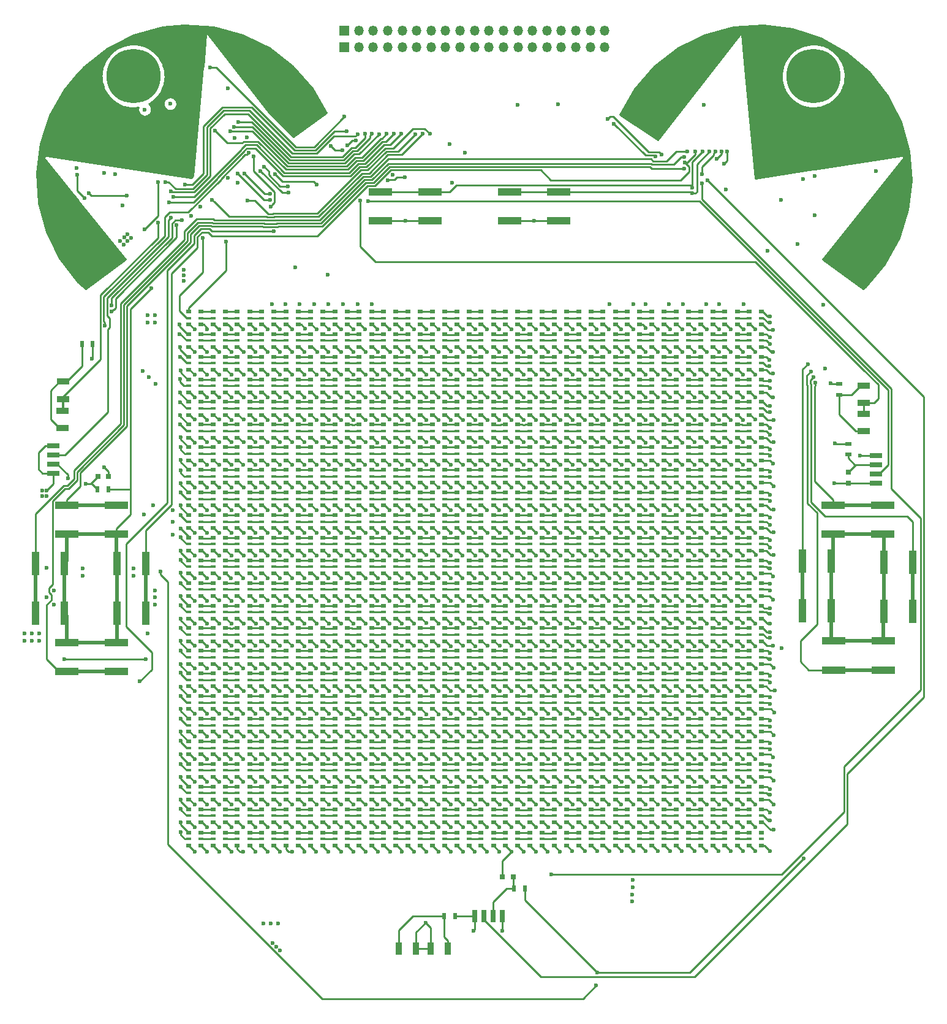
<source format=gtl>
G04 #@! TF.FileFunction,Copper,L1,Top,Signal*
%FSLAX46Y46*%
G04 Gerber Fmt 4.6, Leading zero omitted, Abs format (unit mm)*
G04 Created by KiCad (PCBNEW 4.0.6+dfsg1-1) date Wed Jun  6 21:54:31 2018*
%MOMM*%
%LPD*%
G01*
G04 APERTURE LIST*
%ADD10C,0.100000*%
%ADD11R,1.350000X1.350000*%
%ADD12O,1.350000X1.350000*%
%ADD13C,7.500000*%
%ADD14R,3.200000X1.000000*%
%ADD15R,0.800000X0.500000*%
%ADD16R,0.800000X0.300000*%
%ADD17R,1.000000X3.200000*%
%ADD18R,0.500000X0.900000*%
%ADD19R,0.900000X0.500000*%
%ADD20R,0.800000X0.750000*%
%ADD21R,0.750000X0.800000*%
%ADD22R,0.800000X1.800000*%
%ADD23R,1.800000X0.800000*%
%ADD24R,1.800000X0.830000*%
%ADD25R,0.830000X1.800000*%
%ADD26C,0.600000*%
%ADD27C,0.250000*%
%ADD28C,0.500000*%
%ADD29C,0.254000*%
G04 APERTURE END LIST*
D10*
D11*
X157175000Y-59000000D03*
D12*
X159175000Y-59000000D03*
X161175000Y-59000000D03*
X163175000Y-59000000D03*
X165175000Y-59000000D03*
X167175000Y-59000000D03*
X169175000Y-59000000D03*
X171175000Y-59000000D03*
X173175000Y-59000000D03*
X175175000Y-59000000D03*
X177175000Y-59000000D03*
X179175000Y-59000000D03*
X181175000Y-59000000D03*
X183175000Y-59000000D03*
X185175000Y-59000000D03*
X187175000Y-59000000D03*
X189175000Y-59000000D03*
X191175000Y-59000000D03*
X193175000Y-59000000D03*
D13*
X222000000Y-63000000D03*
D14*
X162200000Y-83000000D03*
X169000000Y-83000000D03*
X169000000Y-79000000D03*
X162200000Y-79000000D03*
D15*
X135650000Y-95500000D03*
D16*
X135650000Y-96400000D03*
D15*
X135650000Y-97300000D03*
X137350000Y-97300000D03*
D16*
X137350000Y-96400000D03*
D15*
X137350000Y-95500000D03*
X135650000Y-98623913D03*
D16*
X135650000Y-99523913D03*
D15*
X135650000Y-100423913D03*
X137350000Y-100423913D03*
D16*
X137350000Y-99523913D03*
D15*
X137350000Y-98623913D03*
X135650000Y-101747826D03*
D16*
X135650000Y-102647826D03*
D15*
X135650000Y-103547826D03*
X137350000Y-103547826D03*
D16*
X137350000Y-102647826D03*
D15*
X137350000Y-101747826D03*
X135650000Y-104871739D03*
D16*
X135650000Y-105771739D03*
D15*
X135650000Y-106671739D03*
X137350000Y-106671739D03*
D16*
X137350000Y-105771739D03*
D15*
X137350000Y-104871739D03*
X135650000Y-107995652D03*
D16*
X135650000Y-108895652D03*
D15*
X135650000Y-109795652D03*
X137350000Y-109795652D03*
D16*
X137350000Y-108895652D03*
D15*
X137350000Y-107995652D03*
X135650000Y-111119565D03*
D16*
X135650000Y-112019565D03*
D15*
X135650000Y-112919565D03*
X137350000Y-112919565D03*
D16*
X137350000Y-112019565D03*
D15*
X137350000Y-111119565D03*
X135650000Y-114243478D03*
D16*
X135650000Y-115143478D03*
D15*
X135650000Y-116043478D03*
X137350000Y-116043478D03*
D16*
X137350000Y-115143478D03*
D15*
X137350000Y-114243478D03*
X135650000Y-117367391D03*
D16*
X135650000Y-118267391D03*
D15*
X135650000Y-119167391D03*
X137350000Y-119167391D03*
D16*
X137350000Y-118267391D03*
D15*
X137350000Y-117367391D03*
X135650000Y-120491304D03*
D16*
X135650000Y-121391304D03*
D15*
X135650000Y-122291304D03*
X137350000Y-122291304D03*
D16*
X137350000Y-121391304D03*
D15*
X137350000Y-120491304D03*
X135650000Y-123615217D03*
D16*
X135650000Y-124515217D03*
D15*
X135650000Y-125415217D03*
X137350000Y-125415217D03*
D16*
X137350000Y-124515217D03*
D15*
X137350000Y-123615217D03*
X135650000Y-126739130D03*
D16*
X135650000Y-127639130D03*
D15*
X135650000Y-128539130D03*
X137350000Y-128539130D03*
D16*
X137350000Y-127639130D03*
D15*
X137350000Y-126739130D03*
X135650000Y-129863043D03*
D16*
X135650000Y-130763043D03*
D15*
X135650000Y-131663043D03*
X137350000Y-131663043D03*
D16*
X137350000Y-130763043D03*
D15*
X137350000Y-129863043D03*
X135650000Y-132986956D03*
D16*
X135650000Y-133886956D03*
D15*
X135650000Y-134786956D03*
X137350000Y-134786956D03*
D16*
X137350000Y-133886956D03*
D15*
X137350000Y-132986956D03*
X135650000Y-136110869D03*
D16*
X135650000Y-137010869D03*
D15*
X135650000Y-137910869D03*
X137350000Y-137910869D03*
D16*
X137350000Y-137010869D03*
D15*
X137350000Y-136110869D03*
X135650000Y-139234782D03*
D16*
X135650000Y-140134782D03*
D15*
X135650000Y-141034782D03*
X137350000Y-141034782D03*
D16*
X137350000Y-140134782D03*
D15*
X137350000Y-139234782D03*
X135650000Y-142358695D03*
D16*
X135650000Y-143258695D03*
D15*
X135650000Y-144158695D03*
X137350000Y-144158695D03*
D16*
X137350000Y-143258695D03*
D15*
X137350000Y-142358695D03*
X135650000Y-145482608D03*
D16*
X135650000Y-146382608D03*
D15*
X135650000Y-147282608D03*
X137350000Y-147282608D03*
D16*
X137350000Y-146382608D03*
D15*
X137350000Y-145482608D03*
X135650000Y-148606521D03*
D16*
X135650000Y-149506521D03*
D15*
X135650000Y-150406521D03*
X137350000Y-150406521D03*
D16*
X137350000Y-149506521D03*
D15*
X137350000Y-148606521D03*
X135650000Y-151730434D03*
D16*
X135650000Y-152630434D03*
D15*
X135650000Y-153530434D03*
X137350000Y-153530434D03*
D16*
X137350000Y-152630434D03*
D15*
X137350000Y-151730434D03*
X135650000Y-154854347D03*
D16*
X135650000Y-155754347D03*
D15*
X135650000Y-156654347D03*
X137350000Y-156654347D03*
D16*
X137350000Y-155754347D03*
D15*
X137350000Y-154854347D03*
X135650000Y-157978260D03*
D16*
X135650000Y-158878260D03*
D15*
X135650000Y-159778260D03*
X137350000Y-159778260D03*
D16*
X137350000Y-158878260D03*
D15*
X137350000Y-157978260D03*
X135650000Y-161102173D03*
D16*
X135650000Y-162002173D03*
D15*
X135650000Y-162902173D03*
X137350000Y-162902173D03*
D16*
X137350000Y-162002173D03*
D15*
X137350000Y-161102173D03*
X135650000Y-164226086D03*
D16*
X135650000Y-165126086D03*
D15*
X135650000Y-166026086D03*
X137350000Y-166026086D03*
D16*
X137350000Y-165126086D03*
D15*
X137350000Y-164226086D03*
X135650000Y-167449999D03*
D16*
X135650000Y-168349999D03*
D15*
X135650000Y-169249999D03*
X137350000Y-169249999D03*
D16*
X137350000Y-168349999D03*
D15*
X137350000Y-167449999D03*
X139019565Y-95500000D03*
D16*
X139019565Y-96400000D03*
D15*
X139019565Y-97300000D03*
X140719565Y-97300000D03*
D16*
X140719565Y-96400000D03*
D15*
X140719565Y-95500000D03*
X139019565Y-98623913D03*
D16*
X139019565Y-99523913D03*
D15*
X139019565Y-100423913D03*
X140719565Y-100423913D03*
D16*
X140719565Y-99523913D03*
D15*
X140719565Y-98623913D03*
X139019565Y-101747826D03*
D16*
X139019565Y-102647826D03*
D15*
X139019565Y-103547826D03*
X140719565Y-103547826D03*
D16*
X140719565Y-102647826D03*
D15*
X140719565Y-101747826D03*
X139019565Y-104871739D03*
D16*
X139019565Y-105771739D03*
D15*
X139019565Y-106671739D03*
X140719565Y-106671739D03*
D16*
X140719565Y-105771739D03*
D15*
X140719565Y-104871739D03*
X139019565Y-107995652D03*
D16*
X139019565Y-108895652D03*
D15*
X139019565Y-109795652D03*
X140719565Y-109795652D03*
D16*
X140719565Y-108895652D03*
D15*
X140719565Y-107995652D03*
X139019565Y-111119565D03*
D16*
X139019565Y-112019565D03*
D15*
X139019565Y-112919565D03*
X140719565Y-112919565D03*
D16*
X140719565Y-112019565D03*
D15*
X140719565Y-111119565D03*
X139019565Y-114243478D03*
D16*
X139019565Y-115143478D03*
D15*
X139019565Y-116043478D03*
X140719565Y-116043478D03*
D16*
X140719565Y-115143478D03*
D15*
X140719565Y-114243478D03*
X139019565Y-117367391D03*
D16*
X139019565Y-118267391D03*
D15*
X139019565Y-119167391D03*
X140719565Y-119167391D03*
D16*
X140719565Y-118267391D03*
D15*
X140719565Y-117367391D03*
X139019565Y-120491304D03*
D16*
X139019565Y-121391304D03*
D15*
X139019565Y-122291304D03*
X140719565Y-122291304D03*
D16*
X140719565Y-121391304D03*
D15*
X140719565Y-120491304D03*
X139019565Y-123615217D03*
D16*
X139019565Y-124515217D03*
D15*
X139019565Y-125415217D03*
X140719565Y-125415217D03*
D16*
X140719565Y-124515217D03*
D15*
X140719565Y-123615217D03*
X139019565Y-126739130D03*
D16*
X139019565Y-127639130D03*
D15*
X139019565Y-128539130D03*
X140719565Y-128539130D03*
D16*
X140719565Y-127639130D03*
D15*
X140719565Y-126739130D03*
X139019565Y-129863043D03*
D16*
X139019565Y-130763043D03*
D15*
X139019565Y-131663043D03*
X140719565Y-131663043D03*
D16*
X140719565Y-130763043D03*
D15*
X140719565Y-129863043D03*
X139019565Y-132986956D03*
D16*
X139019565Y-133886956D03*
D15*
X139019565Y-134786956D03*
X140719565Y-134786956D03*
D16*
X140719565Y-133886956D03*
D15*
X140719565Y-132986956D03*
X139019565Y-136110869D03*
D16*
X139019565Y-137010869D03*
D15*
X139019565Y-137910869D03*
X140719565Y-137910869D03*
D16*
X140719565Y-137010869D03*
D15*
X140719565Y-136110869D03*
X139019565Y-139234782D03*
D16*
X139019565Y-140134782D03*
D15*
X139019565Y-141034782D03*
X140719565Y-141034782D03*
D16*
X140719565Y-140134782D03*
D15*
X140719565Y-139234782D03*
X139019565Y-142358695D03*
D16*
X139019565Y-143258695D03*
D15*
X139019565Y-144158695D03*
X140719565Y-144158695D03*
D16*
X140719565Y-143258695D03*
D15*
X140719565Y-142358695D03*
X139019565Y-145482608D03*
D16*
X139019565Y-146382608D03*
D15*
X139019565Y-147282608D03*
X140719565Y-147282608D03*
D16*
X140719565Y-146382608D03*
D15*
X140719565Y-145482608D03*
X139019565Y-148606521D03*
D16*
X139019565Y-149506521D03*
D15*
X139019565Y-150406521D03*
X140719565Y-150406521D03*
D16*
X140719565Y-149506521D03*
D15*
X140719565Y-148606521D03*
X139019565Y-151730434D03*
D16*
X139019565Y-152630434D03*
D15*
X139019565Y-153530434D03*
X140719565Y-153530434D03*
D16*
X140719565Y-152630434D03*
D15*
X140719565Y-151730434D03*
X139019565Y-154854347D03*
D16*
X139019565Y-155754347D03*
D15*
X139019565Y-156654347D03*
X140719565Y-156654347D03*
D16*
X140719565Y-155754347D03*
D15*
X140719565Y-154854347D03*
X139019565Y-157978260D03*
D16*
X139019565Y-158878260D03*
D15*
X139019565Y-159778260D03*
X140719565Y-159778260D03*
D16*
X140719565Y-158878260D03*
D15*
X140719565Y-157978260D03*
X139019565Y-161102173D03*
D16*
X139019565Y-162002173D03*
D15*
X139019565Y-162902173D03*
X140719565Y-162902173D03*
D16*
X140719565Y-162002173D03*
D15*
X140719565Y-161102173D03*
X139019565Y-164226086D03*
D16*
X139019565Y-165126086D03*
D15*
X139019565Y-166026086D03*
X140719565Y-166026086D03*
D16*
X140719565Y-165126086D03*
D15*
X140719565Y-164226086D03*
X139019565Y-167449999D03*
D16*
X139019565Y-168349999D03*
D15*
X139019565Y-169249999D03*
X140719565Y-169249999D03*
D16*
X140719565Y-168349999D03*
D15*
X140719565Y-167449999D03*
X142389130Y-95500000D03*
D16*
X142389130Y-96400000D03*
D15*
X142389130Y-97300000D03*
X144089130Y-97300000D03*
D16*
X144089130Y-96400000D03*
D15*
X144089130Y-95500000D03*
X142389130Y-98623913D03*
D16*
X142389130Y-99523913D03*
D15*
X142389130Y-100423913D03*
X144089130Y-100423913D03*
D16*
X144089130Y-99523913D03*
D15*
X144089130Y-98623913D03*
X142389130Y-101747826D03*
D16*
X142389130Y-102647826D03*
D15*
X142389130Y-103547826D03*
X144089130Y-103547826D03*
D16*
X144089130Y-102647826D03*
D15*
X144089130Y-101747826D03*
X142389130Y-104871739D03*
D16*
X142389130Y-105771739D03*
D15*
X142389130Y-106671739D03*
X144089130Y-106671739D03*
D16*
X144089130Y-105771739D03*
D15*
X144089130Y-104871739D03*
X142389130Y-107995652D03*
D16*
X142389130Y-108895652D03*
D15*
X142389130Y-109795652D03*
X144089130Y-109795652D03*
D16*
X144089130Y-108895652D03*
D15*
X144089130Y-107995652D03*
X142389130Y-111119565D03*
D16*
X142389130Y-112019565D03*
D15*
X142389130Y-112919565D03*
X144089130Y-112919565D03*
D16*
X144089130Y-112019565D03*
D15*
X144089130Y-111119565D03*
X142389130Y-114243478D03*
D16*
X142389130Y-115143478D03*
D15*
X142389130Y-116043478D03*
X144089130Y-116043478D03*
D16*
X144089130Y-115143478D03*
D15*
X144089130Y-114243478D03*
X142389130Y-117367391D03*
D16*
X142389130Y-118267391D03*
D15*
X142389130Y-119167391D03*
X144089130Y-119167391D03*
D16*
X144089130Y-118267391D03*
D15*
X144089130Y-117367391D03*
X142389130Y-120491304D03*
D16*
X142389130Y-121391304D03*
D15*
X142389130Y-122291304D03*
X144089130Y-122291304D03*
D16*
X144089130Y-121391304D03*
D15*
X144089130Y-120491304D03*
X142389130Y-123615217D03*
D16*
X142389130Y-124515217D03*
D15*
X142389130Y-125415217D03*
X144089130Y-125415217D03*
D16*
X144089130Y-124515217D03*
D15*
X144089130Y-123615217D03*
X142389130Y-126739130D03*
D16*
X142389130Y-127639130D03*
D15*
X142389130Y-128539130D03*
X144089130Y-128539130D03*
D16*
X144089130Y-127639130D03*
D15*
X144089130Y-126739130D03*
X142389130Y-129863043D03*
D16*
X142389130Y-130763043D03*
D15*
X142389130Y-131663043D03*
X144089130Y-131663043D03*
D16*
X144089130Y-130763043D03*
D15*
X144089130Y-129863043D03*
X142389130Y-132986956D03*
D16*
X142389130Y-133886956D03*
D15*
X142389130Y-134786956D03*
X144089130Y-134786956D03*
D16*
X144089130Y-133886956D03*
D15*
X144089130Y-132986956D03*
X142389130Y-136110869D03*
D16*
X142389130Y-137010869D03*
D15*
X142389130Y-137910869D03*
X144089130Y-137910869D03*
D16*
X144089130Y-137010869D03*
D15*
X144089130Y-136110869D03*
X142389130Y-139234782D03*
D16*
X142389130Y-140134782D03*
D15*
X142389130Y-141034782D03*
X144089130Y-141034782D03*
D16*
X144089130Y-140134782D03*
D15*
X144089130Y-139234782D03*
X142389130Y-142358695D03*
D16*
X142389130Y-143258695D03*
D15*
X142389130Y-144158695D03*
X144089130Y-144158695D03*
D16*
X144089130Y-143258695D03*
D15*
X144089130Y-142358695D03*
X142389130Y-145482608D03*
D16*
X142389130Y-146382608D03*
D15*
X142389130Y-147282608D03*
X144089130Y-147282608D03*
D16*
X144089130Y-146382608D03*
D15*
X144089130Y-145482608D03*
X142389130Y-148606521D03*
D16*
X142389130Y-149506521D03*
D15*
X142389130Y-150406521D03*
X144089130Y-150406521D03*
D16*
X144089130Y-149506521D03*
D15*
X144089130Y-148606521D03*
X142389130Y-151730434D03*
D16*
X142389130Y-152630434D03*
D15*
X142389130Y-153530434D03*
X144089130Y-153530434D03*
D16*
X144089130Y-152630434D03*
D15*
X144089130Y-151730434D03*
X142389130Y-154854347D03*
D16*
X142389130Y-155754347D03*
D15*
X142389130Y-156654347D03*
X144089130Y-156654347D03*
D16*
X144089130Y-155754347D03*
D15*
X144089130Y-154854347D03*
X142389130Y-157978260D03*
D16*
X142389130Y-158878260D03*
D15*
X142389130Y-159778260D03*
X144089130Y-159778260D03*
D16*
X144089130Y-158878260D03*
D15*
X144089130Y-157978260D03*
X142389130Y-161102173D03*
D16*
X142389130Y-162002173D03*
D15*
X142389130Y-162902173D03*
X144089130Y-162902173D03*
D16*
X144089130Y-162002173D03*
D15*
X144089130Y-161102173D03*
X142389130Y-164226086D03*
D16*
X142389130Y-165126086D03*
D15*
X142389130Y-166026086D03*
X144089130Y-166026086D03*
D16*
X144089130Y-165126086D03*
D15*
X144089130Y-164226086D03*
X142389130Y-167449999D03*
D16*
X142389130Y-168349999D03*
D15*
X142389130Y-169249999D03*
X144089130Y-169249999D03*
D16*
X144089130Y-168349999D03*
D15*
X144089130Y-167449999D03*
X145758695Y-95500000D03*
D16*
X145758695Y-96400000D03*
D15*
X145758695Y-97300000D03*
X147458695Y-97300000D03*
D16*
X147458695Y-96400000D03*
D15*
X147458695Y-95500000D03*
X145758695Y-98623913D03*
D16*
X145758695Y-99523913D03*
D15*
X145758695Y-100423913D03*
X147458695Y-100423913D03*
D16*
X147458695Y-99523913D03*
D15*
X147458695Y-98623913D03*
X145758695Y-101747826D03*
D16*
X145758695Y-102647826D03*
D15*
X145758695Y-103547826D03*
X147458695Y-103547826D03*
D16*
X147458695Y-102647826D03*
D15*
X147458695Y-101747826D03*
X145758695Y-104871739D03*
D16*
X145758695Y-105771739D03*
D15*
X145758695Y-106671739D03*
X147458695Y-106671739D03*
D16*
X147458695Y-105771739D03*
D15*
X147458695Y-104871739D03*
X145758695Y-107995652D03*
D16*
X145758695Y-108895652D03*
D15*
X145758695Y-109795652D03*
X147458695Y-109795652D03*
D16*
X147458695Y-108895652D03*
D15*
X147458695Y-107995652D03*
X145758695Y-111119565D03*
D16*
X145758695Y-112019565D03*
D15*
X145758695Y-112919565D03*
X147458695Y-112919565D03*
D16*
X147458695Y-112019565D03*
D15*
X147458695Y-111119565D03*
X145758695Y-114243478D03*
D16*
X145758695Y-115143478D03*
D15*
X145758695Y-116043478D03*
X147458695Y-116043478D03*
D16*
X147458695Y-115143478D03*
D15*
X147458695Y-114243478D03*
X145758695Y-117367391D03*
D16*
X145758695Y-118267391D03*
D15*
X145758695Y-119167391D03*
X147458695Y-119167391D03*
D16*
X147458695Y-118267391D03*
D15*
X147458695Y-117367391D03*
X145758695Y-120491304D03*
D16*
X145758695Y-121391304D03*
D15*
X145758695Y-122291304D03*
X147458695Y-122291304D03*
D16*
X147458695Y-121391304D03*
D15*
X147458695Y-120491304D03*
X145758695Y-123615217D03*
D16*
X145758695Y-124515217D03*
D15*
X145758695Y-125415217D03*
X147458695Y-125415217D03*
D16*
X147458695Y-124515217D03*
D15*
X147458695Y-123615217D03*
X145758695Y-126739130D03*
D16*
X145758695Y-127639130D03*
D15*
X145758695Y-128539130D03*
X147458695Y-128539130D03*
D16*
X147458695Y-127639130D03*
D15*
X147458695Y-126739130D03*
X145758695Y-129863043D03*
D16*
X145758695Y-130763043D03*
D15*
X145758695Y-131663043D03*
X147458695Y-131663043D03*
D16*
X147458695Y-130763043D03*
D15*
X147458695Y-129863043D03*
X145758695Y-132986956D03*
D16*
X145758695Y-133886956D03*
D15*
X145758695Y-134786956D03*
X147458695Y-134786956D03*
D16*
X147458695Y-133886956D03*
D15*
X147458695Y-132986956D03*
X145758695Y-136110869D03*
D16*
X145758695Y-137010869D03*
D15*
X145758695Y-137910869D03*
X147458695Y-137910869D03*
D16*
X147458695Y-137010869D03*
D15*
X147458695Y-136110869D03*
X145758695Y-139234782D03*
D16*
X145758695Y-140134782D03*
D15*
X145758695Y-141034782D03*
X147458695Y-141034782D03*
D16*
X147458695Y-140134782D03*
D15*
X147458695Y-139234782D03*
X145758695Y-142358695D03*
D16*
X145758695Y-143258695D03*
D15*
X145758695Y-144158695D03*
X147458695Y-144158695D03*
D16*
X147458695Y-143258695D03*
D15*
X147458695Y-142358695D03*
X145758695Y-145482608D03*
D16*
X145758695Y-146382608D03*
D15*
X145758695Y-147282608D03*
X147458695Y-147282608D03*
D16*
X147458695Y-146382608D03*
D15*
X147458695Y-145482608D03*
X145758695Y-148606521D03*
D16*
X145758695Y-149506521D03*
D15*
X145758695Y-150406521D03*
X147458695Y-150406521D03*
D16*
X147458695Y-149506521D03*
D15*
X147458695Y-148606521D03*
X145758695Y-151730434D03*
D16*
X145758695Y-152630434D03*
D15*
X145758695Y-153530434D03*
X147458695Y-153530434D03*
D16*
X147458695Y-152630434D03*
D15*
X147458695Y-151730434D03*
X145758695Y-154854347D03*
D16*
X145758695Y-155754347D03*
D15*
X145758695Y-156654347D03*
X147458695Y-156654347D03*
D16*
X147458695Y-155754347D03*
D15*
X147458695Y-154854347D03*
X145758695Y-157978260D03*
D16*
X145758695Y-158878260D03*
D15*
X145758695Y-159778260D03*
X147458695Y-159778260D03*
D16*
X147458695Y-158878260D03*
D15*
X147458695Y-157978260D03*
X145758695Y-161102173D03*
D16*
X145758695Y-162002173D03*
D15*
X145758695Y-162902173D03*
X147458695Y-162902173D03*
D16*
X147458695Y-162002173D03*
D15*
X147458695Y-161102173D03*
X145758695Y-164226086D03*
D16*
X145758695Y-165126086D03*
D15*
X145758695Y-166026086D03*
X147458695Y-166026086D03*
D16*
X147458695Y-165126086D03*
D15*
X147458695Y-164226086D03*
X145758695Y-167449999D03*
D16*
X145758695Y-168349999D03*
D15*
X145758695Y-169249999D03*
X147458695Y-169249999D03*
D16*
X147458695Y-168349999D03*
D15*
X147458695Y-167449999D03*
X149128260Y-95500000D03*
D16*
X149128260Y-96400000D03*
D15*
X149128260Y-97300000D03*
X150828260Y-97300000D03*
D16*
X150828260Y-96400000D03*
D15*
X150828260Y-95500000D03*
X149128260Y-98623913D03*
D16*
X149128260Y-99523913D03*
D15*
X149128260Y-100423913D03*
X150828260Y-100423913D03*
D16*
X150828260Y-99523913D03*
D15*
X150828260Y-98623913D03*
X149128260Y-101747826D03*
D16*
X149128260Y-102647826D03*
D15*
X149128260Y-103547826D03*
X150828260Y-103547826D03*
D16*
X150828260Y-102647826D03*
D15*
X150828260Y-101747826D03*
X149128260Y-104871739D03*
D16*
X149128260Y-105771739D03*
D15*
X149128260Y-106671739D03*
X150828260Y-106671739D03*
D16*
X150828260Y-105771739D03*
D15*
X150828260Y-104871739D03*
X149128260Y-107995652D03*
D16*
X149128260Y-108895652D03*
D15*
X149128260Y-109795652D03*
X150828260Y-109795652D03*
D16*
X150828260Y-108895652D03*
D15*
X150828260Y-107995652D03*
X149128260Y-111119565D03*
D16*
X149128260Y-112019565D03*
D15*
X149128260Y-112919565D03*
X150828260Y-112919565D03*
D16*
X150828260Y-112019565D03*
D15*
X150828260Y-111119565D03*
X149128260Y-114243478D03*
D16*
X149128260Y-115143478D03*
D15*
X149128260Y-116043478D03*
X150828260Y-116043478D03*
D16*
X150828260Y-115143478D03*
D15*
X150828260Y-114243478D03*
X149128260Y-117367391D03*
D16*
X149128260Y-118267391D03*
D15*
X149128260Y-119167391D03*
X150828260Y-119167391D03*
D16*
X150828260Y-118267391D03*
D15*
X150828260Y-117367391D03*
X149128260Y-120491304D03*
D16*
X149128260Y-121391304D03*
D15*
X149128260Y-122291304D03*
X150828260Y-122291304D03*
D16*
X150828260Y-121391304D03*
D15*
X150828260Y-120491304D03*
X149128260Y-123615217D03*
D16*
X149128260Y-124515217D03*
D15*
X149128260Y-125415217D03*
X150828260Y-125415217D03*
D16*
X150828260Y-124515217D03*
D15*
X150828260Y-123615217D03*
X149128260Y-126739130D03*
D16*
X149128260Y-127639130D03*
D15*
X149128260Y-128539130D03*
X150828260Y-128539130D03*
D16*
X150828260Y-127639130D03*
D15*
X150828260Y-126739130D03*
X149128260Y-129863043D03*
D16*
X149128260Y-130763043D03*
D15*
X149128260Y-131663043D03*
X150828260Y-131663043D03*
D16*
X150828260Y-130763043D03*
D15*
X150828260Y-129863043D03*
X149128260Y-132986956D03*
D16*
X149128260Y-133886956D03*
D15*
X149128260Y-134786956D03*
X150828260Y-134786956D03*
D16*
X150828260Y-133886956D03*
D15*
X150828260Y-132986956D03*
X149128260Y-136110869D03*
D16*
X149128260Y-137010869D03*
D15*
X149128260Y-137910869D03*
X150828260Y-137910869D03*
D16*
X150828260Y-137010869D03*
D15*
X150828260Y-136110869D03*
X149128260Y-139234782D03*
D16*
X149128260Y-140134782D03*
D15*
X149128260Y-141034782D03*
X150828260Y-141034782D03*
D16*
X150828260Y-140134782D03*
D15*
X150828260Y-139234782D03*
X149128260Y-142358695D03*
D16*
X149128260Y-143258695D03*
D15*
X149128260Y-144158695D03*
X150828260Y-144158695D03*
D16*
X150828260Y-143258695D03*
D15*
X150828260Y-142358695D03*
X149128260Y-145482608D03*
D16*
X149128260Y-146382608D03*
D15*
X149128260Y-147282608D03*
X150828260Y-147282608D03*
D16*
X150828260Y-146382608D03*
D15*
X150828260Y-145482608D03*
X149128260Y-148606521D03*
D16*
X149128260Y-149506521D03*
D15*
X149128260Y-150406521D03*
X150828260Y-150406521D03*
D16*
X150828260Y-149506521D03*
D15*
X150828260Y-148606521D03*
X149128260Y-151730434D03*
D16*
X149128260Y-152630434D03*
D15*
X149128260Y-153530434D03*
X150828260Y-153530434D03*
D16*
X150828260Y-152630434D03*
D15*
X150828260Y-151730434D03*
X149128260Y-154854347D03*
D16*
X149128260Y-155754347D03*
D15*
X149128260Y-156654347D03*
X150828260Y-156654347D03*
D16*
X150828260Y-155754347D03*
D15*
X150828260Y-154854347D03*
X149128260Y-157978260D03*
D16*
X149128260Y-158878260D03*
D15*
X149128260Y-159778260D03*
X150828260Y-159778260D03*
D16*
X150828260Y-158878260D03*
D15*
X150828260Y-157978260D03*
X149128260Y-161102173D03*
D16*
X149128260Y-162002173D03*
D15*
X149128260Y-162902173D03*
X150828260Y-162902173D03*
D16*
X150828260Y-162002173D03*
D15*
X150828260Y-161102173D03*
X149128260Y-164226086D03*
D16*
X149128260Y-165126086D03*
D15*
X149128260Y-166026086D03*
X150828260Y-166026086D03*
D16*
X150828260Y-165126086D03*
D15*
X150828260Y-164226086D03*
X149128260Y-167449999D03*
D16*
X149128260Y-168349999D03*
D15*
X149128260Y-169249999D03*
X150828260Y-169249999D03*
D16*
X150828260Y-168349999D03*
D15*
X150828260Y-167449999D03*
X152497825Y-95500000D03*
D16*
X152497825Y-96400000D03*
D15*
X152497825Y-97300000D03*
X154197825Y-97300000D03*
D16*
X154197825Y-96400000D03*
D15*
X154197825Y-95500000D03*
X152497825Y-98623913D03*
D16*
X152497825Y-99523913D03*
D15*
X152497825Y-100423913D03*
X154197825Y-100423913D03*
D16*
X154197825Y-99523913D03*
D15*
X154197825Y-98623913D03*
X152497825Y-101747826D03*
D16*
X152497825Y-102647826D03*
D15*
X152497825Y-103547826D03*
X154197825Y-103547826D03*
D16*
X154197825Y-102647826D03*
D15*
X154197825Y-101747826D03*
X152497825Y-104871739D03*
D16*
X152497825Y-105771739D03*
D15*
X152497825Y-106671739D03*
X154197825Y-106671739D03*
D16*
X154197825Y-105771739D03*
D15*
X154197825Y-104871739D03*
X152497825Y-107995652D03*
D16*
X152497825Y-108895652D03*
D15*
X152497825Y-109795652D03*
X154197825Y-109795652D03*
D16*
X154197825Y-108895652D03*
D15*
X154197825Y-107995652D03*
X152497825Y-111119565D03*
D16*
X152497825Y-112019565D03*
D15*
X152497825Y-112919565D03*
X154197825Y-112919565D03*
D16*
X154197825Y-112019565D03*
D15*
X154197825Y-111119565D03*
X152497825Y-114243478D03*
D16*
X152497825Y-115143478D03*
D15*
X152497825Y-116043478D03*
X154197825Y-116043478D03*
D16*
X154197825Y-115143478D03*
D15*
X154197825Y-114243478D03*
X152497825Y-117367391D03*
D16*
X152497825Y-118267391D03*
D15*
X152497825Y-119167391D03*
X154197825Y-119167391D03*
D16*
X154197825Y-118267391D03*
D15*
X154197825Y-117367391D03*
X152497825Y-120491304D03*
D16*
X152497825Y-121391304D03*
D15*
X152497825Y-122291304D03*
X154197825Y-122291304D03*
D16*
X154197825Y-121391304D03*
D15*
X154197825Y-120491304D03*
X152497825Y-123615217D03*
D16*
X152497825Y-124515217D03*
D15*
X152497825Y-125415217D03*
X154197825Y-125415217D03*
D16*
X154197825Y-124515217D03*
D15*
X154197825Y-123615217D03*
X152497825Y-126739130D03*
D16*
X152497825Y-127639130D03*
D15*
X152497825Y-128539130D03*
X154197825Y-128539130D03*
D16*
X154197825Y-127639130D03*
D15*
X154197825Y-126739130D03*
X152497825Y-129863043D03*
D16*
X152497825Y-130763043D03*
D15*
X152497825Y-131663043D03*
X154197825Y-131663043D03*
D16*
X154197825Y-130763043D03*
D15*
X154197825Y-129863043D03*
X152497825Y-132986956D03*
D16*
X152497825Y-133886956D03*
D15*
X152497825Y-134786956D03*
X154197825Y-134786956D03*
D16*
X154197825Y-133886956D03*
D15*
X154197825Y-132986956D03*
X152497825Y-136110869D03*
D16*
X152497825Y-137010869D03*
D15*
X152497825Y-137910869D03*
X154197825Y-137910869D03*
D16*
X154197825Y-137010869D03*
D15*
X154197825Y-136110869D03*
X152497825Y-139234782D03*
D16*
X152497825Y-140134782D03*
D15*
X152497825Y-141034782D03*
X154197825Y-141034782D03*
D16*
X154197825Y-140134782D03*
D15*
X154197825Y-139234782D03*
X152497825Y-142358695D03*
D16*
X152497825Y-143258695D03*
D15*
X152497825Y-144158695D03*
X154197825Y-144158695D03*
D16*
X154197825Y-143258695D03*
D15*
X154197825Y-142358695D03*
X152497825Y-145482608D03*
D16*
X152497825Y-146382608D03*
D15*
X152497825Y-147282608D03*
X154197825Y-147282608D03*
D16*
X154197825Y-146382608D03*
D15*
X154197825Y-145482608D03*
X152497825Y-148606521D03*
D16*
X152497825Y-149506521D03*
D15*
X152497825Y-150406521D03*
X154197825Y-150406521D03*
D16*
X154197825Y-149506521D03*
D15*
X154197825Y-148606521D03*
X152497825Y-151730434D03*
D16*
X152497825Y-152630434D03*
D15*
X152497825Y-153530434D03*
X154197825Y-153530434D03*
D16*
X154197825Y-152630434D03*
D15*
X154197825Y-151730434D03*
X152497825Y-154854347D03*
D16*
X152497825Y-155754347D03*
D15*
X152497825Y-156654347D03*
X154197825Y-156654347D03*
D16*
X154197825Y-155754347D03*
D15*
X154197825Y-154854347D03*
X152497825Y-157978260D03*
D16*
X152497825Y-158878260D03*
D15*
X152497825Y-159778260D03*
X154197825Y-159778260D03*
D16*
X154197825Y-158878260D03*
D15*
X154197825Y-157978260D03*
X152497825Y-161102173D03*
D16*
X152497825Y-162002173D03*
D15*
X152497825Y-162902173D03*
X154197825Y-162902173D03*
D16*
X154197825Y-162002173D03*
D15*
X154197825Y-161102173D03*
X152497825Y-164226086D03*
D16*
X152497825Y-165126086D03*
D15*
X152497825Y-166026086D03*
X154197825Y-166026086D03*
D16*
X154197825Y-165126086D03*
D15*
X154197825Y-164226086D03*
X152497825Y-167449999D03*
D16*
X152497825Y-168349999D03*
D15*
X152497825Y-169249999D03*
X154197825Y-169249999D03*
D16*
X154197825Y-168349999D03*
D15*
X154197825Y-167449999D03*
X155867390Y-95500000D03*
D16*
X155867390Y-96400000D03*
D15*
X155867390Y-97300000D03*
X157567390Y-97300000D03*
D16*
X157567390Y-96400000D03*
D15*
X157567390Y-95500000D03*
X155867390Y-98623913D03*
D16*
X155867390Y-99523913D03*
D15*
X155867390Y-100423913D03*
X157567390Y-100423913D03*
D16*
X157567390Y-99523913D03*
D15*
X157567390Y-98623913D03*
X155867390Y-101747826D03*
D16*
X155867390Y-102647826D03*
D15*
X155867390Y-103547826D03*
X157567390Y-103547826D03*
D16*
X157567390Y-102647826D03*
D15*
X157567390Y-101747826D03*
X155867390Y-104871739D03*
D16*
X155867390Y-105771739D03*
D15*
X155867390Y-106671739D03*
X157567390Y-106671739D03*
D16*
X157567390Y-105771739D03*
D15*
X157567390Y-104871739D03*
X155867390Y-107995652D03*
D16*
X155867390Y-108895652D03*
D15*
X155867390Y-109795652D03*
X157567390Y-109795652D03*
D16*
X157567390Y-108895652D03*
D15*
X157567390Y-107995652D03*
X155867390Y-111119565D03*
D16*
X155867390Y-112019565D03*
D15*
X155867390Y-112919565D03*
X157567390Y-112919565D03*
D16*
X157567390Y-112019565D03*
D15*
X157567390Y-111119565D03*
X155867390Y-114243478D03*
D16*
X155867390Y-115143478D03*
D15*
X155867390Y-116043478D03*
X157567390Y-116043478D03*
D16*
X157567390Y-115143478D03*
D15*
X157567390Y-114243478D03*
X155867390Y-117367391D03*
D16*
X155867390Y-118267391D03*
D15*
X155867390Y-119167391D03*
X157567390Y-119167391D03*
D16*
X157567390Y-118267391D03*
D15*
X157567390Y-117367391D03*
X155867390Y-120491304D03*
D16*
X155867390Y-121391304D03*
D15*
X155867390Y-122291304D03*
X157567390Y-122291304D03*
D16*
X157567390Y-121391304D03*
D15*
X157567390Y-120491304D03*
X155867390Y-123615217D03*
D16*
X155867390Y-124515217D03*
D15*
X155867390Y-125415217D03*
X157567390Y-125415217D03*
D16*
X157567390Y-124515217D03*
D15*
X157567390Y-123615217D03*
X155867390Y-126739130D03*
D16*
X155867390Y-127639130D03*
D15*
X155867390Y-128539130D03*
X157567390Y-128539130D03*
D16*
X157567390Y-127639130D03*
D15*
X157567390Y-126739130D03*
X155867390Y-129863043D03*
D16*
X155867390Y-130763043D03*
D15*
X155867390Y-131663043D03*
X157567390Y-131663043D03*
D16*
X157567390Y-130763043D03*
D15*
X157567390Y-129863043D03*
X155867390Y-132986956D03*
D16*
X155867390Y-133886956D03*
D15*
X155867390Y-134786956D03*
X157567390Y-134786956D03*
D16*
X157567390Y-133886956D03*
D15*
X157567390Y-132986956D03*
X155867390Y-136110869D03*
D16*
X155867390Y-137010869D03*
D15*
X155867390Y-137910869D03*
X157567390Y-137910869D03*
D16*
X157567390Y-137010869D03*
D15*
X157567390Y-136110869D03*
X155867390Y-139234782D03*
D16*
X155867390Y-140134782D03*
D15*
X155867390Y-141034782D03*
X157567390Y-141034782D03*
D16*
X157567390Y-140134782D03*
D15*
X157567390Y-139234782D03*
X155867390Y-142358695D03*
D16*
X155867390Y-143258695D03*
D15*
X155867390Y-144158695D03*
X157567390Y-144158695D03*
D16*
X157567390Y-143258695D03*
D15*
X157567390Y-142358695D03*
X155867390Y-145482608D03*
D16*
X155867390Y-146382608D03*
D15*
X155867390Y-147282608D03*
X157567390Y-147282608D03*
D16*
X157567390Y-146382608D03*
D15*
X157567390Y-145482608D03*
X155867390Y-148606521D03*
D16*
X155867390Y-149506521D03*
D15*
X155867390Y-150406521D03*
X157567390Y-150406521D03*
D16*
X157567390Y-149506521D03*
D15*
X157567390Y-148606521D03*
X155867390Y-151730434D03*
D16*
X155867390Y-152630434D03*
D15*
X155867390Y-153530434D03*
X157567390Y-153530434D03*
D16*
X157567390Y-152630434D03*
D15*
X157567390Y-151730434D03*
X155867390Y-154854347D03*
D16*
X155867390Y-155754347D03*
D15*
X155867390Y-156654347D03*
X157567390Y-156654347D03*
D16*
X157567390Y-155754347D03*
D15*
X157567390Y-154854347D03*
X155867390Y-157978260D03*
D16*
X155867390Y-158878260D03*
D15*
X155867390Y-159778260D03*
X157567390Y-159778260D03*
D16*
X157567390Y-158878260D03*
D15*
X157567390Y-157978260D03*
X155867390Y-161102173D03*
D16*
X155867390Y-162002173D03*
D15*
X155867390Y-162902173D03*
X157567390Y-162902173D03*
D16*
X157567390Y-162002173D03*
D15*
X157567390Y-161102173D03*
X155867390Y-164226086D03*
D16*
X155867390Y-165126086D03*
D15*
X155867390Y-166026086D03*
X157567390Y-166026086D03*
D16*
X157567390Y-165126086D03*
D15*
X157567390Y-164226086D03*
X155867390Y-167449999D03*
D16*
X155867390Y-168349999D03*
D15*
X155867390Y-169249999D03*
X157567390Y-169249999D03*
D16*
X157567390Y-168349999D03*
D15*
X157567390Y-167449999D03*
X159236955Y-95500000D03*
D16*
X159236955Y-96400000D03*
D15*
X159236955Y-97300000D03*
X160936955Y-97300000D03*
D16*
X160936955Y-96400000D03*
D15*
X160936955Y-95500000D03*
X159236955Y-98623913D03*
D16*
X159236955Y-99523913D03*
D15*
X159236955Y-100423913D03*
X160936955Y-100423913D03*
D16*
X160936955Y-99523913D03*
D15*
X160936955Y-98623913D03*
X159236955Y-101747826D03*
D16*
X159236955Y-102647826D03*
D15*
X159236955Y-103547826D03*
X160936955Y-103547826D03*
D16*
X160936955Y-102647826D03*
D15*
X160936955Y-101747826D03*
X159236955Y-104871739D03*
D16*
X159236955Y-105771739D03*
D15*
X159236955Y-106671739D03*
X160936955Y-106671739D03*
D16*
X160936955Y-105771739D03*
D15*
X160936955Y-104871739D03*
X159236955Y-107995652D03*
D16*
X159236955Y-108895652D03*
D15*
X159236955Y-109795652D03*
X160936955Y-109795652D03*
D16*
X160936955Y-108895652D03*
D15*
X160936955Y-107995652D03*
X159236955Y-111119565D03*
D16*
X159236955Y-112019565D03*
D15*
X159236955Y-112919565D03*
X160936955Y-112919565D03*
D16*
X160936955Y-112019565D03*
D15*
X160936955Y-111119565D03*
X159236955Y-114243478D03*
D16*
X159236955Y-115143478D03*
D15*
X159236955Y-116043478D03*
X160936955Y-116043478D03*
D16*
X160936955Y-115143478D03*
D15*
X160936955Y-114243478D03*
X159236955Y-117367391D03*
D16*
X159236955Y-118267391D03*
D15*
X159236955Y-119167391D03*
X160936955Y-119167391D03*
D16*
X160936955Y-118267391D03*
D15*
X160936955Y-117367391D03*
X159236955Y-120491304D03*
D16*
X159236955Y-121391304D03*
D15*
X159236955Y-122291304D03*
X160936955Y-122291304D03*
D16*
X160936955Y-121391304D03*
D15*
X160936955Y-120491304D03*
X159236955Y-123615217D03*
D16*
X159236955Y-124515217D03*
D15*
X159236955Y-125415217D03*
X160936955Y-125415217D03*
D16*
X160936955Y-124515217D03*
D15*
X160936955Y-123615217D03*
X159236955Y-126739130D03*
D16*
X159236955Y-127639130D03*
D15*
X159236955Y-128539130D03*
X160936955Y-128539130D03*
D16*
X160936955Y-127639130D03*
D15*
X160936955Y-126739130D03*
X159236955Y-129863043D03*
D16*
X159236955Y-130763043D03*
D15*
X159236955Y-131663043D03*
X160936955Y-131663043D03*
D16*
X160936955Y-130763043D03*
D15*
X160936955Y-129863043D03*
X159236955Y-132986956D03*
D16*
X159236955Y-133886956D03*
D15*
X159236955Y-134786956D03*
X160936955Y-134786956D03*
D16*
X160936955Y-133886956D03*
D15*
X160936955Y-132986956D03*
X159236955Y-136110869D03*
D16*
X159236955Y-137010869D03*
D15*
X159236955Y-137910869D03*
X160936955Y-137910869D03*
D16*
X160936955Y-137010869D03*
D15*
X160936955Y-136110869D03*
X159236955Y-139234782D03*
D16*
X159236955Y-140134782D03*
D15*
X159236955Y-141034782D03*
X160936955Y-141034782D03*
D16*
X160936955Y-140134782D03*
D15*
X160936955Y-139234782D03*
X159236955Y-142358695D03*
D16*
X159236955Y-143258695D03*
D15*
X159236955Y-144158695D03*
X160936955Y-144158695D03*
D16*
X160936955Y-143258695D03*
D15*
X160936955Y-142358695D03*
X159236955Y-145482608D03*
D16*
X159236955Y-146382608D03*
D15*
X159236955Y-147282608D03*
X160936955Y-147282608D03*
D16*
X160936955Y-146382608D03*
D15*
X160936955Y-145482608D03*
X159236955Y-148606521D03*
D16*
X159236955Y-149506521D03*
D15*
X159236955Y-150406521D03*
X160936955Y-150406521D03*
D16*
X160936955Y-149506521D03*
D15*
X160936955Y-148606521D03*
X159236955Y-151730434D03*
D16*
X159236955Y-152630434D03*
D15*
X159236955Y-153530434D03*
X160936955Y-153530434D03*
D16*
X160936955Y-152630434D03*
D15*
X160936955Y-151730434D03*
X159236955Y-154854347D03*
D16*
X159236955Y-155754347D03*
D15*
X159236955Y-156654347D03*
X160936955Y-156654347D03*
D16*
X160936955Y-155754347D03*
D15*
X160936955Y-154854347D03*
X159236955Y-157978260D03*
D16*
X159236955Y-158878260D03*
D15*
X159236955Y-159778260D03*
X160936955Y-159778260D03*
D16*
X160936955Y-158878260D03*
D15*
X160936955Y-157978260D03*
X159236955Y-161102173D03*
D16*
X159236955Y-162002173D03*
D15*
X159236955Y-162902173D03*
X160936955Y-162902173D03*
D16*
X160936955Y-162002173D03*
D15*
X160936955Y-161102173D03*
X159236955Y-164226086D03*
D16*
X159236955Y-165126086D03*
D15*
X159236955Y-166026086D03*
X160936955Y-166026086D03*
D16*
X160936955Y-165126086D03*
D15*
X160936955Y-164226086D03*
X159236955Y-167449999D03*
D16*
X159236955Y-168349999D03*
D15*
X159236955Y-169249999D03*
X160936955Y-169249999D03*
D16*
X160936955Y-168349999D03*
D15*
X160936955Y-167449999D03*
X162606520Y-95500000D03*
D16*
X162606520Y-96400000D03*
D15*
X162606520Y-97300000D03*
X164306520Y-97300000D03*
D16*
X164306520Y-96400000D03*
D15*
X164306520Y-95500000D03*
X162606520Y-98623913D03*
D16*
X162606520Y-99523913D03*
D15*
X162606520Y-100423913D03*
X164306520Y-100423913D03*
D16*
X164306520Y-99523913D03*
D15*
X164306520Y-98623913D03*
X162606520Y-101747826D03*
D16*
X162606520Y-102647826D03*
D15*
X162606520Y-103547826D03*
X164306520Y-103547826D03*
D16*
X164306520Y-102647826D03*
D15*
X164306520Y-101747826D03*
X162606520Y-104871739D03*
D16*
X162606520Y-105771739D03*
D15*
X162606520Y-106671739D03*
X164306520Y-106671739D03*
D16*
X164306520Y-105771739D03*
D15*
X164306520Y-104871739D03*
X162606520Y-107995652D03*
D16*
X162606520Y-108895652D03*
D15*
X162606520Y-109795652D03*
X164306520Y-109795652D03*
D16*
X164306520Y-108895652D03*
D15*
X164306520Y-107995652D03*
X162606520Y-111119565D03*
D16*
X162606520Y-112019565D03*
D15*
X162606520Y-112919565D03*
X164306520Y-112919565D03*
D16*
X164306520Y-112019565D03*
D15*
X164306520Y-111119565D03*
X162606520Y-114243478D03*
D16*
X162606520Y-115143478D03*
D15*
X162606520Y-116043478D03*
X164306520Y-116043478D03*
D16*
X164306520Y-115143478D03*
D15*
X164306520Y-114243478D03*
X162606520Y-117367391D03*
D16*
X162606520Y-118267391D03*
D15*
X162606520Y-119167391D03*
X164306520Y-119167391D03*
D16*
X164306520Y-118267391D03*
D15*
X164306520Y-117367391D03*
X162606520Y-120491304D03*
D16*
X162606520Y-121391304D03*
D15*
X162606520Y-122291304D03*
X164306520Y-122291304D03*
D16*
X164306520Y-121391304D03*
D15*
X164306520Y-120491304D03*
X162606520Y-123615217D03*
D16*
X162606520Y-124515217D03*
D15*
X162606520Y-125415217D03*
X164306520Y-125415217D03*
D16*
X164306520Y-124515217D03*
D15*
X164306520Y-123615217D03*
X162606520Y-126739130D03*
D16*
X162606520Y-127639130D03*
D15*
X162606520Y-128539130D03*
X164306520Y-128539130D03*
D16*
X164306520Y-127639130D03*
D15*
X164306520Y-126739130D03*
X162606520Y-129863043D03*
D16*
X162606520Y-130763043D03*
D15*
X162606520Y-131663043D03*
X164306520Y-131663043D03*
D16*
X164306520Y-130763043D03*
D15*
X164306520Y-129863043D03*
X162606520Y-132986956D03*
D16*
X162606520Y-133886956D03*
D15*
X162606520Y-134786956D03*
X164306520Y-134786956D03*
D16*
X164306520Y-133886956D03*
D15*
X164306520Y-132986956D03*
X162606520Y-136110869D03*
D16*
X162606520Y-137010869D03*
D15*
X162606520Y-137910869D03*
X164306520Y-137910869D03*
D16*
X164306520Y-137010869D03*
D15*
X164306520Y-136110869D03*
X162606520Y-139234782D03*
D16*
X162606520Y-140134782D03*
D15*
X162606520Y-141034782D03*
X164306520Y-141034782D03*
D16*
X164306520Y-140134782D03*
D15*
X164306520Y-139234782D03*
X162606520Y-142358695D03*
D16*
X162606520Y-143258695D03*
D15*
X162606520Y-144158695D03*
X164306520Y-144158695D03*
D16*
X164306520Y-143258695D03*
D15*
X164306520Y-142358695D03*
X162606520Y-145482608D03*
D16*
X162606520Y-146382608D03*
D15*
X162606520Y-147282608D03*
X164306520Y-147282608D03*
D16*
X164306520Y-146382608D03*
D15*
X164306520Y-145482608D03*
X162606520Y-148606521D03*
D16*
X162606520Y-149506521D03*
D15*
X162606520Y-150406521D03*
X164306520Y-150406521D03*
D16*
X164306520Y-149506521D03*
D15*
X164306520Y-148606521D03*
X162606520Y-151730434D03*
D16*
X162606520Y-152630434D03*
D15*
X162606520Y-153530434D03*
X164306520Y-153530434D03*
D16*
X164306520Y-152630434D03*
D15*
X164306520Y-151730434D03*
X162606520Y-154854347D03*
D16*
X162606520Y-155754347D03*
D15*
X162606520Y-156654347D03*
X164306520Y-156654347D03*
D16*
X164306520Y-155754347D03*
D15*
X164306520Y-154854347D03*
X162606520Y-157978260D03*
D16*
X162606520Y-158878260D03*
D15*
X162606520Y-159778260D03*
X164306520Y-159778260D03*
D16*
X164306520Y-158878260D03*
D15*
X164306520Y-157978260D03*
X162606520Y-161102173D03*
D16*
X162606520Y-162002173D03*
D15*
X162606520Y-162902173D03*
X164306520Y-162902173D03*
D16*
X164306520Y-162002173D03*
D15*
X164306520Y-161102173D03*
X162606520Y-164226086D03*
D16*
X162606520Y-165126086D03*
D15*
X162606520Y-166026086D03*
X164306520Y-166026086D03*
D16*
X164306520Y-165126086D03*
D15*
X164306520Y-164226086D03*
X162606520Y-167449999D03*
D16*
X162606520Y-168349999D03*
D15*
X162606520Y-169249999D03*
X164306520Y-169249999D03*
D16*
X164306520Y-168349999D03*
D15*
X164306520Y-167449999D03*
X165976085Y-95500000D03*
D16*
X165976085Y-96400000D03*
D15*
X165976085Y-97300000D03*
X167676085Y-97300000D03*
D16*
X167676085Y-96400000D03*
D15*
X167676085Y-95500000D03*
X165976085Y-98623913D03*
D16*
X165976085Y-99523913D03*
D15*
X165976085Y-100423913D03*
X167676085Y-100423913D03*
D16*
X167676085Y-99523913D03*
D15*
X167676085Y-98623913D03*
X165976085Y-101747826D03*
D16*
X165976085Y-102647826D03*
D15*
X165976085Y-103547826D03*
X167676085Y-103547826D03*
D16*
X167676085Y-102647826D03*
D15*
X167676085Y-101747826D03*
X165976085Y-104871739D03*
D16*
X165976085Y-105771739D03*
D15*
X165976085Y-106671739D03*
X167676085Y-106671739D03*
D16*
X167676085Y-105771739D03*
D15*
X167676085Y-104871739D03*
X165976085Y-107995652D03*
D16*
X165976085Y-108895652D03*
D15*
X165976085Y-109795652D03*
X167676085Y-109795652D03*
D16*
X167676085Y-108895652D03*
D15*
X167676085Y-107995652D03*
X165976085Y-111119565D03*
D16*
X165976085Y-112019565D03*
D15*
X165976085Y-112919565D03*
X167676085Y-112919565D03*
D16*
X167676085Y-112019565D03*
D15*
X167676085Y-111119565D03*
X165976085Y-114243478D03*
D16*
X165976085Y-115143478D03*
D15*
X165976085Y-116043478D03*
X167676085Y-116043478D03*
D16*
X167676085Y-115143478D03*
D15*
X167676085Y-114243478D03*
X165976085Y-117367391D03*
D16*
X165976085Y-118267391D03*
D15*
X165976085Y-119167391D03*
X167676085Y-119167391D03*
D16*
X167676085Y-118267391D03*
D15*
X167676085Y-117367391D03*
X165976085Y-120491304D03*
D16*
X165976085Y-121391304D03*
D15*
X165976085Y-122291304D03*
X167676085Y-122291304D03*
D16*
X167676085Y-121391304D03*
D15*
X167676085Y-120491304D03*
X165976085Y-123615217D03*
D16*
X165976085Y-124515217D03*
D15*
X165976085Y-125415217D03*
X167676085Y-125415217D03*
D16*
X167676085Y-124515217D03*
D15*
X167676085Y-123615217D03*
X165976085Y-126739130D03*
D16*
X165976085Y-127639130D03*
D15*
X165976085Y-128539130D03*
X167676085Y-128539130D03*
D16*
X167676085Y-127639130D03*
D15*
X167676085Y-126739130D03*
X165976085Y-129863043D03*
D16*
X165976085Y-130763043D03*
D15*
X165976085Y-131663043D03*
X167676085Y-131663043D03*
D16*
X167676085Y-130763043D03*
D15*
X167676085Y-129863043D03*
X165976085Y-132986956D03*
D16*
X165976085Y-133886956D03*
D15*
X165976085Y-134786956D03*
X167676085Y-134786956D03*
D16*
X167676085Y-133886956D03*
D15*
X167676085Y-132986956D03*
X165976085Y-136110869D03*
D16*
X165976085Y-137010869D03*
D15*
X165976085Y-137910869D03*
X167676085Y-137910869D03*
D16*
X167676085Y-137010869D03*
D15*
X167676085Y-136110869D03*
X165976085Y-139234782D03*
D16*
X165976085Y-140134782D03*
D15*
X165976085Y-141034782D03*
X167676085Y-141034782D03*
D16*
X167676085Y-140134782D03*
D15*
X167676085Y-139234782D03*
X165976085Y-142358695D03*
D16*
X165976085Y-143258695D03*
D15*
X165976085Y-144158695D03*
X167676085Y-144158695D03*
D16*
X167676085Y-143258695D03*
D15*
X167676085Y-142358695D03*
X165976085Y-145482608D03*
D16*
X165976085Y-146382608D03*
D15*
X165976085Y-147282608D03*
X167676085Y-147282608D03*
D16*
X167676085Y-146382608D03*
D15*
X167676085Y-145482608D03*
X165976085Y-148606521D03*
D16*
X165976085Y-149506521D03*
D15*
X165976085Y-150406521D03*
X167676085Y-150406521D03*
D16*
X167676085Y-149506521D03*
D15*
X167676085Y-148606521D03*
X165976085Y-151730434D03*
D16*
X165976085Y-152630434D03*
D15*
X165976085Y-153530434D03*
X167676085Y-153530434D03*
D16*
X167676085Y-152630434D03*
D15*
X167676085Y-151730434D03*
X165976085Y-154854347D03*
D16*
X165976085Y-155754347D03*
D15*
X165976085Y-156654347D03*
X167676085Y-156654347D03*
D16*
X167676085Y-155754347D03*
D15*
X167676085Y-154854347D03*
X165976085Y-157978260D03*
D16*
X165976085Y-158878260D03*
D15*
X165976085Y-159778260D03*
X167676085Y-159778260D03*
D16*
X167676085Y-158878260D03*
D15*
X167676085Y-157978260D03*
X165976085Y-161102173D03*
D16*
X165976085Y-162002173D03*
D15*
X165976085Y-162902173D03*
X167676085Y-162902173D03*
D16*
X167676085Y-162002173D03*
D15*
X167676085Y-161102173D03*
X165976085Y-164226086D03*
D16*
X165976085Y-165126086D03*
D15*
X165976085Y-166026086D03*
X167676085Y-166026086D03*
D16*
X167676085Y-165126086D03*
D15*
X167676085Y-164226086D03*
X165976085Y-167449999D03*
D16*
X165976085Y-168349999D03*
D15*
X165976085Y-169249999D03*
X167676085Y-169249999D03*
D16*
X167676085Y-168349999D03*
D15*
X167676085Y-167449999D03*
X169345650Y-95500000D03*
D16*
X169345650Y-96400000D03*
D15*
X169345650Y-97300000D03*
X171045650Y-97300000D03*
D16*
X171045650Y-96400000D03*
D15*
X171045650Y-95500000D03*
X169345650Y-98623913D03*
D16*
X169345650Y-99523913D03*
D15*
X169345650Y-100423913D03*
X171045650Y-100423913D03*
D16*
X171045650Y-99523913D03*
D15*
X171045650Y-98623913D03*
X169345650Y-101747826D03*
D16*
X169345650Y-102647826D03*
D15*
X169345650Y-103547826D03*
X171045650Y-103547826D03*
D16*
X171045650Y-102647826D03*
D15*
X171045650Y-101747826D03*
X169345650Y-104871739D03*
D16*
X169345650Y-105771739D03*
D15*
X169345650Y-106671739D03*
X171045650Y-106671739D03*
D16*
X171045650Y-105771739D03*
D15*
X171045650Y-104871739D03*
X169345650Y-107995652D03*
D16*
X169345650Y-108895652D03*
D15*
X169345650Y-109795652D03*
X171045650Y-109795652D03*
D16*
X171045650Y-108895652D03*
D15*
X171045650Y-107995652D03*
X169345650Y-111119565D03*
D16*
X169345650Y-112019565D03*
D15*
X169345650Y-112919565D03*
X171045650Y-112919565D03*
D16*
X171045650Y-112019565D03*
D15*
X171045650Y-111119565D03*
X169345650Y-114243478D03*
D16*
X169345650Y-115143478D03*
D15*
X169345650Y-116043478D03*
X171045650Y-116043478D03*
D16*
X171045650Y-115143478D03*
D15*
X171045650Y-114243478D03*
X169345650Y-117367391D03*
D16*
X169345650Y-118267391D03*
D15*
X169345650Y-119167391D03*
X171045650Y-119167391D03*
D16*
X171045650Y-118267391D03*
D15*
X171045650Y-117367391D03*
X169345650Y-120491304D03*
D16*
X169345650Y-121391304D03*
D15*
X169345650Y-122291304D03*
X171045650Y-122291304D03*
D16*
X171045650Y-121391304D03*
D15*
X171045650Y-120491304D03*
X169345650Y-123615217D03*
D16*
X169345650Y-124515217D03*
D15*
X169345650Y-125415217D03*
X171045650Y-125415217D03*
D16*
X171045650Y-124515217D03*
D15*
X171045650Y-123615217D03*
X169345650Y-126739130D03*
D16*
X169345650Y-127639130D03*
D15*
X169345650Y-128539130D03*
X171045650Y-128539130D03*
D16*
X171045650Y-127639130D03*
D15*
X171045650Y-126739130D03*
X169345650Y-129863043D03*
D16*
X169345650Y-130763043D03*
D15*
X169345650Y-131663043D03*
X171045650Y-131663043D03*
D16*
X171045650Y-130763043D03*
D15*
X171045650Y-129863043D03*
X169345650Y-132986956D03*
D16*
X169345650Y-133886956D03*
D15*
X169345650Y-134786956D03*
X171045650Y-134786956D03*
D16*
X171045650Y-133886956D03*
D15*
X171045650Y-132986956D03*
X169345650Y-136110869D03*
D16*
X169345650Y-137010869D03*
D15*
X169345650Y-137910869D03*
X171045650Y-137910869D03*
D16*
X171045650Y-137010869D03*
D15*
X171045650Y-136110869D03*
X169345650Y-139234782D03*
D16*
X169345650Y-140134782D03*
D15*
X169345650Y-141034782D03*
X171045650Y-141034782D03*
D16*
X171045650Y-140134782D03*
D15*
X171045650Y-139234782D03*
X169345650Y-142358695D03*
D16*
X169345650Y-143258695D03*
D15*
X169345650Y-144158695D03*
X171045650Y-144158695D03*
D16*
X171045650Y-143258695D03*
D15*
X171045650Y-142358695D03*
X169345650Y-145482608D03*
D16*
X169345650Y-146382608D03*
D15*
X169345650Y-147282608D03*
X171045650Y-147282608D03*
D16*
X171045650Y-146382608D03*
D15*
X171045650Y-145482608D03*
X169345650Y-148606521D03*
D16*
X169345650Y-149506521D03*
D15*
X169345650Y-150406521D03*
X171045650Y-150406521D03*
D16*
X171045650Y-149506521D03*
D15*
X171045650Y-148606521D03*
X169345650Y-151730434D03*
D16*
X169345650Y-152630434D03*
D15*
X169345650Y-153530434D03*
X171045650Y-153530434D03*
D16*
X171045650Y-152630434D03*
D15*
X171045650Y-151730434D03*
X169345650Y-154854347D03*
D16*
X169345650Y-155754347D03*
D15*
X169345650Y-156654347D03*
X171045650Y-156654347D03*
D16*
X171045650Y-155754347D03*
D15*
X171045650Y-154854347D03*
X169345650Y-157978260D03*
D16*
X169345650Y-158878260D03*
D15*
X169345650Y-159778260D03*
X171045650Y-159778260D03*
D16*
X171045650Y-158878260D03*
D15*
X171045650Y-157978260D03*
X169345650Y-161102173D03*
D16*
X169345650Y-162002173D03*
D15*
X169345650Y-162902173D03*
X171045650Y-162902173D03*
D16*
X171045650Y-162002173D03*
D15*
X171045650Y-161102173D03*
X169345650Y-164226086D03*
D16*
X169345650Y-165126086D03*
D15*
X169345650Y-166026086D03*
X171045650Y-166026086D03*
D16*
X171045650Y-165126086D03*
D15*
X171045650Y-164226086D03*
X169345650Y-167449999D03*
D16*
X169345650Y-168349999D03*
D15*
X169345650Y-169249999D03*
X171045650Y-169249999D03*
D16*
X171045650Y-168349999D03*
D15*
X171045650Y-167449999D03*
X172715215Y-95500000D03*
D16*
X172715215Y-96400000D03*
D15*
X172715215Y-97300000D03*
X174415215Y-97300000D03*
D16*
X174415215Y-96400000D03*
D15*
X174415215Y-95500000D03*
X172715215Y-98623913D03*
D16*
X172715215Y-99523913D03*
D15*
X172715215Y-100423913D03*
X174415215Y-100423913D03*
D16*
X174415215Y-99523913D03*
D15*
X174415215Y-98623913D03*
X172715215Y-101747826D03*
D16*
X172715215Y-102647826D03*
D15*
X172715215Y-103547826D03*
X174415215Y-103547826D03*
D16*
X174415215Y-102647826D03*
D15*
X174415215Y-101747826D03*
X172715215Y-104871739D03*
D16*
X172715215Y-105771739D03*
D15*
X172715215Y-106671739D03*
X174415215Y-106671739D03*
D16*
X174415215Y-105771739D03*
D15*
X174415215Y-104871739D03*
X172715215Y-107995652D03*
D16*
X172715215Y-108895652D03*
D15*
X172715215Y-109795652D03*
X174415215Y-109795652D03*
D16*
X174415215Y-108895652D03*
D15*
X174415215Y-107995652D03*
X172715215Y-111119565D03*
D16*
X172715215Y-112019565D03*
D15*
X172715215Y-112919565D03*
X174415215Y-112919565D03*
D16*
X174415215Y-112019565D03*
D15*
X174415215Y-111119565D03*
X172715215Y-114243478D03*
D16*
X172715215Y-115143478D03*
D15*
X172715215Y-116043478D03*
X174415215Y-116043478D03*
D16*
X174415215Y-115143478D03*
D15*
X174415215Y-114243478D03*
X172715215Y-117367391D03*
D16*
X172715215Y-118267391D03*
D15*
X172715215Y-119167391D03*
X174415215Y-119167391D03*
D16*
X174415215Y-118267391D03*
D15*
X174415215Y-117367391D03*
X172715215Y-120491304D03*
D16*
X172715215Y-121391304D03*
D15*
X172715215Y-122291304D03*
X174415215Y-122291304D03*
D16*
X174415215Y-121391304D03*
D15*
X174415215Y-120491304D03*
X172715215Y-123615217D03*
D16*
X172715215Y-124515217D03*
D15*
X172715215Y-125415217D03*
X174415215Y-125415217D03*
D16*
X174415215Y-124515217D03*
D15*
X174415215Y-123615217D03*
X172715215Y-126739130D03*
D16*
X172715215Y-127639130D03*
D15*
X172715215Y-128539130D03*
X174415215Y-128539130D03*
D16*
X174415215Y-127639130D03*
D15*
X174415215Y-126739130D03*
X172715215Y-129863043D03*
D16*
X172715215Y-130763043D03*
D15*
X172715215Y-131663043D03*
X174415215Y-131663043D03*
D16*
X174415215Y-130763043D03*
D15*
X174415215Y-129863043D03*
X172715215Y-132986956D03*
D16*
X172715215Y-133886956D03*
D15*
X172715215Y-134786956D03*
X174415215Y-134786956D03*
D16*
X174415215Y-133886956D03*
D15*
X174415215Y-132986956D03*
X172715215Y-136110869D03*
D16*
X172715215Y-137010869D03*
D15*
X172715215Y-137910869D03*
X174415215Y-137910869D03*
D16*
X174415215Y-137010869D03*
D15*
X174415215Y-136110869D03*
X172715215Y-139234782D03*
D16*
X172715215Y-140134782D03*
D15*
X172715215Y-141034782D03*
X174415215Y-141034782D03*
D16*
X174415215Y-140134782D03*
D15*
X174415215Y-139234782D03*
X172715215Y-142358695D03*
D16*
X172715215Y-143258695D03*
D15*
X172715215Y-144158695D03*
X174415215Y-144158695D03*
D16*
X174415215Y-143258695D03*
D15*
X174415215Y-142358695D03*
X172715215Y-145482608D03*
D16*
X172715215Y-146382608D03*
D15*
X172715215Y-147282608D03*
X174415215Y-147282608D03*
D16*
X174415215Y-146382608D03*
D15*
X174415215Y-145482608D03*
X172715215Y-148606521D03*
D16*
X172715215Y-149506521D03*
D15*
X172715215Y-150406521D03*
X174415215Y-150406521D03*
D16*
X174415215Y-149506521D03*
D15*
X174415215Y-148606521D03*
X172715215Y-151730434D03*
D16*
X172715215Y-152630434D03*
D15*
X172715215Y-153530434D03*
X174415215Y-153530434D03*
D16*
X174415215Y-152630434D03*
D15*
X174415215Y-151730434D03*
X172715215Y-154854347D03*
D16*
X172715215Y-155754347D03*
D15*
X172715215Y-156654347D03*
X174415215Y-156654347D03*
D16*
X174415215Y-155754347D03*
D15*
X174415215Y-154854347D03*
X172715215Y-157978260D03*
D16*
X172715215Y-158878260D03*
D15*
X172715215Y-159778260D03*
X174415215Y-159778260D03*
D16*
X174415215Y-158878260D03*
D15*
X174415215Y-157978260D03*
X172715215Y-161102173D03*
D16*
X172715215Y-162002173D03*
D15*
X172715215Y-162902173D03*
X174415215Y-162902173D03*
D16*
X174415215Y-162002173D03*
D15*
X174415215Y-161102173D03*
X172715215Y-164226086D03*
D16*
X172715215Y-165126086D03*
D15*
X172715215Y-166026086D03*
X174415215Y-166026086D03*
D16*
X174415215Y-165126086D03*
D15*
X174415215Y-164226086D03*
X172715215Y-167449999D03*
D16*
X172715215Y-168349999D03*
D15*
X172715215Y-169249999D03*
X174415215Y-169249999D03*
D16*
X174415215Y-168349999D03*
D15*
X174415215Y-167449999D03*
X176084780Y-95500000D03*
D16*
X176084780Y-96400000D03*
D15*
X176084780Y-97300000D03*
X177784780Y-97300000D03*
D16*
X177784780Y-96400000D03*
D15*
X177784780Y-95500000D03*
X176084780Y-98623913D03*
D16*
X176084780Y-99523913D03*
D15*
X176084780Y-100423913D03*
X177784780Y-100423913D03*
D16*
X177784780Y-99523913D03*
D15*
X177784780Y-98623913D03*
X176084780Y-101747826D03*
D16*
X176084780Y-102647826D03*
D15*
X176084780Y-103547826D03*
X177784780Y-103547826D03*
D16*
X177784780Y-102647826D03*
D15*
X177784780Y-101747826D03*
X176084780Y-104871739D03*
D16*
X176084780Y-105771739D03*
D15*
X176084780Y-106671739D03*
X177784780Y-106671739D03*
D16*
X177784780Y-105771739D03*
D15*
X177784780Y-104871739D03*
X176084780Y-107995652D03*
D16*
X176084780Y-108895652D03*
D15*
X176084780Y-109795652D03*
X177784780Y-109795652D03*
D16*
X177784780Y-108895652D03*
D15*
X177784780Y-107995652D03*
X176084780Y-111119565D03*
D16*
X176084780Y-112019565D03*
D15*
X176084780Y-112919565D03*
X177784780Y-112919565D03*
D16*
X177784780Y-112019565D03*
D15*
X177784780Y-111119565D03*
X176084780Y-114243478D03*
D16*
X176084780Y-115143478D03*
D15*
X176084780Y-116043478D03*
X177784780Y-116043478D03*
D16*
X177784780Y-115143478D03*
D15*
X177784780Y-114243478D03*
X176084780Y-117367391D03*
D16*
X176084780Y-118267391D03*
D15*
X176084780Y-119167391D03*
X177784780Y-119167391D03*
D16*
X177784780Y-118267391D03*
D15*
X177784780Y-117367391D03*
X176084780Y-120491304D03*
D16*
X176084780Y-121391304D03*
D15*
X176084780Y-122291304D03*
X177784780Y-122291304D03*
D16*
X177784780Y-121391304D03*
D15*
X177784780Y-120491304D03*
X176084780Y-123615217D03*
D16*
X176084780Y-124515217D03*
D15*
X176084780Y-125415217D03*
X177784780Y-125415217D03*
D16*
X177784780Y-124515217D03*
D15*
X177784780Y-123615217D03*
X176084780Y-126739130D03*
D16*
X176084780Y-127639130D03*
D15*
X176084780Y-128539130D03*
X177784780Y-128539130D03*
D16*
X177784780Y-127639130D03*
D15*
X177784780Y-126739130D03*
X176084780Y-129863043D03*
D16*
X176084780Y-130763043D03*
D15*
X176084780Y-131663043D03*
X177784780Y-131663043D03*
D16*
X177784780Y-130763043D03*
D15*
X177784780Y-129863043D03*
X176084780Y-132986956D03*
D16*
X176084780Y-133886956D03*
D15*
X176084780Y-134786956D03*
X177784780Y-134786956D03*
D16*
X177784780Y-133886956D03*
D15*
X177784780Y-132986956D03*
X176084780Y-136110869D03*
D16*
X176084780Y-137010869D03*
D15*
X176084780Y-137910869D03*
X177784780Y-137910869D03*
D16*
X177784780Y-137010869D03*
D15*
X177784780Y-136110869D03*
X176084780Y-139234782D03*
D16*
X176084780Y-140134782D03*
D15*
X176084780Y-141034782D03*
X177784780Y-141034782D03*
D16*
X177784780Y-140134782D03*
D15*
X177784780Y-139234782D03*
X176084780Y-142358695D03*
D16*
X176084780Y-143258695D03*
D15*
X176084780Y-144158695D03*
X177784780Y-144158695D03*
D16*
X177784780Y-143258695D03*
D15*
X177784780Y-142358695D03*
X176084780Y-145482608D03*
D16*
X176084780Y-146382608D03*
D15*
X176084780Y-147282608D03*
X177784780Y-147282608D03*
D16*
X177784780Y-146382608D03*
D15*
X177784780Y-145482608D03*
X176084780Y-148606521D03*
D16*
X176084780Y-149506521D03*
D15*
X176084780Y-150406521D03*
X177784780Y-150406521D03*
D16*
X177784780Y-149506521D03*
D15*
X177784780Y-148606521D03*
X176084780Y-151730434D03*
D16*
X176084780Y-152630434D03*
D15*
X176084780Y-153530434D03*
X177784780Y-153530434D03*
D16*
X177784780Y-152630434D03*
D15*
X177784780Y-151730434D03*
X176084780Y-154854347D03*
D16*
X176084780Y-155754347D03*
D15*
X176084780Y-156654347D03*
X177784780Y-156654347D03*
D16*
X177784780Y-155754347D03*
D15*
X177784780Y-154854347D03*
X176084780Y-157978260D03*
D16*
X176084780Y-158878260D03*
D15*
X176084780Y-159778260D03*
X177784780Y-159778260D03*
D16*
X177784780Y-158878260D03*
D15*
X177784780Y-157978260D03*
X176084780Y-161102173D03*
D16*
X176084780Y-162002173D03*
D15*
X176084780Y-162902173D03*
X177784780Y-162902173D03*
D16*
X177784780Y-162002173D03*
D15*
X177784780Y-161102173D03*
X176084780Y-164226086D03*
D16*
X176084780Y-165126086D03*
D15*
X176084780Y-166026086D03*
X177784780Y-166026086D03*
D16*
X177784780Y-165126086D03*
D15*
X177784780Y-164226086D03*
X176084780Y-167449999D03*
D16*
X176084780Y-168349999D03*
D15*
X176084780Y-169249999D03*
X177784780Y-169249999D03*
D16*
X177784780Y-168349999D03*
D15*
X177784780Y-167449999D03*
X179454345Y-95500000D03*
D16*
X179454345Y-96400000D03*
D15*
X179454345Y-97300000D03*
X181154345Y-97300000D03*
D16*
X181154345Y-96400000D03*
D15*
X181154345Y-95500000D03*
X179454345Y-98623913D03*
D16*
X179454345Y-99523913D03*
D15*
X179454345Y-100423913D03*
X181154345Y-100423913D03*
D16*
X181154345Y-99523913D03*
D15*
X181154345Y-98623913D03*
X179454345Y-101747826D03*
D16*
X179454345Y-102647826D03*
D15*
X179454345Y-103547826D03*
X181154345Y-103547826D03*
D16*
X181154345Y-102647826D03*
D15*
X181154345Y-101747826D03*
X179454345Y-104871739D03*
D16*
X179454345Y-105771739D03*
D15*
X179454345Y-106671739D03*
X181154345Y-106671739D03*
D16*
X181154345Y-105771739D03*
D15*
X181154345Y-104871739D03*
X179454345Y-107995652D03*
D16*
X179454345Y-108895652D03*
D15*
X179454345Y-109795652D03*
X181154345Y-109795652D03*
D16*
X181154345Y-108895652D03*
D15*
X181154345Y-107995652D03*
X179454345Y-111119565D03*
D16*
X179454345Y-112019565D03*
D15*
X179454345Y-112919565D03*
X181154345Y-112919565D03*
D16*
X181154345Y-112019565D03*
D15*
X181154345Y-111119565D03*
X179454345Y-114243478D03*
D16*
X179454345Y-115143478D03*
D15*
X179454345Y-116043478D03*
X181154345Y-116043478D03*
D16*
X181154345Y-115143478D03*
D15*
X181154345Y-114243478D03*
X179454345Y-117367391D03*
D16*
X179454345Y-118267391D03*
D15*
X179454345Y-119167391D03*
X181154345Y-119167391D03*
D16*
X181154345Y-118267391D03*
D15*
X181154345Y-117367391D03*
X179454345Y-120491304D03*
D16*
X179454345Y-121391304D03*
D15*
X179454345Y-122291304D03*
X181154345Y-122291304D03*
D16*
X181154345Y-121391304D03*
D15*
X181154345Y-120491304D03*
X179454345Y-123615217D03*
D16*
X179454345Y-124515217D03*
D15*
X179454345Y-125415217D03*
X181154345Y-125415217D03*
D16*
X181154345Y-124515217D03*
D15*
X181154345Y-123615217D03*
X179454345Y-126739130D03*
D16*
X179454345Y-127639130D03*
D15*
X179454345Y-128539130D03*
X181154345Y-128539130D03*
D16*
X181154345Y-127639130D03*
D15*
X181154345Y-126739130D03*
X179454345Y-129863043D03*
D16*
X179454345Y-130763043D03*
D15*
X179454345Y-131663043D03*
X181154345Y-131663043D03*
D16*
X181154345Y-130763043D03*
D15*
X181154345Y-129863043D03*
X179454345Y-132986956D03*
D16*
X179454345Y-133886956D03*
D15*
X179454345Y-134786956D03*
X181154345Y-134786956D03*
D16*
X181154345Y-133886956D03*
D15*
X181154345Y-132986956D03*
X179454345Y-136110869D03*
D16*
X179454345Y-137010869D03*
D15*
X179454345Y-137910869D03*
X181154345Y-137910869D03*
D16*
X181154345Y-137010869D03*
D15*
X181154345Y-136110869D03*
X179454345Y-139234782D03*
D16*
X179454345Y-140134782D03*
D15*
X179454345Y-141034782D03*
X181154345Y-141034782D03*
D16*
X181154345Y-140134782D03*
D15*
X181154345Y-139234782D03*
X179454345Y-142358695D03*
D16*
X179454345Y-143258695D03*
D15*
X179454345Y-144158695D03*
X181154345Y-144158695D03*
D16*
X181154345Y-143258695D03*
D15*
X181154345Y-142358695D03*
X179454345Y-145482608D03*
D16*
X179454345Y-146382608D03*
D15*
X179454345Y-147282608D03*
X181154345Y-147282608D03*
D16*
X181154345Y-146382608D03*
D15*
X181154345Y-145482608D03*
X179454345Y-148606521D03*
D16*
X179454345Y-149506521D03*
D15*
X179454345Y-150406521D03*
X181154345Y-150406521D03*
D16*
X181154345Y-149506521D03*
D15*
X181154345Y-148606521D03*
X179454345Y-151730434D03*
D16*
X179454345Y-152630434D03*
D15*
X179454345Y-153530434D03*
X181154345Y-153530434D03*
D16*
X181154345Y-152630434D03*
D15*
X181154345Y-151730434D03*
X179454345Y-154854347D03*
D16*
X179454345Y-155754347D03*
D15*
X179454345Y-156654347D03*
X181154345Y-156654347D03*
D16*
X181154345Y-155754347D03*
D15*
X181154345Y-154854347D03*
X179454345Y-157978260D03*
D16*
X179454345Y-158878260D03*
D15*
X179454345Y-159778260D03*
X181154345Y-159778260D03*
D16*
X181154345Y-158878260D03*
D15*
X181154345Y-157978260D03*
X179454345Y-161102173D03*
D16*
X179454345Y-162002173D03*
D15*
X179454345Y-162902173D03*
X181154345Y-162902173D03*
D16*
X181154345Y-162002173D03*
D15*
X181154345Y-161102173D03*
X179454345Y-164226086D03*
D16*
X179454345Y-165126086D03*
D15*
X179454345Y-166026086D03*
X181154345Y-166026086D03*
D16*
X181154345Y-165126086D03*
D15*
X181154345Y-164226086D03*
X179454345Y-167449999D03*
D16*
X179454345Y-168349999D03*
D15*
X179454345Y-169249999D03*
X181154345Y-169249999D03*
D16*
X181154345Y-168349999D03*
D15*
X181154345Y-167449999D03*
X182823910Y-95500000D03*
D16*
X182823910Y-96400000D03*
D15*
X182823910Y-97300000D03*
X184523910Y-97300000D03*
D16*
X184523910Y-96400000D03*
D15*
X184523910Y-95500000D03*
X182823910Y-98623913D03*
D16*
X182823910Y-99523913D03*
D15*
X182823910Y-100423913D03*
X184523910Y-100423913D03*
D16*
X184523910Y-99523913D03*
D15*
X184523910Y-98623913D03*
X182823910Y-101747826D03*
D16*
X182823910Y-102647826D03*
D15*
X182823910Y-103547826D03*
X184523910Y-103547826D03*
D16*
X184523910Y-102647826D03*
D15*
X184523910Y-101747826D03*
X182823910Y-104871739D03*
D16*
X182823910Y-105771739D03*
D15*
X182823910Y-106671739D03*
X184523910Y-106671739D03*
D16*
X184523910Y-105771739D03*
D15*
X184523910Y-104871739D03*
X182823910Y-107995652D03*
D16*
X182823910Y-108895652D03*
D15*
X182823910Y-109795652D03*
X184523910Y-109795652D03*
D16*
X184523910Y-108895652D03*
D15*
X184523910Y-107995652D03*
X182823910Y-111119565D03*
D16*
X182823910Y-112019565D03*
D15*
X182823910Y-112919565D03*
X184523910Y-112919565D03*
D16*
X184523910Y-112019565D03*
D15*
X184523910Y-111119565D03*
X182823910Y-114243478D03*
D16*
X182823910Y-115143478D03*
D15*
X182823910Y-116043478D03*
X184523910Y-116043478D03*
D16*
X184523910Y-115143478D03*
D15*
X184523910Y-114243478D03*
X182823910Y-117367391D03*
D16*
X182823910Y-118267391D03*
D15*
X182823910Y-119167391D03*
X184523910Y-119167391D03*
D16*
X184523910Y-118267391D03*
D15*
X184523910Y-117367391D03*
X182823910Y-120491304D03*
D16*
X182823910Y-121391304D03*
D15*
X182823910Y-122291304D03*
X184523910Y-122291304D03*
D16*
X184523910Y-121391304D03*
D15*
X184523910Y-120491304D03*
X182823910Y-123615217D03*
D16*
X182823910Y-124515217D03*
D15*
X182823910Y-125415217D03*
X184523910Y-125415217D03*
D16*
X184523910Y-124515217D03*
D15*
X184523910Y-123615217D03*
X182823910Y-126739130D03*
D16*
X182823910Y-127639130D03*
D15*
X182823910Y-128539130D03*
X184523910Y-128539130D03*
D16*
X184523910Y-127639130D03*
D15*
X184523910Y-126739130D03*
X182823910Y-129863043D03*
D16*
X182823910Y-130763043D03*
D15*
X182823910Y-131663043D03*
X184523910Y-131663043D03*
D16*
X184523910Y-130763043D03*
D15*
X184523910Y-129863043D03*
X182823910Y-132986956D03*
D16*
X182823910Y-133886956D03*
D15*
X182823910Y-134786956D03*
X184523910Y-134786956D03*
D16*
X184523910Y-133886956D03*
D15*
X184523910Y-132986956D03*
X182823910Y-136110869D03*
D16*
X182823910Y-137010869D03*
D15*
X182823910Y-137910869D03*
X184523910Y-137910869D03*
D16*
X184523910Y-137010869D03*
D15*
X184523910Y-136110869D03*
X182823910Y-139234782D03*
D16*
X182823910Y-140134782D03*
D15*
X182823910Y-141034782D03*
X184523910Y-141034782D03*
D16*
X184523910Y-140134782D03*
D15*
X184523910Y-139234782D03*
X182823910Y-142358695D03*
D16*
X182823910Y-143258695D03*
D15*
X182823910Y-144158695D03*
X184523910Y-144158695D03*
D16*
X184523910Y-143258695D03*
D15*
X184523910Y-142358695D03*
X182823910Y-145482608D03*
D16*
X182823910Y-146382608D03*
D15*
X182823910Y-147282608D03*
X184523910Y-147282608D03*
D16*
X184523910Y-146382608D03*
D15*
X184523910Y-145482608D03*
X182823910Y-148606521D03*
D16*
X182823910Y-149506521D03*
D15*
X182823910Y-150406521D03*
X184523910Y-150406521D03*
D16*
X184523910Y-149506521D03*
D15*
X184523910Y-148606521D03*
X182823910Y-151730434D03*
D16*
X182823910Y-152630434D03*
D15*
X182823910Y-153530434D03*
X184523910Y-153530434D03*
D16*
X184523910Y-152630434D03*
D15*
X184523910Y-151730434D03*
X182823910Y-154854347D03*
D16*
X182823910Y-155754347D03*
D15*
X182823910Y-156654347D03*
X184523910Y-156654347D03*
D16*
X184523910Y-155754347D03*
D15*
X184523910Y-154854347D03*
X182823910Y-157978260D03*
D16*
X182823910Y-158878260D03*
D15*
X182823910Y-159778260D03*
X184523910Y-159778260D03*
D16*
X184523910Y-158878260D03*
D15*
X184523910Y-157978260D03*
X182823910Y-161102173D03*
D16*
X182823910Y-162002173D03*
D15*
X182823910Y-162902173D03*
X184523910Y-162902173D03*
D16*
X184523910Y-162002173D03*
D15*
X184523910Y-161102173D03*
X182823910Y-164226086D03*
D16*
X182823910Y-165126086D03*
D15*
X182823910Y-166026086D03*
X184523910Y-166026086D03*
D16*
X184523910Y-165126086D03*
D15*
X184523910Y-164226086D03*
X182823910Y-167449999D03*
D16*
X182823910Y-168349999D03*
D15*
X182823910Y-169249999D03*
X184523910Y-169249999D03*
D16*
X184523910Y-168349999D03*
D15*
X184523910Y-167449999D03*
X186193475Y-95500000D03*
D16*
X186193475Y-96400000D03*
D15*
X186193475Y-97300000D03*
X187893475Y-97300000D03*
D16*
X187893475Y-96400000D03*
D15*
X187893475Y-95500000D03*
X186193475Y-98623913D03*
D16*
X186193475Y-99523913D03*
D15*
X186193475Y-100423913D03*
X187893475Y-100423913D03*
D16*
X187893475Y-99523913D03*
D15*
X187893475Y-98623913D03*
X186193475Y-101747826D03*
D16*
X186193475Y-102647826D03*
D15*
X186193475Y-103547826D03*
X187893475Y-103547826D03*
D16*
X187893475Y-102647826D03*
D15*
X187893475Y-101747826D03*
X186193475Y-104871739D03*
D16*
X186193475Y-105771739D03*
D15*
X186193475Y-106671739D03*
X187893475Y-106671739D03*
D16*
X187893475Y-105771739D03*
D15*
X187893475Y-104871739D03*
X186193475Y-107995652D03*
D16*
X186193475Y-108895652D03*
D15*
X186193475Y-109795652D03*
X187893475Y-109795652D03*
D16*
X187893475Y-108895652D03*
D15*
X187893475Y-107995652D03*
X186193475Y-111119565D03*
D16*
X186193475Y-112019565D03*
D15*
X186193475Y-112919565D03*
X187893475Y-112919565D03*
D16*
X187893475Y-112019565D03*
D15*
X187893475Y-111119565D03*
X186193475Y-114243478D03*
D16*
X186193475Y-115143478D03*
D15*
X186193475Y-116043478D03*
X187893475Y-116043478D03*
D16*
X187893475Y-115143478D03*
D15*
X187893475Y-114243478D03*
X186193475Y-117367391D03*
D16*
X186193475Y-118267391D03*
D15*
X186193475Y-119167391D03*
X187893475Y-119167391D03*
D16*
X187893475Y-118267391D03*
D15*
X187893475Y-117367391D03*
X186193475Y-120491304D03*
D16*
X186193475Y-121391304D03*
D15*
X186193475Y-122291304D03*
X187893475Y-122291304D03*
D16*
X187893475Y-121391304D03*
D15*
X187893475Y-120491304D03*
X186193475Y-123615217D03*
D16*
X186193475Y-124515217D03*
D15*
X186193475Y-125415217D03*
X187893475Y-125415217D03*
D16*
X187893475Y-124515217D03*
D15*
X187893475Y-123615217D03*
X186193475Y-126739130D03*
D16*
X186193475Y-127639130D03*
D15*
X186193475Y-128539130D03*
X187893475Y-128539130D03*
D16*
X187893475Y-127639130D03*
D15*
X187893475Y-126739130D03*
X186193475Y-129863043D03*
D16*
X186193475Y-130763043D03*
D15*
X186193475Y-131663043D03*
X187893475Y-131663043D03*
D16*
X187893475Y-130763043D03*
D15*
X187893475Y-129863043D03*
X186193475Y-132986956D03*
D16*
X186193475Y-133886956D03*
D15*
X186193475Y-134786956D03*
X187893475Y-134786956D03*
D16*
X187893475Y-133886956D03*
D15*
X187893475Y-132986956D03*
X186193475Y-136110869D03*
D16*
X186193475Y-137010869D03*
D15*
X186193475Y-137910869D03*
X187893475Y-137910869D03*
D16*
X187893475Y-137010869D03*
D15*
X187893475Y-136110869D03*
X186193475Y-139234782D03*
D16*
X186193475Y-140134782D03*
D15*
X186193475Y-141034782D03*
X187893475Y-141034782D03*
D16*
X187893475Y-140134782D03*
D15*
X187893475Y-139234782D03*
X186193475Y-142358695D03*
D16*
X186193475Y-143258695D03*
D15*
X186193475Y-144158695D03*
X187893475Y-144158695D03*
D16*
X187893475Y-143258695D03*
D15*
X187893475Y-142358695D03*
X186193475Y-145482608D03*
D16*
X186193475Y-146382608D03*
D15*
X186193475Y-147282608D03*
X187893475Y-147282608D03*
D16*
X187893475Y-146382608D03*
D15*
X187893475Y-145482608D03*
X186193475Y-148606521D03*
D16*
X186193475Y-149506521D03*
D15*
X186193475Y-150406521D03*
X187893475Y-150406521D03*
D16*
X187893475Y-149506521D03*
D15*
X187893475Y-148606521D03*
X186193475Y-151730434D03*
D16*
X186193475Y-152630434D03*
D15*
X186193475Y-153530434D03*
X187893475Y-153530434D03*
D16*
X187893475Y-152630434D03*
D15*
X187893475Y-151730434D03*
X186193475Y-154854347D03*
D16*
X186193475Y-155754347D03*
D15*
X186193475Y-156654347D03*
X187893475Y-156654347D03*
D16*
X187893475Y-155754347D03*
D15*
X187893475Y-154854347D03*
X186193475Y-157978260D03*
D16*
X186193475Y-158878260D03*
D15*
X186193475Y-159778260D03*
X187893475Y-159778260D03*
D16*
X187893475Y-158878260D03*
D15*
X187893475Y-157978260D03*
X186193475Y-161102173D03*
D16*
X186193475Y-162002173D03*
D15*
X186193475Y-162902173D03*
X187893475Y-162902173D03*
D16*
X187893475Y-162002173D03*
D15*
X187893475Y-161102173D03*
X186193475Y-164226086D03*
D16*
X186193475Y-165126086D03*
D15*
X186193475Y-166026086D03*
X187893475Y-166026086D03*
D16*
X187893475Y-165126086D03*
D15*
X187893475Y-164226086D03*
X186193475Y-167449999D03*
D16*
X186193475Y-168349999D03*
D15*
X186193475Y-169249999D03*
X187893475Y-169249999D03*
D16*
X187893475Y-168349999D03*
D15*
X187893475Y-167449999D03*
X189563040Y-95500000D03*
D16*
X189563040Y-96400000D03*
D15*
X189563040Y-97300000D03*
X191263040Y-97300000D03*
D16*
X191263040Y-96400000D03*
D15*
X191263040Y-95500000D03*
X189563040Y-98623913D03*
D16*
X189563040Y-99523913D03*
D15*
X189563040Y-100423913D03*
X191263040Y-100423913D03*
D16*
X191263040Y-99523913D03*
D15*
X191263040Y-98623913D03*
X189563040Y-101747826D03*
D16*
X189563040Y-102647826D03*
D15*
X189563040Y-103547826D03*
X191263040Y-103547826D03*
D16*
X191263040Y-102647826D03*
D15*
X191263040Y-101747826D03*
X189563040Y-104871739D03*
D16*
X189563040Y-105771739D03*
D15*
X189563040Y-106671739D03*
X191263040Y-106671739D03*
D16*
X191263040Y-105771739D03*
D15*
X191263040Y-104871739D03*
X189563040Y-107995652D03*
D16*
X189563040Y-108895652D03*
D15*
X189563040Y-109795652D03*
X191263040Y-109795652D03*
D16*
X191263040Y-108895652D03*
D15*
X191263040Y-107995652D03*
X189563040Y-111119565D03*
D16*
X189563040Y-112019565D03*
D15*
X189563040Y-112919565D03*
X191263040Y-112919565D03*
D16*
X191263040Y-112019565D03*
D15*
X191263040Y-111119565D03*
X189563040Y-114243478D03*
D16*
X189563040Y-115143478D03*
D15*
X189563040Y-116043478D03*
X191263040Y-116043478D03*
D16*
X191263040Y-115143478D03*
D15*
X191263040Y-114243478D03*
X189563040Y-117367391D03*
D16*
X189563040Y-118267391D03*
D15*
X189563040Y-119167391D03*
X191263040Y-119167391D03*
D16*
X191263040Y-118267391D03*
D15*
X191263040Y-117367391D03*
X189563040Y-120491304D03*
D16*
X189563040Y-121391304D03*
D15*
X189563040Y-122291304D03*
X191263040Y-122291304D03*
D16*
X191263040Y-121391304D03*
D15*
X191263040Y-120491304D03*
X189563040Y-123615217D03*
D16*
X189563040Y-124515217D03*
D15*
X189563040Y-125415217D03*
X191263040Y-125415217D03*
D16*
X191263040Y-124515217D03*
D15*
X191263040Y-123615217D03*
X189563040Y-126739130D03*
D16*
X189563040Y-127639130D03*
D15*
X189563040Y-128539130D03*
X191263040Y-128539130D03*
D16*
X191263040Y-127639130D03*
D15*
X191263040Y-126739130D03*
X189563040Y-129863043D03*
D16*
X189563040Y-130763043D03*
D15*
X189563040Y-131663043D03*
X191263040Y-131663043D03*
D16*
X191263040Y-130763043D03*
D15*
X191263040Y-129863043D03*
X189563040Y-132986956D03*
D16*
X189563040Y-133886956D03*
D15*
X189563040Y-134786956D03*
X191263040Y-134786956D03*
D16*
X191263040Y-133886956D03*
D15*
X191263040Y-132986956D03*
X189563040Y-136110869D03*
D16*
X189563040Y-137010869D03*
D15*
X189563040Y-137910869D03*
X191263040Y-137910869D03*
D16*
X191263040Y-137010869D03*
D15*
X191263040Y-136110869D03*
X189563040Y-139234782D03*
D16*
X189563040Y-140134782D03*
D15*
X189563040Y-141034782D03*
X191263040Y-141034782D03*
D16*
X191263040Y-140134782D03*
D15*
X191263040Y-139234782D03*
X189563040Y-142358695D03*
D16*
X189563040Y-143258695D03*
D15*
X189563040Y-144158695D03*
X191263040Y-144158695D03*
D16*
X191263040Y-143258695D03*
D15*
X191263040Y-142358695D03*
X189563040Y-145482608D03*
D16*
X189563040Y-146382608D03*
D15*
X189563040Y-147282608D03*
X191263040Y-147282608D03*
D16*
X191263040Y-146382608D03*
D15*
X191263040Y-145482608D03*
X189563040Y-148606521D03*
D16*
X189563040Y-149506521D03*
D15*
X189563040Y-150406521D03*
X191263040Y-150406521D03*
D16*
X191263040Y-149506521D03*
D15*
X191263040Y-148606521D03*
X189563040Y-151730434D03*
D16*
X189563040Y-152630434D03*
D15*
X189563040Y-153530434D03*
X191263040Y-153530434D03*
D16*
X191263040Y-152630434D03*
D15*
X191263040Y-151730434D03*
X189563040Y-154854347D03*
D16*
X189563040Y-155754347D03*
D15*
X189563040Y-156654347D03*
X191263040Y-156654347D03*
D16*
X191263040Y-155754347D03*
D15*
X191263040Y-154854347D03*
X189563040Y-157978260D03*
D16*
X189563040Y-158878260D03*
D15*
X189563040Y-159778260D03*
X191263040Y-159778260D03*
D16*
X191263040Y-158878260D03*
D15*
X191263040Y-157978260D03*
X189563040Y-161102173D03*
D16*
X189563040Y-162002173D03*
D15*
X189563040Y-162902173D03*
X191263040Y-162902173D03*
D16*
X191263040Y-162002173D03*
D15*
X191263040Y-161102173D03*
X189563040Y-164226086D03*
D16*
X189563040Y-165126086D03*
D15*
X189563040Y-166026086D03*
X191263040Y-166026086D03*
D16*
X191263040Y-165126086D03*
D15*
X191263040Y-164226086D03*
X189563040Y-167449999D03*
D16*
X189563040Y-168349999D03*
D15*
X189563040Y-169249999D03*
X191263040Y-169249999D03*
D16*
X191263040Y-168349999D03*
D15*
X191263040Y-167449999D03*
X192932605Y-95500000D03*
D16*
X192932605Y-96400000D03*
D15*
X192932605Y-97300000D03*
X194632605Y-97300000D03*
D16*
X194632605Y-96400000D03*
D15*
X194632605Y-95500000D03*
X192932605Y-98623913D03*
D16*
X192932605Y-99523913D03*
D15*
X192932605Y-100423913D03*
X194632605Y-100423913D03*
D16*
X194632605Y-99523913D03*
D15*
X194632605Y-98623913D03*
X192932605Y-101747826D03*
D16*
X192932605Y-102647826D03*
D15*
X192932605Y-103547826D03*
X194632605Y-103547826D03*
D16*
X194632605Y-102647826D03*
D15*
X194632605Y-101747826D03*
X192932605Y-104871739D03*
D16*
X192932605Y-105771739D03*
D15*
X192932605Y-106671739D03*
X194632605Y-106671739D03*
D16*
X194632605Y-105771739D03*
D15*
X194632605Y-104871739D03*
X192932605Y-107995652D03*
D16*
X192932605Y-108895652D03*
D15*
X192932605Y-109795652D03*
X194632605Y-109795652D03*
D16*
X194632605Y-108895652D03*
D15*
X194632605Y-107995652D03*
X192932605Y-111119565D03*
D16*
X192932605Y-112019565D03*
D15*
X192932605Y-112919565D03*
X194632605Y-112919565D03*
D16*
X194632605Y-112019565D03*
D15*
X194632605Y-111119565D03*
X192932605Y-114243478D03*
D16*
X192932605Y-115143478D03*
D15*
X192932605Y-116043478D03*
X194632605Y-116043478D03*
D16*
X194632605Y-115143478D03*
D15*
X194632605Y-114243478D03*
X192932605Y-117367391D03*
D16*
X192932605Y-118267391D03*
D15*
X192932605Y-119167391D03*
X194632605Y-119167391D03*
D16*
X194632605Y-118267391D03*
D15*
X194632605Y-117367391D03*
X192932605Y-120491304D03*
D16*
X192932605Y-121391304D03*
D15*
X192932605Y-122291304D03*
X194632605Y-122291304D03*
D16*
X194632605Y-121391304D03*
D15*
X194632605Y-120491304D03*
X192932605Y-123615217D03*
D16*
X192932605Y-124515217D03*
D15*
X192932605Y-125415217D03*
X194632605Y-125415217D03*
D16*
X194632605Y-124515217D03*
D15*
X194632605Y-123615217D03*
X192932605Y-126739130D03*
D16*
X192932605Y-127639130D03*
D15*
X192932605Y-128539130D03*
X194632605Y-128539130D03*
D16*
X194632605Y-127639130D03*
D15*
X194632605Y-126739130D03*
X192932605Y-129863043D03*
D16*
X192932605Y-130763043D03*
D15*
X192932605Y-131663043D03*
X194632605Y-131663043D03*
D16*
X194632605Y-130763043D03*
D15*
X194632605Y-129863043D03*
X192932605Y-132986956D03*
D16*
X192932605Y-133886956D03*
D15*
X192932605Y-134786956D03*
X194632605Y-134786956D03*
D16*
X194632605Y-133886956D03*
D15*
X194632605Y-132986956D03*
X192932605Y-136110869D03*
D16*
X192932605Y-137010869D03*
D15*
X192932605Y-137910869D03*
X194632605Y-137910869D03*
D16*
X194632605Y-137010869D03*
D15*
X194632605Y-136110869D03*
X192932605Y-139234782D03*
D16*
X192932605Y-140134782D03*
D15*
X192932605Y-141034782D03*
X194632605Y-141034782D03*
D16*
X194632605Y-140134782D03*
D15*
X194632605Y-139234782D03*
X192932605Y-142358695D03*
D16*
X192932605Y-143258695D03*
D15*
X192932605Y-144158695D03*
X194632605Y-144158695D03*
D16*
X194632605Y-143258695D03*
D15*
X194632605Y-142358695D03*
X192932605Y-145482608D03*
D16*
X192932605Y-146382608D03*
D15*
X192932605Y-147282608D03*
X194632605Y-147282608D03*
D16*
X194632605Y-146382608D03*
D15*
X194632605Y-145482608D03*
X192932605Y-148606521D03*
D16*
X192932605Y-149506521D03*
D15*
X192932605Y-150406521D03*
X194632605Y-150406521D03*
D16*
X194632605Y-149506521D03*
D15*
X194632605Y-148606521D03*
X192932605Y-151730434D03*
D16*
X192932605Y-152630434D03*
D15*
X192932605Y-153530434D03*
X194632605Y-153530434D03*
D16*
X194632605Y-152630434D03*
D15*
X194632605Y-151730434D03*
X192932605Y-154854347D03*
D16*
X192932605Y-155754347D03*
D15*
X192932605Y-156654347D03*
X194632605Y-156654347D03*
D16*
X194632605Y-155754347D03*
D15*
X194632605Y-154854347D03*
X192932605Y-157978260D03*
D16*
X192932605Y-158878260D03*
D15*
X192932605Y-159778260D03*
X194632605Y-159778260D03*
D16*
X194632605Y-158878260D03*
D15*
X194632605Y-157978260D03*
X192932605Y-161102173D03*
D16*
X192932605Y-162002173D03*
D15*
X192932605Y-162902173D03*
X194632605Y-162902173D03*
D16*
X194632605Y-162002173D03*
D15*
X194632605Y-161102173D03*
X192932605Y-164226086D03*
D16*
X192932605Y-165126086D03*
D15*
X192932605Y-166026086D03*
X194632605Y-166026086D03*
D16*
X194632605Y-165126086D03*
D15*
X194632605Y-164226086D03*
X192932605Y-167449999D03*
D16*
X192932605Y-168349999D03*
D15*
X192932605Y-169249999D03*
X194632605Y-169249999D03*
D16*
X194632605Y-168349999D03*
D15*
X194632605Y-167449999D03*
X196302170Y-95500000D03*
D16*
X196302170Y-96400000D03*
D15*
X196302170Y-97300000D03*
X198002170Y-97300000D03*
D16*
X198002170Y-96400000D03*
D15*
X198002170Y-95500000D03*
X196302170Y-98623913D03*
D16*
X196302170Y-99523913D03*
D15*
X196302170Y-100423913D03*
X198002170Y-100423913D03*
D16*
X198002170Y-99523913D03*
D15*
X198002170Y-98623913D03*
X196302170Y-101747826D03*
D16*
X196302170Y-102647826D03*
D15*
X196302170Y-103547826D03*
X198002170Y-103547826D03*
D16*
X198002170Y-102647826D03*
D15*
X198002170Y-101747826D03*
X196302170Y-104871739D03*
D16*
X196302170Y-105771739D03*
D15*
X196302170Y-106671739D03*
X198002170Y-106671739D03*
D16*
X198002170Y-105771739D03*
D15*
X198002170Y-104871739D03*
X196302170Y-107995652D03*
D16*
X196302170Y-108895652D03*
D15*
X196302170Y-109795652D03*
X198002170Y-109795652D03*
D16*
X198002170Y-108895652D03*
D15*
X198002170Y-107995652D03*
X196302170Y-111119565D03*
D16*
X196302170Y-112019565D03*
D15*
X196302170Y-112919565D03*
X198002170Y-112919565D03*
D16*
X198002170Y-112019565D03*
D15*
X198002170Y-111119565D03*
X196302170Y-114243478D03*
D16*
X196302170Y-115143478D03*
D15*
X196302170Y-116043478D03*
X198002170Y-116043478D03*
D16*
X198002170Y-115143478D03*
D15*
X198002170Y-114243478D03*
X196302170Y-117367391D03*
D16*
X196302170Y-118267391D03*
D15*
X196302170Y-119167391D03*
X198002170Y-119167391D03*
D16*
X198002170Y-118267391D03*
D15*
X198002170Y-117367391D03*
X196302170Y-120491304D03*
D16*
X196302170Y-121391304D03*
D15*
X196302170Y-122291304D03*
X198002170Y-122291304D03*
D16*
X198002170Y-121391304D03*
D15*
X198002170Y-120491304D03*
X196302170Y-123615217D03*
D16*
X196302170Y-124515217D03*
D15*
X196302170Y-125415217D03*
X198002170Y-125415217D03*
D16*
X198002170Y-124515217D03*
D15*
X198002170Y-123615217D03*
X196302170Y-126739130D03*
D16*
X196302170Y-127639130D03*
D15*
X196302170Y-128539130D03*
X198002170Y-128539130D03*
D16*
X198002170Y-127639130D03*
D15*
X198002170Y-126739130D03*
X196302170Y-129863043D03*
D16*
X196302170Y-130763043D03*
D15*
X196302170Y-131663043D03*
X198002170Y-131663043D03*
D16*
X198002170Y-130763043D03*
D15*
X198002170Y-129863043D03*
X196302170Y-132986956D03*
D16*
X196302170Y-133886956D03*
D15*
X196302170Y-134786956D03*
X198002170Y-134786956D03*
D16*
X198002170Y-133886956D03*
D15*
X198002170Y-132986956D03*
X196302170Y-136110869D03*
D16*
X196302170Y-137010869D03*
D15*
X196302170Y-137910869D03*
X198002170Y-137910869D03*
D16*
X198002170Y-137010869D03*
D15*
X198002170Y-136110869D03*
X196302170Y-139234782D03*
D16*
X196302170Y-140134782D03*
D15*
X196302170Y-141034782D03*
X198002170Y-141034782D03*
D16*
X198002170Y-140134782D03*
D15*
X198002170Y-139234782D03*
X196302170Y-142358695D03*
D16*
X196302170Y-143258695D03*
D15*
X196302170Y-144158695D03*
X198002170Y-144158695D03*
D16*
X198002170Y-143258695D03*
D15*
X198002170Y-142358695D03*
X196302170Y-145482608D03*
D16*
X196302170Y-146382608D03*
D15*
X196302170Y-147282608D03*
X198002170Y-147282608D03*
D16*
X198002170Y-146382608D03*
D15*
X198002170Y-145482608D03*
X196302170Y-148606521D03*
D16*
X196302170Y-149506521D03*
D15*
X196302170Y-150406521D03*
X198002170Y-150406521D03*
D16*
X198002170Y-149506521D03*
D15*
X198002170Y-148606521D03*
X196302170Y-151730434D03*
D16*
X196302170Y-152630434D03*
D15*
X196302170Y-153530434D03*
X198002170Y-153530434D03*
D16*
X198002170Y-152630434D03*
D15*
X198002170Y-151730434D03*
X196302170Y-154854347D03*
D16*
X196302170Y-155754347D03*
D15*
X196302170Y-156654347D03*
X198002170Y-156654347D03*
D16*
X198002170Y-155754347D03*
D15*
X198002170Y-154854347D03*
X196302170Y-157978260D03*
D16*
X196302170Y-158878260D03*
D15*
X196302170Y-159778260D03*
X198002170Y-159778260D03*
D16*
X198002170Y-158878260D03*
D15*
X198002170Y-157978260D03*
X196302170Y-161102173D03*
D16*
X196302170Y-162002173D03*
D15*
X196302170Y-162902173D03*
X198002170Y-162902173D03*
D16*
X198002170Y-162002173D03*
D15*
X198002170Y-161102173D03*
X196302170Y-164226086D03*
D16*
X196302170Y-165126086D03*
D15*
X196302170Y-166026086D03*
X198002170Y-166026086D03*
D16*
X198002170Y-165126086D03*
D15*
X198002170Y-164226086D03*
X196302170Y-167449999D03*
D16*
X196302170Y-168349999D03*
D15*
X196302170Y-169249999D03*
X198002170Y-169249999D03*
D16*
X198002170Y-168349999D03*
D15*
X198002170Y-167449999D03*
X199671735Y-95500000D03*
D16*
X199671735Y-96400000D03*
D15*
X199671735Y-97300000D03*
X201371735Y-97300000D03*
D16*
X201371735Y-96400000D03*
D15*
X201371735Y-95500000D03*
X199671735Y-98623913D03*
D16*
X199671735Y-99523913D03*
D15*
X199671735Y-100423913D03*
X201371735Y-100423913D03*
D16*
X201371735Y-99523913D03*
D15*
X201371735Y-98623913D03*
X199671735Y-101747826D03*
D16*
X199671735Y-102647826D03*
D15*
X199671735Y-103547826D03*
X201371735Y-103547826D03*
D16*
X201371735Y-102647826D03*
D15*
X201371735Y-101747826D03*
X199671735Y-104871739D03*
D16*
X199671735Y-105771739D03*
D15*
X199671735Y-106671739D03*
X201371735Y-106671739D03*
D16*
X201371735Y-105771739D03*
D15*
X201371735Y-104871739D03*
X199671735Y-107995652D03*
D16*
X199671735Y-108895652D03*
D15*
X199671735Y-109795652D03*
X201371735Y-109795652D03*
D16*
X201371735Y-108895652D03*
D15*
X201371735Y-107995652D03*
X199671735Y-111119565D03*
D16*
X199671735Y-112019565D03*
D15*
X199671735Y-112919565D03*
X201371735Y-112919565D03*
D16*
X201371735Y-112019565D03*
D15*
X201371735Y-111119565D03*
X199671735Y-114243478D03*
D16*
X199671735Y-115143478D03*
D15*
X199671735Y-116043478D03*
X201371735Y-116043478D03*
D16*
X201371735Y-115143478D03*
D15*
X201371735Y-114243478D03*
X199671735Y-117367391D03*
D16*
X199671735Y-118267391D03*
D15*
X199671735Y-119167391D03*
X201371735Y-119167391D03*
D16*
X201371735Y-118267391D03*
D15*
X201371735Y-117367391D03*
X199671735Y-120491304D03*
D16*
X199671735Y-121391304D03*
D15*
X199671735Y-122291304D03*
X201371735Y-122291304D03*
D16*
X201371735Y-121391304D03*
D15*
X201371735Y-120491304D03*
X199671735Y-123615217D03*
D16*
X199671735Y-124515217D03*
D15*
X199671735Y-125415217D03*
X201371735Y-125415217D03*
D16*
X201371735Y-124515217D03*
D15*
X201371735Y-123615217D03*
X199671735Y-126739130D03*
D16*
X199671735Y-127639130D03*
D15*
X199671735Y-128539130D03*
X201371735Y-128539130D03*
D16*
X201371735Y-127639130D03*
D15*
X201371735Y-126739130D03*
X199671735Y-129863043D03*
D16*
X199671735Y-130763043D03*
D15*
X199671735Y-131663043D03*
X201371735Y-131663043D03*
D16*
X201371735Y-130763043D03*
D15*
X201371735Y-129863043D03*
X199671735Y-132986956D03*
D16*
X199671735Y-133886956D03*
D15*
X199671735Y-134786956D03*
X201371735Y-134786956D03*
D16*
X201371735Y-133886956D03*
D15*
X201371735Y-132986956D03*
X199671735Y-136110869D03*
D16*
X199671735Y-137010869D03*
D15*
X199671735Y-137910869D03*
X201371735Y-137910869D03*
D16*
X201371735Y-137010869D03*
D15*
X201371735Y-136110869D03*
X199671735Y-139234782D03*
D16*
X199671735Y-140134782D03*
D15*
X199671735Y-141034782D03*
X201371735Y-141034782D03*
D16*
X201371735Y-140134782D03*
D15*
X201371735Y-139234782D03*
X199671735Y-142358695D03*
D16*
X199671735Y-143258695D03*
D15*
X199671735Y-144158695D03*
X201371735Y-144158695D03*
D16*
X201371735Y-143258695D03*
D15*
X201371735Y-142358695D03*
X199671735Y-145482608D03*
D16*
X199671735Y-146382608D03*
D15*
X199671735Y-147282608D03*
X201371735Y-147282608D03*
D16*
X201371735Y-146382608D03*
D15*
X201371735Y-145482608D03*
X199671735Y-148606521D03*
D16*
X199671735Y-149506521D03*
D15*
X199671735Y-150406521D03*
X201371735Y-150406521D03*
D16*
X201371735Y-149506521D03*
D15*
X201371735Y-148606521D03*
X199671735Y-151730434D03*
D16*
X199671735Y-152630434D03*
D15*
X199671735Y-153530434D03*
X201371735Y-153530434D03*
D16*
X201371735Y-152630434D03*
D15*
X201371735Y-151730434D03*
X199671735Y-154854347D03*
D16*
X199671735Y-155754347D03*
D15*
X199671735Y-156654347D03*
X201371735Y-156654347D03*
D16*
X201371735Y-155754347D03*
D15*
X201371735Y-154854347D03*
X199671735Y-157978260D03*
D16*
X199671735Y-158878260D03*
D15*
X199671735Y-159778260D03*
X201371735Y-159778260D03*
D16*
X201371735Y-158878260D03*
D15*
X201371735Y-157978260D03*
X199671735Y-161102173D03*
D16*
X199671735Y-162002173D03*
D15*
X199671735Y-162902173D03*
X201371735Y-162902173D03*
D16*
X201371735Y-162002173D03*
D15*
X201371735Y-161102173D03*
X199671735Y-164226086D03*
D16*
X199671735Y-165126086D03*
D15*
X199671735Y-166026086D03*
X201371735Y-166026086D03*
D16*
X201371735Y-165126086D03*
D15*
X201371735Y-164226086D03*
X199671735Y-167449999D03*
D16*
X199671735Y-168349999D03*
D15*
X199671735Y-169249999D03*
X201371735Y-169249999D03*
D16*
X201371735Y-168349999D03*
D15*
X201371735Y-167449999D03*
X203041300Y-95500000D03*
D16*
X203041300Y-96400000D03*
D15*
X203041300Y-97300000D03*
X204741300Y-97300000D03*
D16*
X204741300Y-96400000D03*
D15*
X204741300Y-95500000D03*
X203041300Y-98623913D03*
D16*
X203041300Y-99523913D03*
D15*
X203041300Y-100423913D03*
X204741300Y-100423913D03*
D16*
X204741300Y-99523913D03*
D15*
X204741300Y-98623913D03*
X203041300Y-101747826D03*
D16*
X203041300Y-102647826D03*
D15*
X203041300Y-103547826D03*
X204741300Y-103547826D03*
D16*
X204741300Y-102647826D03*
D15*
X204741300Y-101747826D03*
X203041300Y-104871739D03*
D16*
X203041300Y-105771739D03*
D15*
X203041300Y-106671739D03*
X204741300Y-106671739D03*
D16*
X204741300Y-105771739D03*
D15*
X204741300Y-104871739D03*
X203041300Y-107995652D03*
D16*
X203041300Y-108895652D03*
D15*
X203041300Y-109795652D03*
X204741300Y-109795652D03*
D16*
X204741300Y-108895652D03*
D15*
X204741300Y-107995652D03*
X203041300Y-111119565D03*
D16*
X203041300Y-112019565D03*
D15*
X203041300Y-112919565D03*
X204741300Y-112919565D03*
D16*
X204741300Y-112019565D03*
D15*
X204741300Y-111119565D03*
X203041300Y-114243478D03*
D16*
X203041300Y-115143478D03*
D15*
X203041300Y-116043478D03*
X204741300Y-116043478D03*
D16*
X204741300Y-115143478D03*
D15*
X204741300Y-114243478D03*
X203041300Y-117367391D03*
D16*
X203041300Y-118267391D03*
D15*
X203041300Y-119167391D03*
X204741300Y-119167391D03*
D16*
X204741300Y-118267391D03*
D15*
X204741300Y-117367391D03*
X203041300Y-120491304D03*
D16*
X203041300Y-121391304D03*
D15*
X203041300Y-122291304D03*
X204741300Y-122291304D03*
D16*
X204741300Y-121391304D03*
D15*
X204741300Y-120491304D03*
X203041300Y-123615217D03*
D16*
X203041300Y-124515217D03*
D15*
X203041300Y-125415217D03*
X204741300Y-125415217D03*
D16*
X204741300Y-124515217D03*
D15*
X204741300Y-123615217D03*
X203041300Y-126739130D03*
D16*
X203041300Y-127639130D03*
D15*
X203041300Y-128539130D03*
X204741300Y-128539130D03*
D16*
X204741300Y-127639130D03*
D15*
X204741300Y-126739130D03*
X203041300Y-129863043D03*
D16*
X203041300Y-130763043D03*
D15*
X203041300Y-131663043D03*
X204741300Y-131663043D03*
D16*
X204741300Y-130763043D03*
D15*
X204741300Y-129863043D03*
X203041300Y-132986956D03*
D16*
X203041300Y-133886956D03*
D15*
X203041300Y-134786956D03*
X204741300Y-134786956D03*
D16*
X204741300Y-133886956D03*
D15*
X204741300Y-132986956D03*
X203041300Y-136110869D03*
D16*
X203041300Y-137010869D03*
D15*
X203041300Y-137910869D03*
X204741300Y-137910869D03*
D16*
X204741300Y-137010869D03*
D15*
X204741300Y-136110869D03*
X203041300Y-139234782D03*
D16*
X203041300Y-140134782D03*
D15*
X203041300Y-141034782D03*
X204741300Y-141034782D03*
D16*
X204741300Y-140134782D03*
D15*
X204741300Y-139234782D03*
X203041300Y-142358695D03*
D16*
X203041300Y-143258695D03*
D15*
X203041300Y-144158695D03*
X204741300Y-144158695D03*
D16*
X204741300Y-143258695D03*
D15*
X204741300Y-142358695D03*
X203041300Y-145482608D03*
D16*
X203041300Y-146382608D03*
D15*
X203041300Y-147282608D03*
X204741300Y-147282608D03*
D16*
X204741300Y-146382608D03*
D15*
X204741300Y-145482608D03*
X203041300Y-148606521D03*
D16*
X203041300Y-149506521D03*
D15*
X203041300Y-150406521D03*
X204741300Y-150406521D03*
D16*
X204741300Y-149506521D03*
D15*
X204741300Y-148606521D03*
X203041300Y-151730434D03*
D16*
X203041300Y-152630434D03*
D15*
X203041300Y-153530434D03*
X204741300Y-153530434D03*
D16*
X204741300Y-152630434D03*
D15*
X204741300Y-151730434D03*
X203041300Y-154854347D03*
D16*
X203041300Y-155754347D03*
D15*
X203041300Y-156654347D03*
X204741300Y-156654347D03*
D16*
X204741300Y-155754347D03*
D15*
X204741300Y-154854347D03*
X203041300Y-157978260D03*
D16*
X203041300Y-158878260D03*
D15*
X203041300Y-159778260D03*
X204741300Y-159778260D03*
D16*
X204741300Y-158878260D03*
D15*
X204741300Y-157978260D03*
X203041300Y-161102173D03*
D16*
X203041300Y-162002173D03*
D15*
X203041300Y-162902173D03*
X204741300Y-162902173D03*
D16*
X204741300Y-162002173D03*
D15*
X204741300Y-161102173D03*
X203041300Y-164226086D03*
D16*
X203041300Y-165126086D03*
D15*
X203041300Y-166026086D03*
X204741300Y-166026086D03*
D16*
X204741300Y-165126086D03*
D15*
X204741300Y-164226086D03*
X203041300Y-167449999D03*
D16*
X203041300Y-168349999D03*
D15*
X203041300Y-169249999D03*
X204741300Y-169249999D03*
D16*
X204741300Y-168349999D03*
D15*
X204741300Y-167449999D03*
X206410865Y-95500000D03*
D16*
X206410865Y-96400000D03*
D15*
X206410865Y-97300000D03*
X208110865Y-97300000D03*
D16*
X208110865Y-96400000D03*
D15*
X208110865Y-95500000D03*
X206410865Y-98623913D03*
D16*
X206410865Y-99523913D03*
D15*
X206410865Y-100423913D03*
X208110865Y-100423913D03*
D16*
X208110865Y-99523913D03*
D15*
X208110865Y-98623913D03*
X206410865Y-101747826D03*
D16*
X206410865Y-102647826D03*
D15*
X206410865Y-103547826D03*
X208110865Y-103547826D03*
D16*
X208110865Y-102647826D03*
D15*
X208110865Y-101747826D03*
X206410865Y-104871739D03*
D16*
X206410865Y-105771739D03*
D15*
X206410865Y-106671739D03*
X208110865Y-106671739D03*
D16*
X208110865Y-105771739D03*
D15*
X208110865Y-104871739D03*
X206410865Y-107995652D03*
D16*
X206410865Y-108895652D03*
D15*
X206410865Y-109795652D03*
X208110865Y-109795652D03*
D16*
X208110865Y-108895652D03*
D15*
X208110865Y-107995652D03*
X206410865Y-111119565D03*
D16*
X206410865Y-112019565D03*
D15*
X206410865Y-112919565D03*
X208110865Y-112919565D03*
D16*
X208110865Y-112019565D03*
D15*
X208110865Y-111119565D03*
X206410865Y-114243478D03*
D16*
X206410865Y-115143478D03*
D15*
X206410865Y-116043478D03*
X208110865Y-116043478D03*
D16*
X208110865Y-115143478D03*
D15*
X208110865Y-114243478D03*
X206410865Y-117367391D03*
D16*
X206410865Y-118267391D03*
D15*
X206410865Y-119167391D03*
X208110865Y-119167391D03*
D16*
X208110865Y-118267391D03*
D15*
X208110865Y-117367391D03*
X206410865Y-120491304D03*
D16*
X206410865Y-121391304D03*
D15*
X206410865Y-122291304D03*
X208110865Y-122291304D03*
D16*
X208110865Y-121391304D03*
D15*
X208110865Y-120491304D03*
X206410865Y-123615217D03*
D16*
X206410865Y-124515217D03*
D15*
X206410865Y-125415217D03*
X208110865Y-125415217D03*
D16*
X208110865Y-124515217D03*
D15*
X208110865Y-123615217D03*
X206410865Y-126739130D03*
D16*
X206410865Y-127639130D03*
D15*
X206410865Y-128539130D03*
X208110865Y-128539130D03*
D16*
X208110865Y-127639130D03*
D15*
X208110865Y-126739130D03*
X206410865Y-129863043D03*
D16*
X206410865Y-130763043D03*
D15*
X206410865Y-131663043D03*
X208110865Y-131663043D03*
D16*
X208110865Y-130763043D03*
D15*
X208110865Y-129863043D03*
X206410865Y-132986956D03*
D16*
X206410865Y-133886956D03*
D15*
X206410865Y-134786956D03*
X208110865Y-134786956D03*
D16*
X208110865Y-133886956D03*
D15*
X208110865Y-132986956D03*
X206410865Y-136110869D03*
D16*
X206410865Y-137010869D03*
D15*
X206410865Y-137910869D03*
X208110865Y-137910869D03*
D16*
X208110865Y-137010869D03*
D15*
X208110865Y-136110869D03*
X206410865Y-139234782D03*
D16*
X206410865Y-140134782D03*
D15*
X206410865Y-141034782D03*
X208110865Y-141034782D03*
D16*
X208110865Y-140134782D03*
D15*
X208110865Y-139234782D03*
X206410865Y-142358695D03*
D16*
X206410865Y-143258695D03*
D15*
X206410865Y-144158695D03*
X208110865Y-144158695D03*
D16*
X208110865Y-143258695D03*
D15*
X208110865Y-142358695D03*
X206410865Y-145482608D03*
D16*
X206410865Y-146382608D03*
D15*
X206410865Y-147282608D03*
X208110865Y-147282608D03*
D16*
X208110865Y-146382608D03*
D15*
X208110865Y-145482608D03*
X206410865Y-148606521D03*
D16*
X206410865Y-149506521D03*
D15*
X206410865Y-150406521D03*
X208110865Y-150406521D03*
D16*
X208110865Y-149506521D03*
D15*
X208110865Y-148606521D03*
X206410865Y-151730434D03*
D16*
X206410865Y-152630434D03*
D15*
X206410865Y-153530434D03*
X208110865Y-153530434D03*
D16*
X208110865Y-152630434D03*
D15*
X208110865Y-151730434D03*
X206410865Y-154854347D03*
D16*
X206410865Y-155754347D03*
D15*
X206410865Y-156654347D03*
X208110865Y-156654347D03*
D16*
X208110865Y-155754347D03*
D15*
X208110865Y-154854347D03*
X206410865Y-157978260D03*
D16*
X206410865Y-158878260D03*
D15*
X206410865Y-159778260D03*
X208110865Y-159778260D03*
D16*
X208110865Y-158878260D03*
D15*
X208110865Y-157978260D03*
X206410865Y-161102173D03*
D16*
X206410865Y-162002173D03*
D15*
X206410865Y-162902173D03*
X208110865Y-162902173D03*
D16*
X208110865Y-162002173D03*
D15*
X208110865Y-161102173D03*
X206410865Y-164226086D03*
D16*
X206410865Y-165126086D03*
D15*
X206410865Y-166026086D03*
X208110865Y-166026086D03*
D16*
X208110865Y-165126086D03*
D15*
X208110865Y-164226086D03*
X206410865Y-167449999D03*
D16*
X206410865Y-168349999D03*
D15*
X206410865Y-169249999D03*
X208110865Y-169249999D03*
D16*
X208110865Y-168349999D03*
D15*
X208110865Y-167449999D03*
X209780430Y-95500000D03*
D16*
X209780430Y-96400000D03*
D15*
X209780430Y-97300000D03*
X211480430Y-97300000D03*
D16*
X211480430Y-96400000D03*
D15*
X211480430Y-95500000D03*
X209780430Y-98623913D03*
D16*
X209780430Y-99523913D03*
D15*
X209780430Y-100423913D03*
X211480430Y-100423913D03*
D16*
X211480430Y-99523913D03*
D15*
X211480430Y-98623913D03*
X209780430Y-101747826D03*
D16*
X209780430Y-102647826D03*
D15*
X209780430Y-103547826D03*
X211480430Y-103547826D03*
D16*
X211480430Y-102647826D03*
D15*
X211480430Y-101747826D03*
X209780430Y-104871739D03*
D16*
X209780430Y-105771739D03*
D15*
X209780430Y-106671739D03*
X211480430Y-106671739D03*
D16*
X211480430Y-105771739D03*
D15*
X211480430Y-104871739D03*
X209780430Y-107995652D03*
D16*
X209780430Y-108895652D03*
D15*
X209780430Y-109795652D03*
X211480430Y-109795652D03*
D16*
X211480430Y-108895652D03*
D15*
X211480430Y-107995652D03*
X209780430Y-111119565D03*
D16*
X209780430Y-112019565D03*
D15*
X209780430Y-112919565D03*
X211480430Y-112919565D03*
D16*
X211480430Y-112019565D03*
D15*
X211480430Y-111119565D03*
X209780430Y-114243478D03*
D16*
X209780430Y-115143478D03*
D15*
X209780430Y-116043478D03*
X211480430Y-116043478D03*
D16*
X211480430Y-115143478D03*
D15*
X211480430Y-114243478D03*
X209780430Y-117367391D03*
D16*
X209780430Y-118267391D03*
D15*
X209780430Y-119167391D03*
X211480430Y-119167391D03*
D16*
X211480430Y-118267391D03*
D15*
X211480430Y-117367391D03*
X209780430Y-120491304D03*
D16*
X209780430Y-121391304D03*
D15*
X209780430Y-122291304D03*
X211480430Y-122291304D03*
D16*
X211480430Y-121391304D03*
D15*
X211480430Y-120491304D03*
X209780430Y-123615217D03*
D16*
X209780430Y-124515217D03*
D15*
X209780430Y-125415217D03*
X211480430Y-125415217D03*
D16*
X211480430Y-124515217D03*
D15*
X211480430Y-123615217D03*
X209780430Y-126739130D03*
D16*
X209780430Y-127639130D03*
D15*
X209780430Y-128539130D03*
X211480430Y-128539130D03*
D16*
X211480430Y-127639130D03*
D15*
X211480430Y-126739130D03*
X209780430Y-129863043D03*
D16*
X209780430Y-130763043D03*
D15*
X209780430Y-131663043D03*
X211480430Y-131663043D03*
D16*
X211480430Y-130763043D03*
D15*
X211480430Y-129863043D03*
X209780430Y-132986956D03*
D16*
X209780430Y-133886956D03*
D15*
X209780430Y-134786956D03*
X211480430Y-134786956D03*
D16*
X211480430Y-133886956D03*
D15*
X211480430Y-132986956D03*
X209780430Y-136110869D03*
D16*
X209780430Y-137010869D03*
D15*
X209780430Y-137910869D03*
X211480430Y-137910869D03*
D16*
X211480430Y-137010869D03*
D15*
X211480430Y-136110869D03*
X209780430Y-139234782D03*
D16*
X209780430Y-140134782D03*
D15*
X209780430Y-141034782D03*
X211480430Y-141034782D03*
D16*
X211480430Y-140134782D03*
D15*
X211480430Y-139234782D03*
X209780430Y-142358695D03*
D16*
X209780430Y-143258695D03*
D15*
X209780430Y-144158695D03*
X211480430Y-144158695D03*
D16*
X211480430Y-143258695D03*
D15*
X211480430Y-142358695D03*
X209780430Y-145482608D03*
D16*
X209780430Y-146382608D03*
D15*
X209780430Y-147282608D03*
X211480430Y-147282608D03*
D16*
X211480430Y-146382608D03*
D15*
X211480430Y-145482608D03*
X209780430Y-148606521D03*
D16*
X209780430Y-149506521D03*
D15*
X209780430Y-150406521D03*
X211480430Y-150406521D03*
D16*
X211480430Y-149506521D03*
D15*
X211480430Y-148606521D03*
X209780430Y-151730434D03*
D16*
X209780430Y-152630434D03*
D15*
X209780430Y-153530434D03*
X211480430Y-153530434D03*
D16*
X211480430Y-152630434D03*
D15*
X211480430Y-151730434D03*
X209780430Y-154854347D03*
D16*
X209780430Y-155754347D03*
D15*
X209780430Y-156654347D03*
X211480430Y-156654347D03*
D16*
X211480430Y-155754347D03*
D15*
X211480430Y-154854347D03*
X209780430Y-157978260D03*
D16*
X209780430Y-158878260D03*
D15*
X209780430Y-159778260D03*
X211480430Y-159778260D03*
D16*
X211480430Y-158878260D03*
D15*
X211480430Y-157978260D03*
X209780430Y-161102173D03*
D16*
X209780430Y-162002173D03*
D15*
X209780430Y-162902173D03*
X211480430Y-162902173D03*
D16*
X211480430Y-162002173D03*
D15*
X211480430Y-161102173D03*
X209780430Y-164226086D03*
D16*
X209780430Y-165126086D03*
D15*
X209780430Y-166026086D03*
X211480430Y-166026086D03*
D16*
X211480430Y-165126086D03*
D15*
X211480430Y-164226086D03*
X209780430Y-167449999D03*
D16*
X209780430Y-168349999D03*
D15*
X209780430Y-169249999D03*
X211480430Y-169249999D03*
D16*
X211480430Y-168349999D03*
D15*
X211480430Y-167449999D03*
X213150000Y-95500000D03*
D16*
X213150000Y-96400000D03*
D15*
X213150000Y-97300000D03*
X214850000Y-97300000D03*
D16*
X214850000Y-96400000D03*
D15*
X214850000Y-95500000D03*
X213149995Y-98623913D03*
D16*
X213149995Y-99523913D03*
D15*
X213149995Y-100423913D03*
X214849995Y-100423913D03*
D16*
X214849995Y-99523913D03*
D15*
X214849995Y-98623913D03*
X213149995Y-101747826D03*
D16*
X213149995Y-102647826D03*
D15*
X213149995Y-103547826D03*
X214849995Y-103547826D03*
D16*
X214849995Y-102647826D03*
D15*
X214849995Y-101747826D03*
X213149995Y-104871739D03*
D16*
X213149995Y-105771739D03*
D15*
X213149995Y-106671739D03*
X214849995Y-106671739D03*
D16*
X214849995Y-105771739D03*
D15*
X214849995Y-104871739D03*
X213149995Y-107995652D03*
D16*
X213149995Y-108895652D03*
D15*
X213149995Y-109795652D03*
X214849995Y-109795652D03*
D16*
X214849995Y-108895652D03*
D15*
X214849995Y-107995652D03*
X213149995Y-111119565D03*
D16*
X213149995Y-112019565D03*
D15*
X213149995Y-112919565D03*
X214849995Y-112919565D03*
D16*
X214849995Y-112019565D03*
D15*
X214849995Y-111119565D03*
X213149995Y-114243478D03*
D16*
X213149995Y-115143478D03*
D15*
X213149995Y-116043478D03*
X214849995Y-116043478D03*
D16*
X214849995Y-115143478D03*
D15*
X214849995Y-114243478D03*
X213149995Y-117367391D03*
D16*
X213149995Y-118267391D03*
D15*
X213149995Y-119167391D03*
X214849995Y-119167391D03*
D16*
X214849995Y-118267391D03*
D15*
X214849995Y-117367391D03*
X213149995Y-120491304D03*
D16*
X213149995Y-121391304D03*
D15*
X213149995Y-122291304D03*
X214849995Y-122291304D03*
D16*
X214849995Y-121391304D03*
D15*
X214849995Y-120491304D03*
X213149995Y-123615217D03*
D16*
X213149995Y-124515217D03*
D15*
X213149995Y-125415217D03*
X214849995Y-125415217D03*
D16*
X214849995Y-124515217D03*
D15*
X214849995Y-123615217D03*
X213149995Y-126739130D03*
D16*
X213149995Y-127639130D03*
D15*
X213149995Y-128539130D03*
X214849995Y-128539130D03*
D16*
X214849995Y-127639130D03*
D15*
X214849995Y-126739130D03*
X213149995Y-129863043D03*
D16*
X213149995Y-130763043D03*
D15*
X213149995Y-131663043D03*
X214849995Y-131663043D03*
D16*
X214849995Y-130763043D03*
D15*
X214849995Y-129863043D03*
X213149995Y-132986956D03*
D16*
X213149995Y-133886956D03*
D15*
X213149995Y-134786956D03*
X214849995Y-134786956D03*
D16*
X214849995Y-133886956D03*
D15*
X214849995Y-132986956D03*
X213149995Y-136110869D03*
D16*
X213149995Y-137010869D03*
D15*
X213149995Y-137910869D03*
X214849995Y-137910869D03*
D16*
X214849995Y-137010869D03*
D15*
X214849995Y-136110869D03*
X213149995Y-139234782D03*
D16*
X213149995Y-140134782D03*
D15*
X213149995Y-141034782D03*
X214849995Y-141034782D03*
D16*
X214849995Y-140134782D03*
D15*
X214849995Y-139234782D03*
X213149995Y-142358695D03*
D16*
X213149995Y-143258695D03*
D15*
X213149995Y-144158695D03*
X214849995Y-144158695D03*
D16*
X214849995Y-143258695D03*
D15*
X214849995Y-142358695D03*
X213149995Y-145482608D03*
D16*
X213149995Y-146382608D03*
D15*
X213149995Y-147282608D03*
X214849995Y-147282608D03*
D16*
X214849995Y-146382608D03*
D15*
X214849995Y-145482608D03*
X213149995Y-148606521D03*
D16*
X213149995Y-149506521D03*
D15*
X213149995Y-150406521D03*
X214849995Y-150406521D03*
D16*
X214849995Y-149506521D03*
D15*
X214849995Y-148606521D03*
X213149995Y-151730434D03*
D16*
X213149995Y-152630434D03*
D15*
X213149995Y-153530434D03*
X214849995Y-153530434D03*
D16*
X214849995Y-152630434D03*
D15*
X214849995Y-151730434D03*
X213149995Y-154854347D03*
D16*
X213149995Y-155754347D03*
D15*
X213149995Y-156654347D03*
X214849995Y-156654347D03*
D16*
X214849995Y-155754347D03*
D15*
X214849995Y-154854347D03*
X213149995Y-157978260D03*
D16*
X213149995Y-158878260D03*
D15*
X213149995Y-159778260D03*
X214849995Y-159778260D03*
D16*
X214849995Y-158878260D03*
D15*
X214849995Y-157978260D03*
X213149995Y-161102173D03*
D16*
X213149995Y-162002173D03*
D15*
X213149995Y-162902173D03*
X214849995Y-162902173D03*
D16*
X214849995Y-162002173D03*
D15*
X214849995Y-161102173D03*
X213149995Y-164226086D03*
D16*
X213149995Y-165126086D03*
D15*
X213149995Y-166026086D03*
X214849995Y-166026086D03*
D16*
X214849995Y-165126086D03*
D15*
X214849995Y-164226086D03*
X213149995Y-167449999D03*
D16*
X213149995Y-168349999D03*
D15*
X213149995Y-169249999D03*
X214849995Y-169249999D03*
D16*
X214849995Y-168349999D03*
D15*
X214849995Y-167449999D03*
D14*
X118850000Y-126250000D03*
X125650000Y-126250000D03*
X125650000Y-122250000D03*
X118850000Y-122250000D03*
D17*
X125750000Y-130350000D03*
X125750000Y-137150000D03*
X129750000Y-137150000D03*
X129750000Y-130350000D03*
D14*
X125650000Y-141250000D03*
X118850000Y-141250000D03*
X118850000Y-145250000D03*
X125650000Y-145250000D03*
D17*
X118500000Y-137150000D03*
X118500000Y-130350000D03*
X114500000Y-130350000D03*
X114500000Y-137150000D03*
D14*
X224750000Y-126250000D03*
X231550000Y-126250000D03*
X231550000Y-122250000D03*
X224750000Y-122250000D03*
D17*
X231750000Y-130100000D03*
X231750000Y-136900000D03*
X235750000Y-136900000D03*
X235750000Y-130100000D03*
D14*
X231650000Y-141000000D03*
X224850000Y-141000000D03*
X224850000Y-145000000D03*
X231650000Y-145000000D03*
D17*
X224500000Y-136800000D03*
X224500000Y-130000000D03*
X220500000Y-130000000D03*
X220500000Y-136800000D03*
D14*
X180000000Y-83000000D03*
X186800000Y-83000000D03*
X186800000Y-79000000D03*
X180000000Y-79000000D03*
D13*
X128000000Y-63000000D03*
D11*
X157175000Y-56775000D03*
D12*
X159175000Y-56775000D03*
X161175000Y-56775000D03*
X163175000Y-56775000D03*
X165175000Y-56775000D03*
X167175000Y-56775000D03*
X169175000Y-56775000D03*
X171175000Y-56775000D03*
X173175000Y-56775000D03*
X175175000Y-56775000D03*
X177175000Y-56775000D03*
X179175000Y-56775000D03*
X181175000Y-56775000D03*
X183175000Y-56775000D03*
X185175000Y-56775000D03*
X187175000Y-56775000D03*
X189175000Y-56775000D03*
X191175000Y-56775000D03*
X193175000Y-56775000D03*
D18*
X172500000Y-179000000D03*
X171000000Y-179000000D03*
X122390000Y-99970000D03*
X120890000Y-99970000D03*
D19*
X225600000Y-105500000D03*
X225600000Y-107000000D03*
D20*
X179000000Y-173600000D03*
X180500000Y-173600000D03*
D21*
X226810000Y-119220000D03*
X226810000Y-117720000D03*
D20*
X124600000Y-118300000D03*
X123100000Y-118300000D03*
D18*
X180600000Y-175200000D03*
X182100000Y-175200000D03*
D19*
X226850000Y-115280000D03*
X226850000Y-113780000D03*
D18*
X123080000Y-120040000D03*
X124580000Y-120040000D03*
D22*
X179000000Y-179000000D03*
X177730000Y-179000000D03*
X176460000Y-179000000D03*
X175190000Y-179000000D03*
D23*
X230620000Y-115370000D03*
X230620000Y-116640000D03*
X230620000Y-117910000D03*
X230620000Y-119180000D03*
X116980000Y-117830000D03*
X116980000Y-116560000D03*
X116980000Y-115290000D03*
X116980000Y-114020000D03*
D24*
X229000000Y-109620000D03*
X229000000Y-112020000D03*
X118300000Y-107590000D03*
X118300000Y-105190000D03*
D25*
X169070000Y-183490000D03*
X171470000Y-183490000D03*
D24*
X229000000Y-108120000D03*
X229000000Y-105720000D03*
X118260000Y-109220000D03*
X118260000Y-111620000D03*
D25*
X167100000Y-183490000D03*
X164700000Y-183490000D03*
D26*
X122300000Y-102040000D03*
X123990000Y-116990000D03*
X115393906Y-120271155D03*
X115386469Y-121003673D03*
X116000000Y-120260000D03*
X116000000Y-121000000D03*
X228450000Y-115380000D03*
X224930000Y-119230000D03*
X172090000Y-77710000D03*
X137257272Y-81030020D03*
X214007193Y-166738543D03*
X210634224Y-166728196D03*
X207257445Y-166741702D03*
X203897550Y-166732721D03*
X200512149Y-166732720D03*
X197144496Y-166738864D03*
X193785715Y-166738864D03*
X190405213Y-166733352D03*
X187048055Y-166727192D03*
X183678573Y-166733354D03*
X180296157Y-166733352D03*
X176921056Y-166725745D03*
X173557380Y-166717128D03*
X170177307Y-166722409D03*
X166822846Y-166717128D03*
X163452225Y-166739204D03*
X160072824Y-166724905D03*
X156720114Y-166710605D03*
X153336480Y-166729171D03*
X149969754Y-166746377D03*
X146606463Y-166736978D03*
X143228288Y-166724555D03*
X139873708Y-166731194D03*
X136503084Y-166717179D03*
X214003237Y-163567087D03*
X210639434Y-163562145D03*
X207263056Y-163557785D03*
X203896671Y-163563998D03*
X200518147Y-163550170D03*
X197153888Y-163571144D03*
X193781489Y-163553301D03*
X190415930Y-163560438D03*
X187052245Y-163573716D03*
X183675846Y-163579084D03*
X180306960Y-163566201D03*
X176937219Y-163558042D03*
X173565437Y-163567731D03*
X170197530Y-163563129D03*
X166819220Y-163559217D03*
X163457236Y-163561185D03*
X160087448Y-163565753D03*
X156721606Y-163563386D03*
X153343936Y-163547454D03*
X149985759Y-163549057D03*
X146612633Y-163560729D03*
X143241200Y-163563943D03*
X139873944Y-163547551D03*
X136492772Y-163545719D03*
X214005968Y-160429745D03*
X210644652Y-160447344D03*
X207263787Y-160422575D03*
X203894066Y-160431244D03*
X200535182Y-160431246D03*
X197162180Y-160450362D03*
X193798001Y-160444773D03*
X190412589Y-160436950D03*
X187062658Y-160447568D03*
X183689429Y-160438010D03*
X180308847Y-160436217D03*
X176929801Y-160426493D03*
X173571661Y-160422118D03*
X170204525Y-160425582D03*
X166821455Y-160434358D03*
X163459008Y-160422949D03*
X160088355Y-160438164D03*
X156715358Y-160435788D03*
X153343599Y-160430897D03*
X149981028Y-160422141D03*
X146614598Y-160417040D03*
X143236419Y-160425964D03*
X139872459Y-160425937D03*
X136502829Y-160419448D03*
X213997636Y-154201967D03*
X210635595Y-154168597D03*
X207265631Y-154181945D03*
X203905260Y-154181945D03*
X200536964Y-154197796D03*
X197147665Y-154184718D03*
X193782144Y-154192248D03*
X190412104Y-154180955D03*
X187028889Y-154180955D03*
X183674284Y-154180955D03*
X180295360Y-154191326D03*
X176931814Y-154204916D03*
X173569288Y-154195403D03*
X170199627Y-154201858D03*
X166836421Y-154155380D03*
X163463532Y-154179910D03*
X160090030Y-154203521D03*
X156722660Y-154197695D03*
X153342183Y-154205560D03*
X149976590Y-154184528D03*
X146616809Y-154179270D03*
X143242833Y-154176641D03*
X139866402Y-154181548D03*
X136504996Y-154182752D03*
X214012434Y-151078460D03*
X210641841Y-151071732D03*
X207278313Y-151075098D03*
X203890902Y-151081487D03*
X200531612Y-151081168D03*
X197137492Y-151075096D03*
X193792852Y-151069328D03*
X190424231Y-151077980D03*
X187054168Y-151072500D03*
X183672322Y-151069760D03*
X180321358Y-151070802D03*
X176938637Y-151060911D03*
X173565312Y-151067092D03*
X166836081Y-151083630D03*
X163466860Y-151073030D03*
X156726211Y-151082043D03*
X153336568Y-151062412D03*
X149979643Y-151070873D03*
X146611261Y-151072021D03*
X143232699Y-151068593D03*
X139869091Y-151069748D03*
X136495249Y-151055718D03*
X213992852Y-147950890D03*
X210632676Y-147942116D03*
X207253170Y-147945072D03*
X203893376Y-147926267D03*
X200515404Y-147946326D03*
X197144955Y-147922506D03*
X193766764Y-147937393D03*
X190414923Y-147929473D03*
X187039888Y-147945596D03*
X180303522Y-147953657D03*
X183683394Y-147938341D03*
X176933095Y-147942425D03*
X173562643Y-147954308D03*
X170192530Y-147947858D03*
X166848221Y-147939103D03*
X163461464Y-147927676D03*
X160072014Y-147944153D03*
X156716555Y-147935847D03*
X153344486Y-147931695D03*
X149983214Y-147947475D03*
X146614051Y-147939585D03*
X143237787Y-147956155D03*
X139864679Y-147941163D03*
X136484076Y-147926171D03*
X213996011Y-141696748D03*
X210645527Y-141693298D03*
X207271068Y-141698419D03*
X203895476Y-141703477D03*
X200521751Y-141694790D03*
X197139705Y-141687766D03*
X193776050Y-141695607D03*
X190406519Y-141697903D03*
X187038183Y-141700587D03*
X183687154Y-141698356D03*
X180297567Y-141691912D03*
X176949962Y-141686807D03*
X173559576Y-141692101D03*
X170202924Y-141695453D03*
X166826716Y-141679528D03*
X163453689Y-141694923D03*
X160092476Y-141691392D03*
X156710081Y-141696184D03*
X153337988Y-141702651D03*
X149959726Y-141690362D03*
X146613960Y-141694254D03*
X143248792Y-141691173D03*
X139867111Y-141689027D03*
X136493625Y-141685320D03*
X210635594Y-138561602D03*
X203899023Y-138551119D03*
X200511490Y-138555624D03*
X197144695Y-138560216D03*
X193784677Y-138560394D03*
X190401813Y-138560612D03*
X187043771Y-138569657D03*
X183667500Y-138559469D03*
X180323242Y-138561919D03*
X176934644Y-138561919D03*
X173549601Y-138566901D03*
X166826720Y-138567573D03*
X163452652Y-138576830D03*
X156724688Y-138576353D03*
X153348052Y-138576352D03*
X143251877Y-138565011D03*
X213995207Y-135440310D03*
X210634348Y-135447374D03*
X207262511Y-135435766D03*
X203901258Y-135451101D03*
X200526366Y-135454703D03*
X197155933Y-135438015D03*
X193779877Y-135449325D03*
X190414848Y-135448760D03*
X187051530Y-135442582D03*
X183667797Y-135452789D03*
X180298610Y-135435947D03*
X176936427Y-135462371D03*
X173550972Y-135448553D03*
X170197759Y-135445559D03*
X166824487Y-135447091D03*
X163456302Y-135462679D03*
X160085924Y-135447278D03*
X156716177Y-135455531D03*
X153342417Y-135451076D03*
X149969065Y-135440654D03*
X146590530Y-135421587D03*
X143229864Y-135438079D03*
X139871348Y-135430239D03*
X136504109Y-135438977D03*
X220591182Y-77248420D03*
X223400000Y-94600000D03*
X223600000Y-103400000D03*
X219800000Y-86200000D03*
X141118862Y-77093725D03*
X148296723Y-183703277D03*
X147296724Y-182703278D03*
X147796724Y-183203278D03*
X215653962Y-87098626D03*
X224400000Y-105400000D03*
X230672347Y-76146012D03*
X209924572Y-78675021D03*
X222200000Y-82200000D03*
X123963822Y-76387629D03*
X120205120Y-75709218D03*
X141100163Y-64674642D03*
X206826716Y-66942818D03*
X150400000Y-89400000D03*
X175000000Y-181000000D03*
X179000000Y-181000000D03*
X181100000Y-67000000D03*
X139865310Y-129200923D03*
X136506326Y-129192523D03*
X214000966Y-126074156D03*
X210635136Y-126071037D03*
X207262960Y-126063182D03*
X203892823Y-126068403D03*
X200521305Y-126072014D03*
X197148403Y-126078037D03*
X193787936Y-126067807D03*
X190407976Y-126075654D03*
X187044764Y-126075848D03*
X183677749Y-126074012D03*
X180306745Y-126079782D03*
X176934134Y-126078835D03*
X173571271Y-126068773D03*
X170196478Y-126069505D03*
X166831246Y-126074597D03*
X163459146Y-126078190D03*
X160092737Y-126073189D03*
X156719496Y-126069371D03*
X153349484Y-126077345D03*
X149980668Y-126082115D03*
X146610498Y-126077694D03*
X143240989Y-126080571D03*
X139871646Y-126073839D03*
X136500411Y-126076831D03*
X213992721Y-122957809D03*
X210626482Y-122953430D03*
X207256220Y-122951273D03*
X203886759Y-122956602D03*
X200532096Y-122959660D03*
X197143204Y-122949389D03*
X193783526Y-122952271D03*
X190415307Y-122954009D03*
X187038279Y-122950332D03*
X183677833Y-122952496D03*
X180305919Y-122939757D03*
X176930944Y-122952267D03*
X173569404Y-122949186D03*
X170194659Y-122953760D03*
X166820567Y-122943703D03*
X163445817Y-122947478D03*
X160091281Y-122955317D03*
X156718649Y-122949500D03*
X153346342Y-122943873D03*
X149976076Y-122950601D03*
X146608481Y-122936739D03*
X143237745Y-122954042D03*
X139869908Y-122946439D03*
X136501190Y-122952546D03*
X214001157Y-119829276D03*
X210632885Y-119824274D03*
X207267432Y-119816765D03*
X203890824Y-119828179D03*
X200522780Y-119827305D03*
X197151146Y-119828765D03*
X193785074Y-119832161D03*
X190416509Y-119837679D03*
X187041171Y-119836034D03*
X183670608Y-119829999D03*
X180315601Y-119826922D03*
X176931178Y-119831152D03*
X173568558Y-119834819D03*
X170192425Y-119828428D03*
X166829832Y-119837258D03*
X163456169Y-119829036D03*
X160090239Y-119832016D03*
X156720899Y-119828109D03*
X153346958Y-119834862D03*
X149980435Y-119830110D03*
X146610216Y-119831874D03*
X143241884Y-119830740D03*
X139869761Y-119821819D03*
X136505618Y-119834215D03*
X214002832Y-116699800D03*
X210634353Y-116701345D03*
X207258819Y-116698980D03*
X203889987Y-116699081D03*
X200519016Y-116712582D03*
X197156558Y-116705441D03*
X193785167Y-116698479D03*
X190410258Y-116702156D03*
X187052430Y-116706902D03*
X183669554Y-116708696D03*
X180305321Y-116702398D03*
X176940636Y-116713636D03*
X173561685Y-116708442D03*
X170200326Y-116703873D03*
X166827767Y-116705754D03*
X163456929Y-116700966D03*
X160084847Y-116710616D03*
X156719485Y-116712201D03*
X153352343Y-116707752D03*
X149979086Y-116707668D03*
X146609020Y-116708089D03*
X143234096Y-116698237D03*
X139870372Y-116700862D03*
X136493062Y-116713572D03*
X214006356Y-113576060D03*
X210629652Y-113576894D03*
X207258884Y-113577439D03*
X203893661Y-113587504D03*
X200522192Y-113584830D03*
X197153068Y-113577236D03*
X193784150Y-113582929D03*
X190418731Y-113580745D03*
X187044994Y-113582875D03*
X183674005Y-113578489D03*
X180305404Y-113584230D03*
X176936524Y-113573638D03*
X173567180Y-113583889D03*
X170199492Y-113577223D03*
X166819777Y-113585837D03*
X163458799Y-113583160D03*
X160089222Y-113581246D03*
X156721262Y-113577091D03*
X153346572Y-113580532D03*
X149975716Y-113579311D03*
X146604704Y-113579682D03*
X143240869Y-113580446D03*
X139873509Y-113580462D03*
X214002025Y-110450076D03*
X210626531Y-110456589D03*
X207262086Y-110455145D03*
X203892104Y-110462681D03*
X200519457Y-110461087D03*
X197150415Y-110461255D03*
X193781176Y-110465255D03*
X190411832Y-110456105D03*
X187046815Y-110461590D03*
X183672555Y-110459576D03*
X180300102Y-110461508D03*
X176936709Y-110460982D03*
X173571274Y-110458629D03*
X170192096Y-110464283D03*
X166827427Y-110465234D03*
X163463301Y-110453506D03*
X160087348Y-110463587D03*
X156720225Y-110455870D03*
X153351133Y-110459491D03*
X149982303Y-110455822D03*
X146610090Y-110456945D03*
X143238877Y-110452298D03*
X139868516Y-110449573D03*
X136505450Y-110448306D03*
X214000907Y-107331913D03*
X210628607Y-107340208D03*
X207257396Y-107333237D03*
X203889260Y-107336917D03*
X200526942Y-107334178D03*
X197151002Y-107333102D03*
X193782954Y-107339501D03*
X190415881Y-107340276D03*
X187052529Y-107335530D03*
X183677041Y-107338107D03*
X180301110Y-107339272D03*
X176935937Y-107334775D03*
X173570387Y-107337982D03*
X170196885Y-107340544D03*
X166829013Y-107333870D03*
X163456292Y-107333160D03*
X160090652Y-107328810D03*
X156717351Y-107338492D03*
X153345629Y-107339378D03*
X149977004Y-107330444D03*
X146607963Y-107341723D03*
X143243771Y-107337602D03*
X139865215Y-107339210D03*
X136497215Y-107342237D03*
X214001309Y-104202603D03*
X210635588Y-104214520D03*
X207266442Y-104213924D03*
X203893599Y-104213646D03*
X200527988Y-104213970D03*
X197156982Y-104213156D03*
X193787739Y-104213236D03*
X190415280Y-104210674D03*
X187047513Y-104218128D03*
X183672634Y-104210254D03*
X180308992Y-104213331D03*
X176938639Y-104211793D03*
X173565557Y-104207156D03*
X170199985Y-104211730D03*
X166826783Y-104209543D03*
X163456151Y-104207058D03*
X160093951Y-104213365D03*
X156717066Y-104206068D03*
X153354216Y-104209180D03*
X149979029Y-104208949D03*
X146611258Y-104210507D03*
X143241134Y-104209011D03*
X139874685Y-104200078D03*
X136499144Y-104200078D03*
X213999982Y-101074731D03*
X210624646Y-101075061D03*
X207250489Y-101075509D03*
X200525766Y-101075766D03*
X197150286Y-101075400D03*
X187052660Y-101076141D03*
X183674687Y-101073981D03*
X176927809Y-101074050D03*
X170176158Y-101072356D03*
X166826294Y-101074502D03*
X163472945Y-101074502D03*
X156726797Y-101074859D03*
X143251029Y-101074549D03*
X139873899Y-101074352D03*
X136498543Y-101074352D03*
X214002292Y-97948531D03*
X210622369Y-97948531D03*
X207247908Y-97948529D03*
X203875105Y-97948531D03*
X200522484Y-97948531D03*
X197148020Y-97948531D03*
X193774910Y-97948531D03*
X190400447Y-97926689D03*
X187047827Y-97948531D03*
X183676466Y-97948531D03*
X180302005Y-97926689D03*
X176925179Y-97948531D03*
X173550719Y-97926689D03*
X170199495Y-97948531D03*
X129600000Y-67622183D03*
X173836534Y-73609142D03*
X141982357Y-71517643D03*
X163850000Y-76650000D03*
X126525010Y-80890000D03*
X212400000Y-94500000D03*
X207200000Y-94500000D03*
X197100000Y-94500000D03*
X202000000Y-94500000D03*
X217600000Y-142000000D03*
X154900000Y-90400000D03*
X148000000Y-180000000D03*
X146000000Y-180000000D03*
X147000000Y-180000000D03*
X131000000Y-135000000D03*
X131000000Y-136000000D03*
X117000000Y-134000000D03*
X117000000Y-136000000D03*
X196997223Y-175998927D03*
X196998211Y-176997095D03*
X197001056Y-173994222D03*
X197003640Y-174993701D03*
X128000000Y-131000000D03*
X128000000Y-132000000D03*
X121000000Y-132000000D03*
X121000000Y-131000000D03*
X131000000Y-134000000D03*
X116000000Y-135000000D03*
X135000000Y-91250000D03*
X135000000Y-89750000D03*
X135000000Y-90500000D03*
X130000000Y-140000000D03*
X116000000Y-130900000D03*
X214000000Y-170000000D03*
X210600000Y-170000000D03*
X207200000Y-170000000D03*
X203800000Y-170000000D03*
X200500000Y-170000000D03*
X197100000Y-170000000D03*
X193800000Y-170000000D03*
X190400000Y-170000000D03*
X187000000Y-170100000D03*
X183700000Y-170100000D03*
X180300000Y-170100000D03*
X176900000Y-170100000D03*
X173600000Y-170100000D03*
X170200000Y-170100000D03*
X166800000Y-170100000D03*
X163500000Y-170100000D03*
X160100000Y-170100000D03*
X156700000Y-170100000D03*
X153300000Y-170100000D03*
X150000000Y-170100000D03*
X146600000Y-170100000D03*
X143200000Y-170100000D03*
X139900000Y-170100000D03*
X136500000Y-170100000D03*
X214000000Y-157300000D03*
X210600000Y-157300000D03*
X207200000Y-157300000D03*
X203900000Y-157300000D03*
X200500000Y-157300000D03*
X197100000Y-157300000D03*
X193800000Y-157300000D03*
X190400000Y-157300000D03*
X187000000Y-157300000D03*
X183700000Y-157300000D03*
X180300000Y-157300000D03*
X176900000Y-157300000D03*
X173600000Y-157300000D03*
X170200000Y-157300000D03*
X166800000Y-157300000D03*
X163500000Y-157300000D03*
X160100000Y-157300000D03*
X156700000Y-157300000D03*
X153400000Y-157300000D03*
X150000000Y-157300000D03*
X146600000Y-157300000D03*
X143200000Y-157300000D03*
X139900000Y-157300000D03*
X136500000Y-157300000D03*
X170200000Y-151100000D03*
X160100000Y-151100000D03*
X214100000Y-144800000D03*
X210600000Y-144800000D03*
X207200000Y-144800000D03*
X203900000Y-144800000D03*
X200500000Y-144800000D03*
X197200000Y-144800000D03*
X193800000Y-144800000D03*
X190400000Y-144800000D03*
X187000000Y-144800000D03*
X183700000Y-144800000D03*
X180300000Y-144800000D03*
X177000000Y-144800000D03*
X173600000Y-144800000D03*
X170200000Y-144800000D03*
X166800000Y-144800000D03*
X163500000Y-144800000D03*
X160100000Y-144800000D03*
X156700000Y-144800000D03*
X153300000Y-144800000D03*
X150000000Y-144800000D03*
X146600000Y-144800000D03*
X143200000Y-144800000D03*
X139900000Y-144800000D03*
X136500000Y-144800000D03*
X214000000Y-138600000D03*
X207300000Y-138600000D03*
X170200000Y-138600000D03*
X160100000Y-138600000D03*
X150000000Y-138600000D03*
X146600000Y-138600000D03*
X139900000Y-138600000D03*
X136500000Y-138600000D03*
X214000000Y-132300000D03*
X210600000Y-132300000D03*
X207200000Y-132300000D03*
X203900000Y-132300000D03*
X200500000Y-132300000D03*
X197100000Y-132300000D03*
X193800000Y-132300000D03*
X190400000Y-132300000D03*
X187000000Y-132300000D03*
X183600000Y-132300000D03*
X180300000Y-132300000D03*
X176900000Y-132300000D03*
X173500000Y-132300000D03*
X170200000Y-132300000D03*
X166800000Y-132300000D03*
X163400000Y-132300000D03*
X160100000Y-132300000D03*
X156700000Y-132300000D03*
X153400000Y-132300000D03*
X150000000Y-132300000D03*
X146600000Y-132300000D03*
X143200000Y-132300000D03*
X139900000Y-132300000D03*
X136500000Y-132300000D03*
X136500000Y-113600000D03*
X203900000Y-101100000D03*
X193800000Y-101100000D03*
X190420002Y-101080008D03*
X180300000Y-101100000D03*
X173600000Y-101100000D03*
X160100000Y-101100000D03*
X153400000Y-101100000D03*
X150000000Y-101100000D03*
X146600000Y-101100000D03*
X136500304Y-97950193D03*
X139875209Y-97949283D03*
X143223526Y-97948832D03*
X210626343Y-129211696D03*
X207266519Y-129191697D03*
X203846699Y-129171698D03*
X200516874Y-129211696D03*
X197150419Y-129183891D03*
X193771070Y-129183891D03*
X190416268Y-129167526D03*
X187054102Y-129199847D03*
X183672708Y-129223167D03*
X180329106Y-129225643D03*
X176911649Y-129202860D03*
X173543167Y-129186233D03*
X170212561Y-129192390D03*
X166839577Y-129183902D03*
X163435376Y-129188487D03*
X160081865Y-129188470D03*
X156715564Y-129180678D03*
X153349090Y-129176622D03*
X149978748Y-129193327D03*
X146607879Y-129191869D03*
X143249164Y-129200287D03*
X214082504Y-129128175D03*
X166826471Y-97926556D03*
X163451734Y-97949893D03*
X160073411Y-97926156D03*
X156725080Y-97949524D03*
X153351362Y-97948593D03*
X149976122Y-97950564D03*
X146598992Y-97951147D03*
X151679391Y-170104135D03*
X212306914Y-166738543D03*
X208931465Y-166720148D03*
X205561871Y-166727333D03*
X202218501Y-166725896D03*
X198839927Y-166739546D03*
X195484558Y-166745348D03*
X192093357Y-166719411D03*
X188742032Y-166733352D03*
X185366393Y-166721033D03*
X181987365Y-166727500D03*
X178616653Y-166742423D03*
X175258816Y-166747982D03*
X171888470Y-166727691D03*
X168508659Y-166727162D03*
X165142051Y-166732180D03*
X161774441Y-166724905D03*
X158409100Y-166719662D03*
X155040185Y-166706077D03*
X151650213Y-166724869D03*
X148294237Y-166730031D03*
X144917666Y-166736978D03*
X141550168Y-166724555D03*
X138177885Y-166727690D03*
X212316305Y-163572206D03*
X208938920Y-163564157D03*
X205573491Y-163567025D03*
X202204717Y-163560971D03*
X198846505Y-163562691D03*
X195470662Y-163559248D03*
X192099750Y-163566088D03*
X188737758Y-163577389D03*
X185361361Y-163573716D03*
X181999992Y-163571301D03*
X178639427Y-163571301D03*
X175246484Y-163562887D03*
X171895775Y-163567731D03*
X168513092Y-163558527D03*
X165131560Y-163576706D03*
X161758428Y-163573645D03*
X158410446Y-163561808D03*
X155045985Y-163559637D03*
X151673750Y-163554577D03*
X148294206Y-163555823D03*
X144931737Y-163567157D03*
X141556286Y-163550605D03*
X138172214Y-163557322D03*
X212324332Y-160436263D03*
X208948028Y-160428767D03*
X205573355Y-160447342D03*
X202205801Y-160448891D03*
X198835151Y-160443009D03*
X195480090Y-160444773D03*
X192111441Y-160452876D03*
X188734968Y-160436950D03*
X185362960Y-160443126D03*
X181985192Y-160438009D03*
X178631478Y-160441078D03*
X175248299Y-160435974D03*
X171876545Y-160431357D03*
X168515184Y-160438746D03*
X165138917Y-160439623D03*
X161759509Y-160438164D03*
X158400766Y-160435788D03*
X155034087Y-160434471D03*
X151678664Y-160428932D03*
X148288315Y-160436232D03*
X144921609Y-160426692D03*
X141558331Y-160433293D03*
X138176787Y-160436045D03*
X212312443Y-154201967D03*
X208958747Y-154185282D03*
X205569597Y-154174020D03*
X202201299Y-154197796D03*
X198826662Y-154192248D03*
X195453611Y-154184719D03*
X192095618Y-154199778D03*
X188731224Y-154180955D03*
X185362314Y-154173802D03*
X181980531Y-154191326D03*
X178616985Y-154191326D03*
X175254119Y-154201858D03*
X171890913Y-154188948D03*
X168510600Y-154179910D03*
X165143843Y-154173777D03*
X161762063Y-154197697D03*
X158406345Y-154203521D03*
X155041307Y-154183420D03*
X151665197Y-154183420D03*
X148294070Y-154179270D03*
X144936129Y-154206611D03*
X141544538Y-154176641D03*
X138193768Y-154189617D03*
X212323774Y-151065004D03*
X208939726Y-151078460D03*
X205559042Y-151068705D03*
X198831515Y-151069024D03*
X195454091Y-151069327D03*
X188736460Y-151083460D03*
X185358999Y-151069760D03*
X181990854Y-151069760D03*
X178620106Y-151085638D03*
X175256673Y-151067092D03*
X171883348Y-151071791D03*
X165140023Y-151079390D03*
X161771013Y-151077058D03*
X155035752Y-151072772D03*
X151669330Y-151080716D03*
X148291269Y-151065788D03*
X144926422Y-151083398D03*
X141548452Y-151057933D03*
X138183506Y-151068411D03*
X212320579Y-147933025D03*
X208953864Y-147960298D03*
X205592079Y-147945072D03*
X202218494Y-147940371D03*
X198836134Y-147928461D03*
X195480869Y-147943050D03*
X192092257Y-147937393D03*
X188732779Y-147945596D03*
X185352905Y-147938341D03*
X181978141Y-147953657D03*
X178630689Y-147942425D03*
X175249082Y-147949701D03*
X171885420Y-147945093D03*
X168511621Y-147939103D03*
X165138485Y-147927676D03*
X161766354Y-147944153D03*
X158410896Y-147960764D03*
X155047132Y-147944153D03*
X151648069Y-147923804D03*
X148278906Y-147931695D03*
X144916845Y-147941165D03*
X141558729Y-147926171D03*
X138178126Y-147948659D03*
X192119854Y-144814368D03*
X212310098Y-141709683D03*
X208945600Y-141701491D03*
X205586094Y-141706201D03*
X202209723Y-141703477D03*
X198843019Y-141698302D03*
X195460989Y-141702671D03*
X192094463Y-141704614D03*
X188730992Y-141678271D03*
X185358922Y-141695327D03*
X181991914Y-141696084D03*
X178632214Y-141686085D03*
X175247122Y-141703276D03*
X171894383Y-141703275D03*
X168509510Y-141690145D03*
X165138078Y-141679793D03*
X161769298Y-141699966D03*
X158401281Y-141691392D03*
X155053858Y-141698100D03*
X151676734Y-141702651D03*
X148303706Y-141694686D03*
X144925728Y-141681931D03*
X141543513Y-141687271D03*
X138187782Y-141696441D03*
X212307974Y-138561602D03*
X208949273Y-138565346D03*
X205577302Y-138558628D03*
X202205725Y-138573458D03*
X198854349Y-138562758D03*
X195479321Y-138575990D03*
X192100828Y-138573031D03*
X188740031Y-138569658D03*
X185348081Y-138569268D03*
X181996718Y-138569268D03*
X178633596Y-138561919D03*
X175249651Y-138575883D03*
X171886143Y-138575868D03*
X168500715Y-138554795D03*
X165144207Y-138568043D03*
X158407055Y-138576353D03*
X155046291Y-138564450D03*
X144938668Y-138571785D03*
X141571861Y-138568398D03*
X212317546Y-135440119D03*
X208951150Y-135456443D03*
X205587312Y-135447828D03*
X202208983Y-135442262D03*
X198841043Y-135446234D03*
X195470732Y-135449325D03*
X192091000Y-135427271D03*
X188727951Y-135448760D03*
X185367319Y-135447686D03*
X181990731Y-135455341D03*
X178630731Y-135440795D03*
X175255217Y-135457765D03*
X171891178Y-135454311D03*
X168513092Y-135449935D03*
X165136757Y-135463718D03*
X161758179Y-135450832D03*
X158408929Y-135447278D03*
X155041059Y-135451967D03*
X151663021Y-135454462D03*
X148292377Y-135451573D03*
X144915458Y-135432677D03*
X141544271Y-135438079D03*
X138187728Y-135447716D03*
X144915092Y-129199220D03*
X141550136Y-129201689D03*
X138183599Y-129196694D03*
X212317142Y-126076519D03*
X208951915Y-126080941D03*
X205575956Y-126076583D03*
X202205040Y-126081606D03*
X198830793Y-126079229D03*
X195467922Y-126073058D03*
X192101175Y-126064517D03*
X188726227Y-126077226D03*
X185359935Y-126077447D03*
X181994260Y-126079702D03*
X178628128Y-126063958D03*
X175245226Y-126074744D03*
X171879492Y-126075765D03*
X168514252Y-126068260D03*
X165139228Y-126074860D03*
X161772916Y-126075531D03*
X158406397Y-126076134D03*
X155032109Y-126074493D03*
X151666189Y-126075993D03*
X148299526Y-126074943D03*
X144920172Y-126079236D03*
X141548617Y-126073400D03*
X138178455Y-126056564D03*
X212314640Y-122957088D03*
X208944932Y-122948428D03*
X205574282Y-122958253D03*
X202200463Y-122959666D03*
X198833210Y-122952614D03*
X195469917Y-122954916D03*
X192100278Y-122953251D03*
X188734346Y-122951597D03*
X185359430Y-122953591D03*
X181989462Y-122951954D03*
X178616424Y-122954512D03*
X175252600Y-122956122D03*
X171874085Y-122949445D03*
X168516937Y-122949104D03*
X165145343Y-122939731D03*
X161772954Y-122954813D03*
X158406573Y-122950213D03*
X155031458Y-122957479D03*
X151657442Y-122956657D03*
X148290650Y-122949608D03*
X144924005Y-122952077D03*
X141557029Y-122954898D03*
X138186531Y-122944415D03*
X212315046Y-119826386D03*
X208946926Y-119827767D03*
X205576423Y-119828771D03*
X202204230Y-119828345D03*
X198839880Y-119827751D03*
X195469626Y-119828012D03*
X192098254Y-119831438D03*
X188727848Y-119832775D03*
X185358434Y-119832887D03*
X181991112Y-119828376D03*
X178622071Y-119833664D03*
X175251201Y-119831788D03*
X171883771Y-119832707D03*
X168509481Y-119830986D03*
X165139007Y-119833100D03*
X161773872Y-119829749D03*
X158405904Y-119835858D03*
X155034378Y-119831632D03*
X151663869Y-119828850D03*
X148292372Y-119832829D03*
X144922495Y-119830491D03*
X141557347Y-119835295D03*
X138185373Y-119835348D03*
X212314731Y-116702641D03*
X208943536Y-116701571D03*
X205575876Y-116707803D03*
X202210316Y-116705425D03*
X198846200Y-116712720D03*
X195478564Y-116714709D03*
X192099486Y-116711052D03*
X188738708Y-116708460D03*
X185360767Y-116706734D03*
X181993356Y-116707113D03*
X178621556Y-116713821D03*
X175248558Y-116702085D03*
X171884704Y-116708096D03*
X168508168Y-116708753D03*
X165139322Y-116704952D03*
X161770687Y-116705317D03*
X158400864Y-116711936D03*
X155034081Y-116701928D03*
X151659225Y-116705404D03*
X148294075Y-116710778D03*
X144923373Y-116710791D03*
X141552591Y-116709381D03*
X138183861Y-116707198D03*
X212310833Y-113577059D03*
X208940166Y-113580222D03*
X205575139Y-113583629D03*
X202207560Y-113584213D03*
X198835470Y-113586892D03*
X195468186Y-113582266D03*
X192097076Y-113583173D03*
X188725830Y-113580984D03*
X185359364Y-113581958D03*
X181992137Y-113577573D03*
X178618152Y-113585084D03*
X175248813Y-113582824D03*
X171882681Y-113579210D03*
X168508217Y-113585454D03*
X165148481Y-113581020D03*
X161772918Y-113587226D03*
X158402539Y-113585061D03*
X155026877Y-113578110D03*
X151658631Y-113582747D03*
X148295071Y-113574903D03*
X144921722Y-113577672D03*
X141551599Y-113580488D03*
X138178307Y-113584428D03*
X212315250Y-110462108D03*
X208952008Y-110464002D03*
X205577573Y-110462587D03*
X202207125Y-110463421D03*
X198831627Y-110460169D03*
X195466198Y-110460009D03*
X192101050Y-110465352D03*
X188730529Y-110461116D03*
X185358200Y-110459573D03*
X181988840Y-110461830D03*
X178619163Y-110457670D03*
X175254258Y-110456735D03*
X171881122Y-110454219D03*
X168512984Y-110458075D03*
X165143074Y-110460064D03*
X161770151Y-110462971D03*
X158406625Y-110457291D03*
X155032676Y-110458923D03*
X151664567Y-110463385D03*
X148293173Y-110455927D03*
X144925014Y-110461272D03*
X141560088Y-110458493D03*
X138179314Y-110460549D03*
X212315312Y-107334286D03*
X208946559Y-107333050D03*
X205573922Y-107331526D03*
X202209110Y-107332776D03*
X198842028Y-107329694D03*
X195465632Y-107333909D03*
X192095199Y-107336142D03*
X188732842Y-107335290D03*
X185360859Y-107330486D03*
X181991363Y-107339122D03*
X178614256Y-107330389D03*
X175252650Y-107334617D03*
X171881729Y-107339080D03*
X168514045Y-107331099D03*
X165142898Y-107328607D03*
X161763030Y-107340334D03*
X158401839Y-107334734D03*
X155031932Y-107334662D03*
X151659758Y-107330462D03*
X148291749Y-107333327D03*
X144923409Y-107329629D03*
X141556167Y-107332753D03*
X138184229Y-107336007D03*
X212314148Y-104209116D03*
X208945177Y-104208295D03*
X205574227Y-104209064D03*
X202205503Y-104213077D03*
X198836851Y-104215242D03*
X195467234Y-104213616D03*
X192100031Y-104211535D03*
X188730729Y-104209798D03*
X185358314Y-104211917D03*
X181991828Y-104212838D03*
X178617689Y-104211324D03*
X175252633Y-104211186D03*
X171879945Y-104215954D03*
X168510549Y-104213212D03*
X165140325Y-104213954D03*
X161767941Y-104208083D03*
X158404473Y-104209218D03*
X155032412Y-104211164D03*
X151666133Y-104210038D03*
X148291752Y-104213797D03*
X144927726Y-104211489D03*
X141555278Y-104203438D03*
X138173189Y-104200078D03*
X212324665Y-101075021D03*
X208950132Y-101100406D03*
X205574930Y-101074842D03*
X202199697Y-101074611D03*
X198825048Y-101074365D03*
X188725138Y-101076143D03*
X185374937Y-101097435D03*
X178624538Y-101073157D03*
X175250696Y-101102285D03*
X171876708Y-101050898D03*
X165149620Y-101074502D03*
X151675056Y-101073479D03*
X144923030Y-101074549D03*
X141548463Y-101074352D03*
X138176853Y-101074352D03*
X212325983Y-97948529D03*
X208951520Y-97948531D03*
X205577059Y-97948531D03*
X202198794Y-97948531D03*
X195449868Y-97948531D03*
X192076760Y-97948531D03*
X188724136Y-97926689D03*
X185347314Y-97948531D03*
X181972854Y-97948533D03*
X178598391Y-97948531D03*
X175248871Y-97948531D03*
X171874408Y-97948531D03*
X168501345Y-97948531D03*
X165151294Y-97950477D03*
X161775765Y-97950477D03*
X158398769Y-97950477D03*
X155023971Y-97950477D03*
X148299943Y-97950477D03*
X216473661Y-167077388D03*
X216496557Y-163551339D03*
X216504571Y-160238799D03*
X216471944Y-157073940D03*
X216523060Y-153996632D03*
X216605716Y-150845368D03*
X216672358Y-147825838D03*
X216515311Y-144694722D03*
X216426972Y-141632314D03*
X216451045Y-135341813D03*
X216459903Y-132051800D03*
X216520915Y-129139199D03*
X216480942Y-126013266D03*
X216502927Y-122849358D03*
X216524573Y-119676934D03*
X216466853Y-116516665D03*
X216488857Y-113548681D03*
X216483717Y-110500842D03*
X216470368Y-107381391D03*
X216470368Y-104071796D03*
X216450068Y-101130191D03*
X216445281Y-98052323D03*
X209000000Y-94500000D03*
X204000000Y-94500000D03*
X193800000Y-94500000D03*
X198800000Y-94500000D03*
X133430000Y-126355000D03*
X133430000Y-124530000D03*
X133460000Y-122970000D03*
X161000000Y-94500000D03*
X159000000Y-94500000D03*
X157000000Y-94500000D03*
X155000000Y-94500000D03*
X153000000Y-94500000D03*
X151000000Y-94500000D03*
X149000000Y-94500000D03*
X147150000Y-94500000D03*
X138200000Y-170100000D03*
X141600000Y-170100000D03*
X216000000Y-170000000D03*
X212300000Y-170000000D03*
X208900000Y-170000000D03*
X205600000Y-170000000D03*
X202200000Y-170000000D03*
X198800000Y-170000000D03*
X195500000Y-170000000D03*
X192100000Y-170000000D03*
X188700000Y-170000000D03*
X185300000Y-170100000D03*
X182000000Y-170100000D03*
X178600000Y-170100000D03*
X175200000Y-170100000D03*
X171900000Y-170100000D03*
X168500000Y-170100000D03*
X165100000Y-170100000D03*
X161800000Y-170100000D03*
X158400000Y-170100000D03*
X155000000Y-170100000D03*
X148300000Y-170100000D03*
X144900000Y-170100000D03*
X216001053Y-138599574D03*
X212300000Y-157300000D03*
X209000000Y-157300000D03*
X205600000Y-157300000D03*
X202200000Y-157300000D03*
X198800000Y-157300000D03*
X195500000Y-157300000D03*
X192100000Y-157300000D03*
X188700000Y-157300000D03*
X185400000Y-157300000D03*
X182000000Y-157300000D03*
X178600000Y-157300000D03*
X175200000Y-157300000D03*
X171900000Y-157300000D03*
X168500000Y-157300000D03*
X165200000Y-157300000D03*
X161800000Y-157300000D03*
X158400000Y-157300000D03*
X155000000Y-157300000D03*
X151700000Y-157300000D03*
X148300000Y-157300000D03*
X144900000Y-157300000D03*
X141500000Y-157300000D03*
X138200000Y-157300000D03*
X202200000Y-151100000D03*
X192100000Y-151100000D03*
X168500000Y-151100000D03*
X158400000Y-151100000D03*
X212300000Y-144800000D03*
X209000000Y-144800000D03*
X205600000Y-144800000D03*
X202200000Y-144800000D03*
X198800000Y-144800000D03*
X195500000Y-144800000D03*
X188700000Y-144800000D03*
X185400000Y-144800000D03*
X182000000Y-144800000D03*
X178600000Y-144800000D03*
X175200000Y-144800000D03*
X171900000Y-144800000D03*
X168500000Y-144800000D03*
X165100000Y-144800000D03*
X161800000Y-144800000D03*
X158400000Y-144800000D03*
X155000000Y-144800000D03*
X151700000Y-144800000D03*
X148300000Y-144800000D03*
X144900000Y-144800000D03*
X141500000Y-144800000D03*
X138200000Y-144800000D03*
X161800000Y-138600000D03*
X151700000Y-138600000D03*
X148300000Y-138600000D03*
X138200000Y-138600000D03*
X212300000Y-132300000D03*
X209000000Y-132300000D03*
X205600000Y-132300000D03*
X202200000Y-132300000D03*
X198900000Y-132300000D03*
X195400000Y-132300000D03*
X192100000Y-132300000D03*
X188800000Y-132300000D03*
X185400000Y-132300000D03*
X182000000Y-132300000D03*
X178600000Y-132300000D03*
X175200000Y-132300000D03*
X171900000Y-132300000D03*
X168500000Y-132300000D03*
X165100000Y-132300000D03*
X161800000Y-132300000D03*
X158400000Y-132300000D03*
X155000000Y-132300000D03*
X151700000Y-132300000D03*
X148300000Y-132300000D03*
X144900000Y-132300000D03*
X141500000Y-132300000D03*
X138200000Y-132300000D03*
X195500000Y-101100000D03*
X192100000Y-101100000D03*
X182000000Y-101100000D03*
X168500000Y-101100000D03*
X161800000Y-101100000D03*
X158400000Y-101100000D03*
X155000000Y-101100000D03*
X148300000Y-101100000D03*
X138174271Y-97950813D03*
X141560000Y-97930000D03*
X212320991Y-129207525D03*
X208936432Y-129191695D03*
X205556609Y-129171698D03*
X202236784Y-129181697D03*
X198826963Y-129221695D03*
X195423923Y-129167526D03*
X192077302Y-129183891D03*
X188747050Y-129183891D03*
X185367292Y-129192075D03*
X182001444Y-129207620D03*
X178620378Y-129225643D03*
X175248487Y-129180077D03*
X171862473Y-129210859D03*
X168507242Y-129149295D03*
X165148400Y-129181204D03*
X161754449Y-129208986D03*
X158397232Y-129180496D03*
X155039202Y-129185789D03*
X151649302Y-129197504D03*
X148274610Y-129191869D03*
X198842652Y-97806690D03*
X151738909Y-97898111D03*
X144920446Y-97939856D03*
X134403966Y-97284656D03*
X216009731Y-96175872D03*
X134398870Y-98604842D03*
X215993389Y-97052907D03*
X134478660Y-100461360D03*
X216000000Y-99100000D03*
X216003874Y-99996356D03*
X134505758Y-101789197D03*
X215952473Y-102200606D03*
X134552678Y-103634559D03*
X215945648Y-103028983D03*
X134500000Y-104800000D03*
X134500000Y-106700000D03*
X216000000Y-105100000D03*
X134500000Y-108000000D03*
X216000000Y-106100000D03*
X216007456Y-108548380D03*
X134500000Y-109800000D03*
X216002671Y-109357277D03*
X134500000Y-111100000D03*
X215998257Y-111597818D03*
X134600000Y-112900000D03*
X215998257Y-112500436D03*
X134600000Y-114200000D03*
X216019457Y-114562798D03*
X134600000Y-116000000D03*
X134600000Y-117400000D03*
X216000000Y-115400000D03*
X134600000Y-119200000D03*
X216000000Y-117600000D03*
X134600000Y-120500000D03*
X216000000Y-118400000D03*
X134600000Y-122300000D03*
X216023821Y-120862087D03*
X134600000Y-123600000D03*
X216000000Y-121700000D03*
X216003877Y-124000225D03*
X134600000Y-125500000D03*
X216003875Y-124998491D03*
X134600000Y-126700000D03*
X216000665Y-127100408D03*
X134600000Y-128500000D03*
X216011027Y-128089328D03*
X134600000Y-129800000D03*
X215999905Y-130200648D03*
X134600000Y-131600000D03*
X216000000Y-131000659D03*
X134600000Y-133000000D03*
X134600000Y-134800000D03*
X216000000Y-133100000D03*
X134600000Y-136100000D03*
X216000000Y-134000000D03*
X216013258Y-136491473D03*
X134600000Y-137900000D03*
X215998291Y-137291345D03*
X134600000Y-139200000D03*
X215968239Y-139789358D03*
X134600000Y-141000000D03*
X216003958Y-140588572D03*
X134600000Y-142300000D03*
X215986851Y-142690863D03*
X134600000Y-144200000D03*
X134600000Y-145400000D03*
X216000000Y-143500000D03*
X134600000Y-147300000D03*
X216000000Y-145800000D03*
X216037126Y-146729369D03*
X134600000Y-148600000D03*
X134600000Y-150400000D03*
X216000000Y-148800000D03*
X134600000Y-151700000D03*
X216000000Y-149700000D03*
X134600000Y-153500000D03*
X216000000Y-152000000D03*
X134600000Y-154800000D03*
X216000000Y-152800000D03*
X134600000Y-156600000D03*
X216000000Y-155100000D03*
X215999754Y-155963693D03*
X134600000Y-158000000D03*
X134600000Y-159800000D03*
X216000000Y-158200000D03*
X134600000Y-161100000D03*
X216000000Y-159000000D03*
X215966248Y-161450011D03*
X134600000Y-162900000D03*
X216002214Y-162249214D03*
X134600000Y-164200000D03*
X215991919Y-164715051D03*
X134600000Y-166000000D03*
X216008180Y-165751685D03*
X134600000Y-167400000D03*
X206594482Y-76560726D03*
X204181533Y-75765293D03*
X208506404Y-73442096D03*
X204236748Y-74936610D03*
X205644084Y-73442096D03*
X204186389Y-74138185D03*
X210117097Y-73442096D03*
X209700000Y-75069173D03*
X204576732Y-73420417D03*
X209306417Y-73442096D03*
X208600000Y-74453560D03*
X222269445Y-105338285D03*
X222013187Y-104580426D03*
X221688176Y-103779585D03*
X221238165Y-102756690D03*
X205286081Y-78381511D03*
X206720736Y-73442096D03*
X205291116Y-79205580D03*
X207643580Y-73442096D03*
X220662451Y-171062451D03*
X142429746Y-77748556D03*
X143741285Y-71456076D03*
X224950000Y-113740000D03*
X130471248Y-92271248D03*
X171700000Y-72400000D03*
X136005244Y-82267200D03*
X222200000Y-76800000D03*
X192100000Y-186774990D03*
X165600000Y-83000000D03*
X183400000Y-83000000D03*
X127196159Y-84847934D03*
X127659768Y-85319821D03*
X126649763Y-86304990D03*
X127154766Y-85808266D03*
X126186155Y-85766949D03*
X126732551Y-85294985D03*
X186700000Y-66900000D03*
X125477632Y-76522987D03*
X133100000Y-66821320D03*
X217535066Y-80121275D03*
X228250000Y-126250000D03*
X124975654Y-94680738D03*
X134745628Y-82888910D03*
X137582147Y-85362126D03*
X124975654Y-95541720D03*
X134006343Y-83572280D03*
X140786132Y-85855513D03*
X121244020Y-79862627D03*
X120209513Y-76666460D03*
X121837131Y-79166709D03*
X127136897Y-79513855D03*
X143987303Y-73566110D03*
X118511194Y-143511194D03*
X124095632Y-97453724D03*
X129738602Y-143511194D03*
X163170000Y-77390000D03*
X165560000Y-76940000D03*
X157624482Y-72571532D03*
X158740363Y-71919460D03*
X155274314Y-72639980D03*
X156950062Y-73245952D03*
X147600095Y-76552771D03*
X153350000Y-77971033D03*
X131048322Y-105470000D03*
X130190000Y-104611678D03*
X129288322Y-103710000D03*
X192000000Y-188600000D03*
X131800000Y-131400000D03*
X115000000Y-140000000D03*
X114000000Y-140000000D03*
X113000000Y-140000000D03*
X115000000Y-141000000D03*
X114000000Y-141000000D03*
X113000000Y-141000000D03*
X131000000Y-97000000D03*
X130000000Y-97000000D03*
X131000000Y-96002302D03*
X130000000Y-96000000D03*
X130750000Y-122250000D03*
X129500000Y-123500000D03*
X129534968Y-84181133D03*
X131436180Y-77622194D03*
X146965383Y-81017212D03*
X147394959Y-84417474D03*
X144650490Y-74115645D03*
X128925000Y-146575000D03*
X146096822Y-75516423D03*
X160475225Y-80295126D03*
X149400000Y-78200000D03*
X135123351Y-77969551D03*
X207400000Y-77400000D03*
X201000000Y-73800000D03*
X193590960Y-68884038D03*
X157533169Y-70582933D03*
X145574574Y-76109193D03*
X159358591Y-80225010D03*
X149439269Y-79123168D03*
X133167354Y-82594184D03*
X131400000Y-83200000D03*
X168388384Y-179908323D03*
X200157524Y-74115011D03*
X194457356Y-69606253D03*
X206600000Y-77833951D03*
X185800000Y-173200000D03*
X132452922Y-77626559D03*
X159001999Y-71004886D03*
X146901288Y-80113476D03*
X142449961Y-76463239D03*
X146897626Y-79283121D03*
X143338843Y-76454261D03*
X138582464Y-61837983D03*
X157200000Y-68600000D03*
X142497846Y-69345594D03*
X161013266Y-70996400D03*
X141890071Y-70026297D03*
X162000511Y-71010543D03*
X141383253Y-70657870D03*
X163003949Y-70988422D03*
X139282846Y-70504405D03*
X164010153Y-70988422D03*
X143772957Y-80210463D03*
X166997264Y-71002953D03*
X138899513Y-80071301D03*
X168019205Y-70985389D03*
X132960762Y-80401325D03*
X168998236Y-70985389D03*
X133526605Y-79700804D03*
X165000973Y-70988422D03*
X133195973Y-78914206D03*
X160006218Y-70999229D03*
X118939381Y-118560755D03*
X121438554Y-119281105D03*
D27*
X172500000Y-179000000D02*
X175190000Y-179000000D01*
X122390000Y-99970000D02*
X122390000Y-101950000D01*
X122390000Y-101950000D02*
X122300000Y-102040000D01*
X124600000Y-118300000D02*
X124600000Y-117600000D01*
X124600000Y-117600000D02*
X123990000Y-116990000D01*
X114880000Y-117250000D02*
X115460000Y-117830000D01*
X115460000Y-117830000D02*
X116980000Y-117830000D01*
X114880000Y-114970000D02*
X114880000Y-117250000D01*
X116980000Y-114020000D02*
X115830000Y-114020000D01*
X115830000Y-114020000D02*
X114880000Y-114970000D01*
X116980000Y-117830000D02*
X116980000Y-119280000D01*
X116980000Y-119280000D02*
X116000000Y-120260000D01*
X230620000Y-115370000D02*
X228460000Y-115370000D01*
X228460000Y-115370000D02*
X228450000Y-115380000D01*
X226810000Y-119220000D02*
X224940000Y-119220000D01*
X224940000Y-119220000D02*
X224930000Y-119230000D01*
X230620000Y-119180000D02*
X226850000Y-119180000D01*
X226850000Y-119180000D02*
X226810000Y-119220000D01*
X214007193Y-166733284D02*
X214007193Y-166738543D01*
X213149995Y-166026086D02*
X213299995Y-166026086D01*
X213299995Y-166026086D02*
X214007193Y-166733284D01*
X210632540Y-166728196D02*
X210634224Y-166728196D01*
X209930430Y-166026086D02*
X210632540Y-166728196D01*
X209780430Y-166026086D02*
X209930430Y-166026086D01*
X207257445Y-166722666D02*
X207257445Y-166741702D01*
X206560865Y-166026086D02*
X207257445Y-166722666D01*
X206410865Y-166026086D02*
X206560865Y-166026086D01*
X203897550Y-166732336D02*
X203897550Y-166732721D01*
X203191300Y-166026086D02*
X203897550Y-166732336D01*
X203041300Y-166026086D02*
X203191300Y-166026086D01*
X200512149Y-166716500D02*
X200512149Y-166732720D01*
X199821735Y-166026086D02*
X200512149Y-166716500D01*
X199671735Y-166026086D02*
X199821735Y-166026086D01*
X197144496Y-166718412D02*
X197144496Y-166738864D01*
X196452170Y-166026086D02*
X197144496Y-166718412D01*
X196302170Y-166026086D02*
X196452170Y-166026086D01*
X193785715Y-166729196D02*
X193785715Y-166738864D01*
X193082605Y-166026086D02*
X193785715Y-166729196D01*
X192932605Y-166026086D02*
X193082605Y-166026086D01*
X189713040Y-166026086D02*
X190405213Y-166718259D01*
X190405213Y-166718259D02*
X190405213Y-166733352D01*
X189563040Y-166026086D02*
X189713040Y-166026086D01*
X187044581Y-166727192D02*
X187048055Y-166727192D01*
X186343475Y-166026086D02*
X187044581Y-166727192D01*
X186193475Y-166026086D02*
X186343475Y-166026086D01*
X183678573Y-166730749D02*
X183678573Y-166733354D01*
X182973910Y-166026086D02*
X183678573Y-166730749D01*
X182823910Y-166026086D02*
X182973910Y-166026086D01*
X180296157Y-166717898D02*
X180296157Y-166733352D01*
X179604345Y-166026086D02*
X180296157Y-166717898D01*
X179454345Y-166026086D02*
X179604345Y-166026086D01*
X176921056Y-166712362D02*
X176921056Y-166725745D01*
X176234780Y-166026086D02*
X176921056Y-166712362D01*
X176084780Y-166026086D02*
X176234780Y-166026086D01*
X173556257Y-166717128D02*
X173557380Y-166717128D01*
X172865215Y-166026086D02*
X173556257Y-166717128D01*
X172715215Y-166026086D02*
X172865215Y-166026086D01*
X170177307Y-166707743D02*
X170177307Y-166722409D01*
X169495650Y-166026086D02*
X170177307Y-166707743D01*
X169345650Y-166026086D02*
X169495650Y-166026086D01*
X166817127Y-166717128D02*
X166822846Y-166717128D01*
X166126085Y-166026086D02*
X166817127Y-166717128D01*
X165976085Y-166026086D02*
X166126085Y-166026086D01*
X163452225Y-166721791D02*
X163452225Y-166739204D01*
X162606520Y-166026086D02*
X162756520Y-166026086D01*
X162756520Y-166026086D02*
X163452225Y-166721791D01*
X160072824Y-166711955D02*
X160072824Y-166724905D01*
X159386955Y-166026086D02*
X160072824Y-166711955D01*
X159236955Y-166026086D02*
X159386955Y-166026086D01*
X156701909Y-166710605D02*
X156720114Y-166710605D01*
X156017390Y-166026086D02*
X156701909Y-166710605D01*
X155867390Y-166026086D02*
X156017390Y-166026086D01*
X153336480Y-166714741D02*
X153336480Y-166729171D01*
X152647825Y-166026086D02*
X153336480Y-166714741D01*
X152497825Y-166026086D02*
X152647825Y-166026086D01*
X149969754Y-166717580D02*
X149969754Y-166746377D01*
X149128260Y-166026086D02*
X149278260Y-166026086D01*
X149278260Y-166026086D02*
X149969754Y-166717580D01*
X146606463Y-166723854D02*
X146606463Y-166736978D01*
X145908695Y-166026086D02*
X146606463Y-166723854D01*
X145758695Y-166026086D02*
X145908695Y-166026086D01*
X143228288Y-166715244D02*
X143228288Y-166724555D01*
X142539130Y-166026086D02*
X143228288Y-166715244D01*
X142389130Y-166026086D02*
X142539130Y-166026086D01*
X139873708Y-166730229D02*
X139873708Y-166731194D01*
X139019565Y-166026086D02*
X139169565Y-166026086D01*
X139169565Y-166026086D02*
X139873708Y-166730229D01*
X136491093Y-166717179D02*
X136503084Y-166717179D01*
X135800000Y-166026086D02*
X136491093Y-166717179D01*
X135650000Y-166026086D02*
X135800000Y-166026086D01*
X213964909Y-163567087D02*
X214003237Y-163567087D01*
X213299995Y-162902173D02*
X213964909Y-163567087D01*
X213149995Y-162902173D02*
X213299995Y-162902173D01*
X209930430Y-162902173D02*
X210590402Y-163562145D01*
X210590402Y-163562145D02*
X210639434Y-163562145D01*
X209780430Y-162902173D02*
X209930430Y-162902173D01*
X207216477Y-163557785D02*
X207263056Y-163557785D01*
X206560865Y-162902173D02*
X207216477Y-163557785D01*
X206410865Y-162902173D02*
X206560865Y-162902173D01*
X203853125Y-163563998D02*
X203896671Y-163563998D01*
X203191300Y-162902173D02*
X203853125Y-163563998D01*
X203041300Y-162902173D02*
X203191300Y-162902173D01*
X199821735Y-162902173D02*
X200469732Y-163550170D01*
X200469732Y-163550170D02*
X200518147Y-163550170D01*
X199671735Y-162902173D02*
X199821735Y-162902173D01*
X197121141Y-163571144D02*
X197153888Y-163571144D01*
X196452170Y-162902173D02*
X197121141Y-163571144D01*
X196302170Y-162902173D02*
X196452170Y-162902173D01*
X193733733Y-163553301D02*
X193781489Y-163553301D01*
X193082605Y-162902173D02*
X193733733Y-163553301D01*
X192932605Y-162902173D02*
X193082605Y-162902173D01*
X190371305Y-163560438D02*
X190415930Y-163560438D01*
X189713040Y-162902173D02*
X190371305Y-163560438D01*
X189563040Y-162902173D02*
X189713040Y-162902173D01*
X187015018Y-163573716D02*
X187052245Y-163573716D01*
X186343475Y-162902173D02*
X187015018Y-163573716D01*
X186193475Y-162902173D02*
X186343475Y-162902173D01*
X183650821Y-163579084D02*
X183675846Y-163579084D01*
X182973910Y-162902173D02*
X183650821Y-163579084D01*
X182823910Y-162902173D02*
X182973910Y-162902173D01*
X180268373Y-163566201D02*
X180306960Y-163566201D01*
X179604345Y-162902173D02*
X180268373Y-163566201D01*
X179454345Y-162902173D02*
X179604345Y-162902173D01*
X176890649Y-163558042D02*
X176937219Y-163558042D01*
X176234780Y-162902173D02*
X176890649Y-163558042D01*
X176084780Y-162902173D02*
X176234780Y-162902173D01*
X173530773Y-163567731D02*
X173565437Y-163567731D01*
X172865215Y-162902173D02*
X173530773Y-163567731D01*
X172715215Y-162902173D02*
X172865215Y-162902173D01*
X170156606Y-163563129D02*
X170197530Y-163563129D01*
X169495650Y-162902173D02*
X170156606Y-163563129D01*
X169345650Y-162902173D02*
X169495650Y-162902173D01*
X166126085Y-162902173D02*
X166783129Y-163559217D01*
X165976085Y-162902173D02*
X166126085Y-162902173D01*
X166783129Y-163559217D02*
X166819220Y-163559217D01*
X163415532Y-163561185D02*
X163457236Y-163561185D01*
X162756520Y-162902173D02*
X163415532Y-163561185D01*
X162606520Y-162902173D02*
X162756520Y-162902173D01*
X160050535Y-163565753D02*
X160087448Y-163565753D01*
X159386955Y-162902173D02*
X160050535Y-163565753D01*
X159236955Y-162902173D02*
X159386955Y-162902173D01*
X156678603Y-163563386D02*
X156721606Y-163563386D01*
X156017390Y-162902173D02*
X156678603Y-163563386D01*
X155867390Y-162902173D02*
X156017390Y-162902173D01*
X153293106Y-163547454D02*
X153343936Y-163547454D01*
X152647825Y-162902173D02*
X153293106Y-163547454D01*
X152497825Y-162902173D02*
X152647825Y-162902173D01*
X149925144Y-163549057D02*
X149985759Y-163549057D01*
X149278260Y-162902173D02*
X149925144Y-163549057D01*
X149128260Y-162902173D02*
X149278260Y-162902173D01*
X146567251Y-163560729D02*
X146612633Y-163560729D01*
X145908695Y-162902173D02*
X146567251Y-163560729D01*
X145758695Y-162902173D02*
X145908695Y-162902173D01*
X143200900Y-163563943D02*
X143241200Y-163563943D01*
X142539130Y-162902173D02*
X143200900Y-163563943D01*
X142389130Y-162902173D02*
X142539130Y-162902173D01*
X139814943Y-163547551D02*
X139873944Y-163547551D01*
X139169565Y-162902173D02*
X139814943Y-163547551D01*
X139019565Y-162902173D02*
X139169565Y-162902173D01*
X136443546Y-163545719D02*
X136492772Y-163545719D01*
X135800000Y-162902173D02*
X136443546Y-163545719D01*
X135650000Y-162902173D02*
X135800000Y-162902173D01*
X213951480Y-160429745D02*
X214005968Y-160429745D01*
X213299995Y-159778260D02*
X213951480Y-160429745D01*
X213149995Y-159778260D02*
X213299995Y-159778260D01*
X209930430Y-159778260D02*
X210599514Y-160447344D01*
X209780430Y-159778260D02*
X209930430Y-159778260D01*
X210599514Y-160447344D02*
X210644652Y-160447344D01*
X207205180Y-160422575D02*
X207263787Y-160422575D01*
X206560865Y-159778260D02*
X207205180Y-160422575D01*
X206410865Y-159778260D02*
X206560865Y-159778260D01*
X203844284Y-160431244D02*
X203894066Y-160431244D01*
X203041300Y-159778260D02*
X203191300Y-159778260D01*
X203191300Y-159778260D02*
X203844284Y-160431244D01*
X200474721Y-160431246D02*
X200535182Y-160431246D01*
X199821735Y-159778260D02*
X200474721Y-160431246D01*
X199671735Y-159778260D02*
X199821735Y-159778260D01*
X197124272Y-160450362D02*
X197162180Y-160450362D01*
X196452170Y-159778260D02*
X197124272Y-160450362D01*
X196302170Y-159778260D02*
X196452170Y-159778260D01*
X193749118Y-160444773D02*
X193798001Y-160444773D01*
X193082605Y-159778260D02*
X193749118Y-160444773D01*
X192932605Y-159778260D02*
X193082605Y-159778260D01*
X190371730Y-160436950D02*
X190412589Y-160436950D01*
X189563040Y-159778260D02*
X189713040Y-159778260D01*
X189713040Y-159778260D02*
X190371730Y-160436950D01*
X186343475Y-159778260D02*
X187012783Y-160447568D01*
X187012783Y-160447568D02*
X187062658Y-160447568D01*
X186193475Y-159778260D02*
X186343475Y-159778260D01*
X183633660Y-160438010D02*
X183689429Y-160438010D01*
X182973910Y-159778260D02*
X183633660Y-160438010D01*
X182823910Y-159778260D02*
X182973910Y-159778260D01*
X179604345Y-159778260D02*
X180262302Y-160436217D01*
X180262302Y-160436217D02*
X180308847Y-160436217D01*
X179454345Y-159778260D02*
X179604345Y-159778260D01*
X176883013Y-160426493D02*
X176929801Y-160426493D01*
X176234780Y-159778260D02*
X176883013Y-160426493D01*
X176084780Y-159778260D02*
X176234780Y-159778260D01*
X172865215Y-159778260D02*
X173509073Y-160422118D01*
X172715215Y-159778260D02*
X172865215Y-159778260D01*
X173509073Y-160422118D02*
X173571661Y-160422118D01*
X170142972Y-160425582D02*
X170204525Y-160425582D01*
X169495650Y-159778260D02*
X170142972Y-160425582D01*
X169345650Y-159778260D02*
X169495650Y-159778260D01*
X166782183Y-160434358D02*
X166821455Y-160434358D01*
X166126085Y-159778260D02*
X166782183Y-160434358D01*
X165976085Y-159778260D02*
X166126085Y-159778260D01*
X163401209Y-160422949D02*
X163459008Y-160422949D01*
X162756520Y-159778260D02*
X163401209Y-160422949D01*
X162606520Y-159778260D02*
X162756520Y-159778260D01*
X160046859Y-160438164D02*
X160088355Y-160438164D01*
X159386955Y-159778260D02*
X160046859Y-160438164D01*
X159236955Y-159778260D02*
X159386955Y-159778260D01*
X156674918Y-160435788D02*
X156715358Y-160435788D01*
X156017390Y-159778260D02*
X156674918Y-160435788D01*
X155867390Y-159778260D02*
X156017390Y-159778260D01*
X153300462Y-160430897D02*
X153343599Y-160430897D01*
X152647825Y-159778260D02*
X153300462Y-160430897D01*
X152497825Y-159778260D02*
X152647825Y-159778260D01*
X149922141Y-160422141D02*
X149981028Y-160422141D01*
X149278260Y-159778260D02*
X149922141Y-160422141D01*
X149128260Y-159778260D02*
X149278260Y-159778260D01*
X146547475Y-160417040D02*
X146614598Y-160417040D01*
X145908695Y-159778260D02*
X146547475Y-160417040D01*
X145758695Y-159778260D02*
X145908695Y-159778260D01*
X143186834Y-160425964D02*
X143236419Y-160425964D01*
X142389130Y-159778260D02*
X142539130Y-159778260D01*
X142539130Y-159778260D02*
X143186834Y-160425964D01*
X139817242Y-160425937D02*
X139872459Y-160425937D01*
X139169565Y-159778260D02*
X139817242Y-160425937D01*
X139019565Y-159778260D02*
X139169565Y-159778260D01*
X136441188Y-160419448D02*
X136502829Y-160419448D01*
X135650000Y-159778260D02*
X135800000Y-159778260D01*
X135800000Y-159778260D02*
X136441188Y-160419448D01*
X213971528Y-154201967D02*
X213997636Y-154201967D01*
X213299995Y-153530434D02*
X213971528Y-154201967D01*
X213149995Y-153530434D02*
X213299995Y-153530434D01*
X210568593Y-154168597D02*
X210635595Y-154168597D01*
X209930430Y-153530434D02*
X210568593Y-154168597D01*
X209780430Y-153530434D02*
X209930430Y-153530434D01*
X207212376Y-154181945D02*
X207265631Y-154181945D01*
X206560865Y-153530434D02*
X207212376Y-154181945D01*
X206410865Y-153530434D02*
X206560865Y-153530434D01*
X203191300Y-153530434D02*
X203842811Y-154181945D01*
X203842811Y-154181945D02*
X203905260Y-154181945D01*
X203041300Y-153530434D02*
X203191300Y-153530434D01*
X200489097Y-154197796D02*
X200536964Y-154197796D01*
X199821735Y-153530434D02*
X200489097Y-154197796D01*
X199671735Y-153530434D02*
X199821735Y-153530434D01*
X197106454Y-154184718D02*
X197147665Y-154184718D01*
X196452170Y-153530434D02*
X197106454Y-154184718D01*
X196302170Y-153530434D02*
X196452170Y-153530434D01*
X193744419Y-154192248D02*
X193782144Y-154192248D01*
X193082605Y-153530434D02*
X193744419Y-154192248D01*
X192932605Y-153530434D02*
X193082605Y-153530434D01*
X190363561Y-154180955D02*
X190412104Y-154180955D01*
X189713040Y-153530434D02*
X190363561Y-154180955D01*
X189563040Y-153530434D02*
X189713040Y-153530434D01*
X186993996Y-154180955D02*
X187028889Y-154180955D01*
X186343475Y-153530434D02*
X186993996Y-154180955D01*
X186193475Y-153530434D02*
X186343475Y-153530434D01*
X183624431Y-154180955D02*
X183674284Y-154180955D01*
X182973910Y-153530434D02*
X183624431Y-154180955D01*
X182823910Y-153530434D02*
X182973910Y-153530434D01*
X180265237Y-154191326D02*
X180295360Y-154191326D01*
X179604345Y-153530434D02*
X180265237Y-154191326D01*
X179454345Y-153530434D02*
X179604345Y-153530434D01*
X176909262Y-154204916D02*
X176931814Y-154204916D01*
X176234780Y-153530434D02*
X176909262Y-154204916D01*
X176084780Y-153530434D02*
X176234780Y-153530434D01*
X173530184Y-154195403D02*
X173569288Y-154195403D01*
X172865215Y-153530434D02*
X173530184Y-154195403D01*
X172715215Y-153530434D02*
X172865215Y-153530434D01*
X170167074Y-154201858D02*
X170199627Y-154201858D01*
X169495650Y-153530434D02*
X170167074Y-154201858D01*
X169345650Y-153530434D02*
X169495650Y-153530434D01*
X166751031Y-154155380D02*
X166836421Y-154155380D01*
X166126085Y-153530434D02*
X166751031Y-154155380D01*
X165976085Y-153530434D02*
X166126085Y-153530434D01*
X163405996Y-154179910D02*
X163463532Y-154179910D01*
X162756520Y-153530434D02*
X163405996Y-154179910D01*
X162606520Y-153530434D02*
X162756520Y-153530434D01*
X160060042Y-154203521D02*
X160090030Y-154203521D01*
X159386955Y-153530434D02*
X160060042Y-154203521D01*
X159236955Y-153530434D02*
X159386955Y-153530434D01*
X156684651Y-154197695D02*
X156722660Y-154197695D01*
X156017390Y-153530434D02*
X156684651Y-154197695D01*
X155867390Y-153530434D02*
X156017390Y-153530434D01*
X153322951Y-154205560D02*
X153342183Y-154205560D01*
X152647825Y-153530434D02*
X153322951Y-154205560D01*
X152497825Y-153530434D02*
X152647825Y-153530434D01*
X149932354Y-154184528D02*
X149976590Y-154184528D01*
X149278260Y-153530434D02*
X149932354Y-154184528D01*
X149128260Y-153530434D02*
X149278260Y-153530434D01*
X146557531Y-154179270D02*
X146616809Y-154179270D01*
X145908695Y-153530434D02*
X146557531Y-154179270D01*
X145758695Y-153530434D02*
X145908695Y-153530434D01*
X143185337Y-154176641D02*
X143242833Y-154176641D01*
X142539130Y-153530434D02*
X143185337Y-154176641D01*
X142389130Y-153530434D02*
X142539130Y-153530434D01*
X139820679Y-154181548D02*
X139866402Y-154181548D01*
X139019565Y-153530434D02*
X139169565Y-153530434D01*
X139169565Y-153530434D02*
X139820679Y-154181548D01*
X135800000Y-153530434D02*
X136452318Y-154182752D01*
X136452318Y-154182752D02*
X136504996Y-154182752D01*
X135650000Y-153530434D02*
X135800000Y-153530434D01*
X213971934Y-151078460D02*
X214012434Y-151078460D01*
X213299995Y-150406521D02*
X213971934Y-151078460D01*
X213149995Y-150406521D02*
X213299995Y-150406521D01*
X210595641Y-151071732D02*
X210641841Y-151071732D01*
X209930430Y-150406521D02*
X210595641Y-151071732D01*
X209780430Y-150406521D02*
X209930430Y-150406521D01*
X207229442Y-151075098D02*
X207278313Y-151075098D01*
X206560865Y-150406521D02*
X207229442Y-151075098D01*
X206410865Y-150406521D02*
X206560865Y-150406521D01*
X203866266Y-151081487D02*
X203890902Y-151081487D01*
X203191300Y-150406521D02*
X203866266Y-151081487D01*
X203041300Y-150406521D02*
X203191300Y-150406521D01*
X200496382Y-151081168D02*
X200531612Y-151081168D01*
X199821735Y-150406521D02*
X200496382Y-151081168D01*
X199671735Y-150406521D02*
X199821735Y-150406521D01*
X197120745Y-151075096D02*
X197137492Y-151075096D01*
X196452170Y-150406521D02*
X197120745Y-151075096D01*
X196302170Y-150406521D02*
X196452170Y-150406521D01*
X193745412Y-151069328D02*
X193792852Y-151069328D01*
X192932605Y-150406521D02*
X193082605Y-150406521D01*
X193082605Y-150406521D02*
X193745412Y-151069328D01*
X190384499Y-151077980D02*
X190424231Y-151077980D01*
X189713040Y-150406521D02*
X190384499Y-151077980D01*
X189563040Y-150406521D02*
X189713040Y-150406521D01*
X187009454Y-151072500D02*
X187054168Y-151072500D01*
X186343475Y-150406521D02*
X187009454Y-151072500D01*
X186193475Y-150406521D02*
X186343475Y-150406521D01*
X183637149Y-151069760D02*
X183672322Y-151069760D01*
X182973910Y-150406521D02*
X183637149Y-151069760D01*
X182823910Y-150406521D02*
X182973910Y-150406521D01*
X180268626Y-151070802D02*
X180321358Y-151070802D01*
X179604345Y-150406521D02*
X180268626Y-151070802D01*
X179454345Y-150406521D02*
X179604345Y-150406521D01*
X176889170Y-151060911D02*
X176938637Y-151060911D01*
X176234780Y-150406521D02*
X176889170Y-151060911D01*
X176084780Y-150406521D02*
X176234780Y-150406521D01*
X173525786Y-151067092D02*
X173565312Y-151067092D01*
X172865215Y-150406521D02*
X173525786Y-151067092D01*
X172715215Y-150406521D02*
X172865215Y-150406521D01*
X166803194Y-151083630D02*
X166836081Y-151083630D01*
X165976085Y-150406521D02*
X166126085Y-150406521D01*
X166126085Y-150406521D02*
X166803194Y-151083630D01*
X163423029Y-151073030D02*
X163466860Y-151073030D01*
X162756520Y-150406521D02*
X163423029Y-151073030D01*
X162606520Y-150406521D02*
X162756520Y-150406521D01*
X156692912Y-151082043D02*
X156726211Y-151082043D01*
X156017390Y-150406521D02*
X156692912Y-151082043D01*
X155867390Y-150406521D02*
X156017390Y-150406521D01*
X153303716Y-151062412D02*
X153336568Y-151062412D01*
X152647825Y-150406521D02*
X153303716Y-151062412D01*
X152497825Y-150406521D02*
X152647825Y-150406521D01*
X149942612Y-151070873D02*
X149979643Y-151070873D01*
X149278260Y-150406521D02*
X149942612Y-151070873D01*
X149128260Y-150406521D02*
X149278260Y-150406521D01*
X146574195Y-151072021D02*
X146611261Y-151072021D01*
X145908695Y-150406521D02*
X146574195Y-151072021D01*
X145758695Y-150406521D02*
X145908695Y-150406521D01*
X143201202Y-151068593D02*
X143232699Y-151068593D01*
X142539130Y-150406521D02*
X143201202Y-151068593D01*
X142389130Y-150406521D02*
X142539130Y-150406521D01*
X139832792Y-151069748D02*
X139869091Y-151069748D01*
X139169565Y-150406521D02*
X139832792Y-151069748D01*
X139019565Y-150406521D02*
X139169565Y-150406521D01*
X136449197Y-151055718D02*
X136495249Y-151055718D01*
X135650000Y-150406521D02*
X135800000Y-150406521D01*
X135800000Y-150406521D02*
X136449197Y-151055718D01*
X213299995Y-147282608D02*
X213968277Y-147950890D01*
X213149995Y-147282608D02*
X213299995Y-147282608D01*
X213968277Y-147950890D02*
X213992852Y-147950890D01*
X210589938Y-147942116D02*
X210632676Y-147942116D01*
X209930430Y-147282608D02*
X210589938Y-147942116D01*
X209780430Y-147282608D02*
X209930430Y-147282608D01*
X207223329Y-147945072D02*
X207253170Y-147945072D01*
X206560865Y-147282608D02*
X207223329Y-147945072D01*
X206410865Y-147282608D02*
X206560865Y-147282608D01*
X203834959Y-147926267D02*
X203893376Y-147926267D01*
X203191300Y-147282608D02*
X203834959Y-147926267D01*
X203041300Y-147282608D02*
X203191300Y-147282608D01*
X200485453Y-147946326D02*
X200515404Y-147946326D01*
X199821735Y-147282608D02*
X200485453Y-147946326D01*
X199671735Y-147282608D02*
X199821735Y-147282608D01*
X196452170Y-147282608D02*
X197092068Y-147922506D01*
X196302170Y-147282608D02*
X196452170Y-147282608D01*
X197092068Y-147922506D02*
X197144955Y-147922506D01*
X193737390Y-147937393D02*
X193766764Y-147937393D01*
X193082605Y-147282608D02*
X193737390Y-147937393D01*
X192932605Y-147282608D02*
X193082605Y-147282608D01*
X189563040Y-147282608D02*
X189713040Y-147282608D01*
X190359905Y-147929473D02*
X190414923Y-147929473D01*
X189713040Y-147282608D02*
X190359905Y-147929473D01*
X187006463Y-147945596D02*
X187039888Y-147945596D01*
X186343475Y-147282608D02*
X187006463Y-147945596D01*
X186193475Y-147282608D02*
X186343475Y-147282608D01*
X180275394Y-147953657D02*
X180303522Y-147953657D01*
X179604345Y-147282608D02*
X180275394Y-147953657D01*
X179454345Y-147282608D02*
X179604345Y-147282608D01*
X183629643Y-147938341D02*
X183683394Y-147938341D01*
X182973910Y-147282608D02*
X183629643Y-147938341D01*
X182823910Y-147282608D02*
X182973910Y-147282608D01*
X176894597Y-147942425D02*
X176933095Y-147942425D01*
X176234780Y-147282608D02*
X176894597Y-147942425D01*
X176084780Y-147282608D02*
X176234780Y-147282608D01*
X173536915Y-147954308D02*
X173562643Y-147954308D01*
X172865215Y-147282608D02*
X173536915Y-147954308D01*
X172715215Y-147282608D02*
X172865215Y-147282608D01*
X170160900Y-147947858D02*
X170192530Y-147947858D01*
X169495650Y-147282608D02*
X170160900Y-147947858D01*
X169345650Y-147282608D02*
X169495650Y-147282608D01*
X165976085Y-147282608D02*
X166126085Y-147282608D01*
X166782580Y-147939103D02*
X166848221Y-147939103D01*
X166126085Y-147282608D02*
X166782580Y-147939103D01*
X163401588Y-147927676D02*
X163461464Y-147927676D01*
X162756520Y-147282608D02*
X163401588Y-147927676D01*
X162606520Y-147282608D02*
X162756520Y-147282608D01*
X160048500Y-147944153D02*
X160072014Y-147944153D01*
X159386955Y-147282608D02*
X160048500Y-147944153D01*
X159236955Y-147282608D02*
X159386955Y-147282608D01*
X156670629Y-147935847D02*
X156716555Y-147935847D01*
X156017390Y-147282608D02*
X156670629Y-147935847D01*
X155867390Y-147282608D02*
X156017390Y-147282608D01*
X153296912Y-147931695D02*
X153344486Y-147931695D01*
X152497825Y-147282608D02*
X152647825Y-147282608D01*
X152647825Y-147282608D02*
X153296912Y-147931695D01*
X149943127Y-147947475D02*
X149983214Y-147947475D01*
X149278260Y-147282608D02*
X149943127Y-147947475D01*
X149128260Y-147282608D02*
X149278260Y-147282608D01*
X146565672Y-147939585D02*
X146614051Y-147939585D01*
X145908695Y-147282608D02*
X146565672Y-147939585D01*
X145758695Y-147282608D02*
X145908695Y-147282608D01*
X143212677Y-147956155D02*
X143237787Y-147956155D01*
X142539130Y-147282608D02*
X143212677Y-147956155D01*
X142389130Y-147282608D02*
X142539130Y-147282608D01*
X139169565Y-147282608D02*
X139828120Y-147941163D01*
X139828120Y-147941163D02*
X139864679Y-147941163D01*
X139019565Y-147282608D02*
X139169565Y-147282608D01*
X136443563Y-147926171D02*
X136484076Y-147926171D01*
X135800000Y-147282608D02*
X136443563Y-147926171D01*
X135650000Y-147282608D02*
X135800000Y-147282608D01*
X213961961Y-141696748D02*
X213996011Y-141696748D01*
X213299995Y-141034782D02*
X213961961Y-141696748D01*
X213149995Y-141034782D02*
X213299995Y-141034782D01*
X210588946Y-141693298D02*
X210645527Y-141693298D01*
X209930430Y-141034782D02*
X210588946Y-141693298D01*
X209780430Y-141034782D02*
X209930430Y-141034782D01*
X207224502Y-141698419D02*
X207271068Y-141698419D01*
X206560865Y-141034782D02*
X207224502Y-141698419D01*
X206410865Y-141034782D02*
X206560865Y-141034782D01*
X203859995Y-141703477D02*
X203895476Y-141703477D01*
X203191300Y-141034782D02*
X203859995Y-141703477D01*
X203041300Y-141034782D02*
X203191300Y-141034782D01*
X200481743Y-141694790D02*
X200521751Y-141694790D01*
X199821735Y-141034782D02*
X200481743Y-141694790D01*
X199671735Y-141034782D02*
X199821735Y-141034782D01*
X197105154Y-141687766D02*
X197139705Y-141687766D01*
X196452170Y-141034782D02*
X197105154Y-141687766D01*
X196302170Y-141034782D02*
X196452170Y-141034782D01*
X193743430Y-141695607D02*
X193776050Y-141695607D01*
X193082605Y-141034782D02*
X193743430Y-141695607D01*
X192932605Y-141034782D02*
X193082605Y-141034782D01*
X189713040Y-141034782D02*
X190376161Y-141697903D01*
X189563040Y-141034782D02*
X189713040Y-141034782D01*
X190376161Y-141697903D02*
X190406519Y-141697903D01*
X187009280Y-141700587D02*
X187038183Y-141700587D01*
X186343475Y-141034782D02*
X187009280Y-141700587D01*
X186193475Y-141034782D02*
X186343475Y-141034782D01*
X183637484Y-141698356D02*
X183687154Y-141698356D01*
X182973910Y-141034782D02*
X183637484Y-141698356D01*
X182823910Y-141034782D02*
X182973910Y-141034782D01*
X180261475Y-141691912D02*
X180297567Y-141691912D01*
X179604345Y-141034782D02*
X180261475Y-141691912D01*
X179454345Y-141034782D02*
X179604345Y-141034782D01*
X176886805Y-141686807D02*
X176949962Y-141686807D01*
X176084780Y-141034782D02*
X176234780Y-141034782D01*
X176234780Y-141034782D02*
X176886805Y-141686807D01*
X173522534Y-141692101D02*
X173559576Y-141692101D01*
X172865215Y-141034782D02*
X173522534Y-141692101D01*
X172715215Y-141034782D02*
X172865215Y-141034782D01*
X170156321Y-141695453D02*
X170202924Y-141695453D01*
X169495650Y-141034782D02*
X170156321Y-141695453D01*
X169345650Y-141034782D02*
X169495650Y-141034782D01*
X166770831Y-141679528D02*
X166826716Y-141679528D01*
X166126085Y-141034782D02*
X166770831Y-141679528D01*
X165976085Y-141034782D02*
X166126085Y-141034782D01*
X162756520Y-141034782D02*
X163416661Y-141694923D01*
X163416661Y-141694923D02*
X163453689Y-141694923D01*
X162606520Y-141034782D02*
X162756520Y-141034782D01*
X160043565Y-141691392D02*
X160092476Y-141691392D01*
X159386955Y-141034782D02*
X160043565Y-141691392D01*
X159236955Y-141034782D02*
X159386955Y-141034782D01*
X156678792Y-141696184D02*
X156710081Y-141696184D01*
X156017390Y-141034782D02*
X156678792Y-141696184D01*
X155867390Y-141034782D02*
X156017390Y-141034782D01*
X153315694Y-141702651D02*
X153337988Y-141702651D01*
X152647825Y-141034782D02*
X153315694Y-141702651D01*
X152497825Y-141034782D02*
X152647825Y-141034782D01*
X149933840Y-141690362D02*
X149959726Y-141690362D01*
X149278260Y-141034782D02*
X149933840Y-141690362D01*
X149128260Y-141034782D02*
X149278260Y-141034782D01*
X146568167Y-141694254D02*
X146613960Y-141694254D01*
X145908695Y-141034782D02*
X146568167Y-141694254D01*
X145758695Y-141034782D02*
X145908695Y-141034782D01*
X143195521Y-141691173D02*
X143248792Y-141691173D01*
X142539130Y-141034782D02*
X143195521Y-141691173D01*
X142389130Y-141034782D02*
X142539130Y-141034782D01*
X139823810Y-141689027D02*
X139867111Y-141689027D01*
X139169565Y-141034782D02*
X139823810Y-141689027D01*
X139019565Y-141034782D02*
X139169565Y-141034782D01*
X136450538Y-141685320D02*
X136493625Y-141685320D01*
X135800000Y-141034782D02*
X136450538Y-141685320D01*
X135650000Y-141034782D02*
X135800000Y-141034782D01*
X210581163Y-138561602D02*
X210635594Y-138561602D01*
X209930430Y-137910869D02*
X210581163Y-138561602D01*
X209780430Y-137910869D02*
X209930430Y-137910869D01*
X203191300Y-137910869D02*
X203831550Y-138551119D01*
X203831550Y-138551119D02*
X203899023Y-138551119D01*
X203041300Y-137910869D02*
X203191300Y-137910869D01*
X200466490Y-138555624D02*
X200511490Y-138555624D01*
X199671735Y-137910869D02*
X199821735Y-137910869D01*
X199821735Y-137910869D02*
X200466490Y-138555624D01*
X196452170Y-137910869D02*
X197101517Y-138560216D01*
X196302170Y-137910869D02*
X196452170Y-137910869D01*
X197101517Y-138560216D02*
X197144695Y-138560216D01*
X193732130Y-138560394D02*
X193784677Y-138560394D01*
X193082605Y-137910869D02*
X193732130Y-138560394D01*
X192932605Y-137910869D02*
X193082605Y-137910869D01*
X190362783Y-138560612D02*
X190401813Y-138560612D01*
X189713040Y-137910869D02*
X190362783Y-138560612D01*
X189563040Y-137910869D02*
X189713040Y-137910869D01*
X187002263Y-138569657D02*
X187043771Y-138569657D01*
X186193475Y-137910869D02*
X186343475Y-137910869D01*
X186343475Y-137910869D02*
X187002263Y-138569657D01*
X183622510Y-138559469D02*
X183667500Y-138559469D01*
X182973910Y-137910869D02*
X183622510Y-138559469D01*
X182823910Y-137910869D02*
X182973910Y-137910869D01*
X180255395Y-138561919D02*
X180323242Y-138561919D01*
X179604345Y-137910869D02*
X180255395Y-138561919D01*
X179454345Y-137910869D02*
X179604345Y-137910869D01*
X176885830Y-138561919D02*
X176934644Y-138561919D01*
X176234780Y-137910869D02*
X176885830Y-138561919D01*
X176084780Y-137910869D02*
X176234780Y-137910869D01*
X173521247Y-138566901D02*
X173549601Y-138566901D01*
X172865215Y-137910869D02*
X173521247Y-138566901D01*
X172715215Y-137910869D02*
X172865215Y-137910869D01*
X166126085Y-137910869D02*
X166782789Y-138567573D01*
X166782789Y-138567573D02*
X166826720Y-138567573D01*
X165976085Y-137910869D02*
X166126085Y-137910869D01*
X163422481Y-138576830D02*
X163452652Y-138576830D01*
X162756520Y-137910869D02*
X163422481Y-138576830D01*
X162606520Y-137910869D02*
X162756520Y-137910869D01*
X156682874Y-138576353D02*
X156724688Y-138576353D01*
X156017390Y-137910869D02*
X156682874Y-138576353D01*
X155867390Y-137910869D02*
X156017390Y-137910869D01*
X153313308Y-138576352D02*
X153348052Y-138576352D01*
X152647825Y-137910869D02*
X153313308Y-138576352D01*
X152497825Y-137910869D02*
X152647825Y-137910869D01*
X143193272Y-138565011D02*
X143251877Y-138565011D01*
X142539130Y-137910869D02*
X143193272Y-138565011D01*
X142389130Y-137910869D02*
X142539130Y-137910869D01*
X213953349Y-135440310D02*
X213995207Y-135440310D01*
X213299995Y-134786956D02*
X213953349Y-135440310D01*
X213149995Y-134786956D02*
X213299995Y-134786956D01*
X210590848Y-135447374D02*
X210634348Y-135447374D01*
X209930430Y-134786956D02*
X210590848Y-135447374D01*
X209780430Y-134786956D02*
X209930430Y-134786956D01*
X207209675Y-135435766D02*
X207262511Y-135435766D01*
X206560865Y-134786956D02*
X207209675Y-135435766D01*
X206410865Y-134786956D02*
X206560865Y-134786956D01*
X203191300Y-134786956D02*
X203855445Y-135451101D01*
X203855445Y-135451101D02*
X203901258Y-135451101D01*
X203041300Y-134786956D02*
X203191300Y-134786956D01*
X200489482Y-135454703D02*
X200526366Y-135454703D01*
X199821735Y-134786956D02*
X200489482Y-135454703D01*
X199671735Y-134786956D02*
X199821735Y-134786956D01*
X197103229Y-135438015D02*
X197155933Y-135438015D01*
X196452170Y-134786956D02*
X197103229Y-135438015D01*
X196302170Y-134786956D02*
X196452170Y-134786956D01*
X193744974Y-135449325D02*
X193779877Y-135449325D01*
X193082605Y-134786956D02*
X193744974Y-135449325D01*
X192932605Y-134786956D02*
X193082605Y-134786956D01*
X189713040Y-134786956D02*
X190374844Y-135448760D01*
X189563040Y-134786956D02*
X189713040Y-134786956D01*
X190374844Y-135448760D02*
X190414848Y-135448760D01*
X186999101Y-135442582D02*
X187051530Y-135442582D01*
X186343475Y-134786956D02*
X186999101Y-135442582D01*
X186193475Y-134786956D02*
X186343475Y-134786956D01*
X183639743Y-135452789D02*
X183667797Y-135452789D01*
X182973910Y-134786956D02*
X183639743Y-135452789D01*
X182823910Y-134786956D02*
X182973910Y-134786956D01*
X179604345Y-134786956D02*
X180253336Y-135435947D01*
X180253336Y-135435947D02*
X180298610Y-135435947D01*
X179454345Y-134786956D02*
X179604345Y-134786956D01*
X176234780Y-134786956D02*
X176910195Y-135462371D01*
X176084780Y-134786956D02*
X176234780Y-134786956D01*
X176910195Y-135462371D02*
X176936427Y-135462371D01*
X173526812Y-135448553D02*
X173550972Y-135448553D01*
X172865215Y-134786956D02*
X173526812Y-135448553D01*
X172715215Y-134786956D02*
X172865215Y-134786956D01*
X170154253Y-135445559D02*
X170197759Y-135445559D01*
X169495650Y-134786956D02*
X170154253Y-135445559D01*
X169345650Y-134786956D02*
X169495650Y-134786956D01*
X166126085Y-134786956D02*
X166786220Y-135447091D01*
X166786220Y-135447091D02*
X166824487Y-135447091D01*
X165976085Y-134786956D02*
X166126085Y-134786956D01*
X163432243Y-135462679D02*
X163456302Y-135462679D01*
X162756520Y-134786956D02*
X163432243Y-135462679D01*
X162606520Y-134786956D02*
X162756520Y-134786956D01*
X160047277Y-135447278D02*
X160085924Y-135447278D01*
X159386955Y-134786956D02*
X160047277Y-135447278D01*
X159236955Y-134786956D02*
X159386955Y-134786956D01*
X156685965Y-135455531D02*
X156716177Y-135455531D01*
X156017390Y-134786956D02*
X156685965Y-135455531D01*
X155867390Y-134786956D02*
X156017390Y-134786956D01*
X153311945Y-135451076D02*
X153342417Y-135451076D01*
X152647825Y-134786956D02*
X153311945Y-135451076D01*
X152497825Y-134786956D02*
X152647825Y-134786956D01*
X149931958Y-135440654D02*
X149969065Y-135440654D01*
X149278260Y-134786956D02*
X149931958Y-135440654D01*
X149128260Y-134786956D02*
X149278260Y-134786956D01*
X146543326Y-135421587D02*
X146590530Y-135421587D01*
X145908695Y-134786956D02*
X146543326Y-135421587D01*
X145758695Y-134786956D02*
X145908695Y-134786956D01*
X143190253Y-135438079D02*
X143229864Y-135438079D01*
X142539130Y-134786956D02*
X143190253Y-135438079D01*
X142389130Y-134786956D02*
X142539130Y-134786956D01*
X139169565Y-134786956D02*
X139812848Y-135430239D01*
X139812848Y-135430239D02*
X139871348Y-135430239D01*
X139019565Y-134786956D02*
X139169565Y-134786956D01*
X135800000Y-134786956D02*
X136452021Y-135438977D01*
X135650000Y-134786956D02*
X135800000Y-134786956D01*
X136452021Y-135438977D02*
X136504109Y-135438977D01*
X225600000Y-105500000D02*
X224500000Y-105500000D01*
X224500000Y-105500000D02*
X224400000Y-105400000D01*
X179000000Y-173600000D02*
X179000000Y-171400000D01*
X179000000Y-171400000D02*
X180300000Y-170100000D01*
X175190000Y-179000000D02*
X175190000Y-180810000D01*
X175190000Y-180810000D02*
X175000000Y-181000000D01*
X179000000Y-179000000D02*
X179000000Y-181000000D01*
X139831358Y-129200923D02*
X139865310Y-129200923D01*
X139169565Y-128539130D02*
X139831358Y-129200923D01*
X139019565Y-128539130D02*
X139169565Y-128539130D01*
X136453393Y-129192523D02*
X136506326Y-129192523D01*
X135800000Y-128539130D02*
X136453393Y-129192523D01*
X135650000Y-128539130D02*
X135800000Y-128539130D01*
X213958934Y-126074156D02*
X214000966Y-126074156D01*
X213299995Y-125415217D02*
X213958934Y-126074156D01*
X213149995Y-125415217D02*
X213299995Y-125415217D01*
X210586250Y-126071037D02*
X210635136Y-126071037D01*
X209930430Y-125415217D02*
X210586250Y-126071037D01*
X209780430Y-125415217D02*
X209930430Y-125415217D01*
X207208830Y-126063182D02*
X207262960Y-126063182D01*
X206560865Y-125415217D02*
X207208830Y-126063182D01*
X206410865Y-125415217D02*
X206560865Y-125415217D01*
X203844486Y-126068403D02*
X203892823Y-126068403D01*
X203191300Y-125415217D02*
X203844486Y-126068403D01*
X203041300Y-125415217D02*
X203191300Y-125415217D01*
X200478532Y-126072014D02*
X200521305Y-126072014D01*
X199821735Y-125415217D02*
X200478532Y-126072014D01*
X199671735Y-125415217D02*
X199821735Y-125415217D01*
X197114990Y-126078037D02*
X197148403Y-126078037D01*
X196452170Y-125415217D02*
X197114990Y-126078037D01*
X196302170Y-125415217D02*
X196452170Y-125415217D01*
X193082605Y-125415217D02*
X193735195Y-126067807D01*
X193735195Y-126067807D02*
X193787936Y-126067807D01*
X192932605Y-125415217D02*
X193082605Y-125415217D01*
X190373477Y-126075654D02*
X190407976Y-126075654D01*
X189713040Y-125415217D02*
X190373477Y-126075654D01*
X189563040Y-125415217D02*
X189713040Y-125415217D01*
X187004106Y-126075848D02*
X187044764Y-126075848D01*
X186343475Y-125415217D02*
X187004106Y-126075848D01*
X186193475Y-125415217D02*
X186343475Y-125415217D01*
X183632705Y-126074012D02*
X183677749Y-126074012D01*
X182973910Y-125415217D02*
X183632705Y-126074012D01*
X182823910Y-125415217D02*
X182973910Y-125415217D01*
X180268910Y-126079782D02*
X180306745Y-126079782D01*
X179604345Y-125415217D02*
X180268910Y-126079782D01*
X179454345Y-125415217D02*
X179604345Y-125415217D01*
X176898398Y-126078835D02*
X176934134Y-126078835D01*
X176234780Y-125415217D02*
X176898398Y-126078835D01*
X176084780Y-125415217D02*
X176234780Y-125415217D01*
X173518771Y-126068773D02*
X173571271Y-126068773D01*
X172865215Y-125415217D02*
X173518771Y-126068773D01*
X172715215Y-125415217D02*
X172865215Y-125415217D01*
X170149938Y-126069505D02*
X170196478Y-126069505D01*
X169345650Y-125415217D02*
X169495650Y-125415217D01*
X169495650Y-125415217D02*
X170149938Y-126069505D01*
X166785465Y-126074597D02*
X166831246Y-126074597D01*
X166126085Y-125415217D02*
X166785465Y-126074597D01*
X165976085Y-125415217D02*
X166126085Y-125415217D01*
X163419493Y-126078190D02*
X163459146Y-126078190D01*
X162756520Y-125415217D02*
X163419493Y-126078190D01*
X162606520Y-125415217D02*
X162756520Y-125415217D01*
X160044927Y-126073189D02*
X160092737Y-126073189D01*
X159386955Y-125415217D02*
X160044927Y-126073189D01*
X159236955Y-125415217D02*
X159386955Y-125415217D01*
X156671544Y-126069371D02*
X156719496Y-126069371D01*
X156017390Y-125415217D02*
X156671544Y-126069371D01*
X155867390Y-125415217D02*
X156017390Y-125415217D01*
X153309953Y-126077345D02*
X153349484Y-126077345D01*
X152647825Y-125415217D02*
X153309953Y-126077345D01*
X152497825Y-125415217D02*
X152647825Y-125415217D01*
X149945158Y-126082115D02*
X149980668Y-126082115D01*
X149278260Y-125415217D02*
X149945158Y-126082115D01*
X149128260Y-125415217D02*
X149278260Y-125415217D01*
X146571172Y-126077694D02*
X146610498Y-126077694D01*
X145908695Y-125415217D02*
X146571172Y-126077694D01*
X145758695Y-125415217D02*
X145908695Y-125415217D01*
X142539130Y-125415217D02*
X143204484Y-126080571D01*
X142389130Y-125415217D02*
X142539130Y-125415217D01*
X143204484Y-126080571D02*
X143240989Y-126080571D01*
X139828187Y-126073839D02*
X139871646Y-126073839D01*
X139169565Y-125415217D02*
X139828187Y-126073839D01*
X139019565Y-125415217D02*
X139169565Y-125415217D01*
X136461614Y-126076831D02*
X136500411Y-126076831D01*
X135800000Y-125415217D02*
X136461614Y-126076831D01*
X135650000Y-125415217D02*
X135800000Y-125415217D01*
X213966500Y-122957809D02*
X213992721Y-122957809D01*
X213299995Y-122291304D02*
X213966500Y-122957809D01*
X213149995Y-122291304D02*
X213299995Y-122291304D01*
X210592556Y-122953430D02*
X210626482Y-122953430D01*
X209930430Y-122291304D02*
X210592556Y-122953430D01*
X209780430Y-122291304D02*
X209930430Y-122291304D01*
X207220834Y-122951273D02*
X207256220Y-122951273D01*
X206560865Y-122291304D02*
X207220834Y-122951273D01*
X206410865Y-122291304D02*
X206560865Y-122291304D01*
X203856598Y-122956602D02*
X203886759Y-122956602D01*
X203191300Y-122291304D02*
X203856598Y-122956602D01*
X203041300Y-122291304D02*
X203191300Y-122291304D01*
X200490091Y-122959660D02*
X200532096Y-122959660D01*
X199821735Y-122291304D02*
X200490091Y-122959660D01*
X199671735Y-122291304D02*
X199821735Y-122291304D01*
X197110255Y-122949389D02*
X197143204Y-122949389D01*
X196452170Y-122291304D02*
X197110255Y-122949389D01*
X196302170Y-122291304D02*
X196452170Y-122291304D01*
X193743572Y-122952271D02*
X193783526Y-122952271D01*
X193082605Y-122291304D02*
X193743572Y-122952271D01*
X192932605Y-122291304D02*
X193082605Y-122291304D01*
X190375745Y-122954009D02*
X190415307Y-122954009D01*
X189713040Y-122291304D02*
X190375745Y-122954009D01*
X189563040Y-122291304D02*
X189713040Y-122291304D01*
X187002503Y-122950332D02*
X187038279Y-122950332D01*
X186343475Y-122291304D02*
X187002503Y-122950332D01*
X186193475Y-122291304D02*
X186343475Y-122291304D01*
X183635102Y-122952496D02*
X183677833Y-122952496D01*
X182973910Y-122291304D02*
X183635102Y-122952496D01*
X182823910Y-122291304D02*
X182973910Y-122291304D01*
X180252798Y-122939757D02*
X180305919Y-122939757D01*
X179454345Y-122291304D02*
X179604345Y-122291304D01*
X179604345Y-122291304D02*
X180252798Y-122939757D01*
X176895743Y-122952267D02*
X176930944Y-122952267D01*
X176234780Y-122291304D02*
X176895743Y-122952267D01*
X176084780Y-122291304D02*
X176234780Y-122291304D01*
X173523097Y-122949186D02*
X173569404Y-122949186D01*
X172865215Y-122291304D02*
X173523097Y-122949186D01*
X172715215Y-122291304D02*
X172865215Y-122291304D01*
X170158106Y-122953760D02*
X170194659Y-122953760D01*
X169495650Y-122291304D02*
X170158106Y-122953760D01*
X169345650Y-122291304D02*
X169495650Y-122291304D01*
X166778484Y-122943703D02*
X166820567Y-122943703D01*
X166126085Y-122291304D02*
X166778484Y-122943703D01*
X165976085Y-122291304D02*
X166126085Y-122291304D01*
X163412694Y-122947478D02*
X163445817Y-122947478D01*
X162756520Y-122291304D02*
X163412694Y-122947478D01*
X162606520Y-122291304D02*
X162756520Y-122291304D01*
X160050968Y-122955317D02*
X160091281Y-122955317D01*
X159386955Y-122291304D02*
X160050968Y-122955317D01*
X159236955Y-122291304D02*
X159386955Y-122291304D01*
X156675586Y-122949500D02*
X156718649Y-122949500D01*
X156017390Y-122291304D02*
X156675586Y-122949500D01*
X155867390Y-122291304D02*
X156017390Y-122291304D01*
X153300394Y-122943873D02*
X153346342Y-122943873D01*
X152647825Y-122291304D02*
X153300394Y-122943873D01*
X152497825Y-122291304D02*
X152647825Y-122291304D01*
X149937557Y-122950601D02*
X149976076Y-122950601D01*
X149278260Y-122291304D02*
X149937557Y-122950601D01*
X149128260Y-122291304D02*
X149278260Y-122291304D01*
X146554130Y-122936739D02*
X146608481Y-122936739D01*
X145908695Y-122291304D02*
X146554130Y-122936739D01*
X145758695Y-122291304D02*
X145908695Y-122291304D01*
X143201868Y-122954042D02*
X143237745Y-122954042D01*
X142539130Y-122291304D02*
X143201868Y-122954042D01*
X142389130Y-122291304D02*
X142539130Y-122291304D01*
X139824700Y-122946439D02*
X139869908Y-122946439D01*
X139169565Y-122291304D02*
X139824700Y-122946439D01*
X139019565Y-122291304D02*
X139169565Y-122291304D01*
X136461242Y-122952546D02*
X136501190Y-122952546D01*
X135800000Y-122291304D02*
X136461242Y-122952546D01*
X135650000Y-122291304D02*
X135800000Y-122291304D01*
X213961880Y-119829276D02*
X214001157Y-119829276D01*
X213299995Y-119167391D02*
X213961880Y-119829276D01*
X213149995Y-119167391D02*
X213299995Y-119167391D01*
X209930430Y-119167391D02*
X210587313Y-119824274D01*
X209780430Y-119167391D02*
X209930430Y-119167391D01*
X210587313Y-119824274D02*
X210632885Y-119824274D01*
X206560865Y-119167391D02*
X207210239Y-119816765D01*
X206410865Y-119167391D02*
X206560865Y-119167391D01*
X207210239Y-119816765D02*
X207267432Y-119816765D01*
X203852088Y-119828179D02*
X203890824Y-119828179D01*
X203191300Y-119167391D02*
X203852088Y-119828179D01*
X203041300Y-119167391D02*
X203191300Y-119167391D01*
X200481649Y-119827305D02*
X200522780Y-119827305D01*
X199821735Y-119167391D02*
X200481649Y-119827305D01*
X199671735Y-119167391D02*
X199821735Y-119167391D01*
X197113544Y-119828765D02*
X197151146Y-119828765D01*
X196452170Y-119167391D02*
X197113544Y-119828765D01*
X196302170Y-119167391D02*
X196452170Y-119167391D01*
X193747375Y-119832161D02*
X193785074Y-119832161D01*
X193082605Y-119167391D02*
X193747375Y-119832161D01*
X192932605Y-119167391D02*
X193082605Y-119167391D01*
X190383328Y-119837679D02*
X190416509Y-119837679D01*
X189713040Y-119167391D02*
X190383328Y-119837679D01*
X189563040Y-119167391D02*
X189713040Y-119167391D01*
X187012118Y-119836034D02*
X187041171Y-119836034D01*
X186343475Y-119167391D02*
X187012118Y-119836034D01*
X186193475Y-119167391D02*
X186343475Y-119167391D01*
X183636518Y-119829999D02*
X183670608Y-119829999D01*
X182973910Y-119167391D02*
X183636518Y-119829999D01*
X182823910Y-119167391D02*
X182973910Y-119167391D01*
X180263876Y-119826922D02*
X180315601Y-119826922D01*
X179604345Y-119167391D02*
X180263876Y-119826922D01*
X179454345Y-119167391D02*
X179604345Y-119167391D01*
X176898541Y-119831152D02*
X176931178Y-119831152D01*
X176234780Y-119167391D02*
X176898541Y-119831152D01*
X176084780Y-119167391D02*
X176234780Y-119167391D01*
X173532643Y-119834819D02*
X173568558Y-119834819D01*
X172865215Y-119167391D02*
X173532643Y-119834819D01*
X172715215Y-119167391D02*
X172865215Y-119167391D01*
X170156687Y-119828428D02*
X170192425Y-119828428D01*
X169495650Y-119167391D02*
X170156687Y-119828428D01*
X169345650Y-119167391D02*
X169495650Y-119167391D01*
X166795952Y-119837258D02*
X166829832Y-119837258D01*
X166126085Y-119167391D02*
X166795952Y-119837258D01*
X165976085Y-119167391D02*
X166126085Y-119167391D01*
X163418165Y-119829036D02*
X163456169Y-119829036D01*
X162756520Y-119167391D02*
X163418165Y-119829036D01*
X162606520Y-119167391D02*
X162756520Y-119167391D01*
X160051580Y-119832016D02*
X160090239Y-119832016D01*
X159386955Y-119167391D02*
X160051580Y-119832016D01*
X159236955Y-119167391D02*
X159386955Y-119167391D01*
X156678108Y-119828109D02*
X156720899Y-119828109D01*
X156017390Y-119167391D02*
X156678108Y-119828109D01*
X155867390Y-119167391D02*
X156017390Y-119167391D01*
X153315296Y-119834862D02*
X153346958Y-119834862D01*
X152647825Y-119167391D02*
X153315296Y-119834862D01*
X152497825Y-119167391D02*
X152647825Y-119167391D01*
X149940979Y-119830110D02*
X149980435Y-119830110D01*
X149278260Y-119167391D02*
X149940979Y-119830110D01*
X149128260Y-119167391D02*
X149278260Y-119167391D01*
X146573178Y-119831874D02*
X146610216Y-119831874D01*
X145908695Y-119167391D02*
X146573178Y-119831874D01*
X145758695Y-119167391D02*
X145908695Y-119167391D01*
X142539130Y-119167391D02*
X143202479Y-119830740D01*
X143202479Y-119830740D02*
X143241884Y-119830740D01*
X142389130Y-119167391D02*
X142539130Y-119167391D01*
X139823993Y-119821819D02*
X139869761Y-119821819D01*
X139169565Y-119167391D02*
X139823993Y-119821819D01*
X139019565Y-119167391D02*
X139169565Y-119167391D01*
X136466824Y-119834215D02*
X136505618Y-119834215D01*
X135800000Y-119167391D02*
X136466824Y-119834215D01*
X135650000Y-119167391D02*
X135800000Y-119167391D01*
X213956317Y-116699800D02*
X214002832Y-116699800D01*
X213299995Y-116043478D02*
X213956317Y-116699800D01*
X213149995Y-116043478D02*
X213299995Y-116043478D01*
X210588297Y-116701345D02*
X210634353Y-116701345D01*
X209930430Y-116043478D02*
X210588297Y-116701345D01*
X209780430Y-116043478D02*
X209930430Y-116043478D01*
X207216367Y-116698980D02*
X207258819Y-116698980D01*
X206560865Y-116043478D02*
X207216367Y-116698980D01*
X206410865Y-116043478D02*
X206560865Y-116043478D01*
X203846903Y-116699081D02*
X203889987Y-116699081D01*
X203191300Y-116043478D02*
X203846903Y-116699081D01*
X203041300Y-116043478D02*
X203191300Y-116043478D01*
X199821735Y-116043478D02*
X200490839Y-116712582D01*
X200490839Y-116712582D02*
X200519016Y-116712582D01*
X199671735Y-116043478D02*
X199821735Y-116043478D01*
X197114133Y-116705441D02*
X197156558Y-116705441D01*
X196452170Y-116043478D02*
X197114133Y-116705441D01*
X196302170Y-116043478D02*
X196452170Y-116043478D01*
X193082605Y-116043478D02*
X193737606Y-116698479D01*
X192932605Y-116043478D02*
X193082605Y-116043478D01*
X193737606Y-116698479D02*
X193785167Y-116698479D01*
X190371718Y-116702156D02*
X190410258Y-116702156D01*
X189713040Y-116043478D02*
X190371718Y-116702156D01*
X189563040Y-116043478D02*
X189713040Y-116043478D01*
X187006899Y-116706902D02*
X187052430Y-116706902D01*
X186343475Y-116043478D02*
X187006899Y-116706902D01*
X186193475Y-116043478D02*
X186343475Y-116043478D01*
X183639128Y-116708696D02*
X183669554Y-116708696D01*
X182973910Y-116043478D02*
X183639128Y-116708696D01*
X182823910Y-116043478D02*
X182973910Y-116043478D01*
X180263265Y-116702398D02*
X180305321Y-116702398D01*
X179604345Y-116043478D02*
X180263265Y-116702398D01*
X179454345Y-116043478D02*
X179604345Y-116043478D01*
X176904938Y-116713636D02*
X176940636Y-116713636D01*
X176234780Y-116043478D02*
X176904938Y-116713636D01*
X176084780Y-116043478D02*
X176234780Y-116043478D01*
X173530179Y-116708442D02*
X173561685Y-116708442D01*
X172865215Y-116043478D02*
X173530179Y-116708442D01*
X172715215Y-116043478D02*
X172865215Y-116043478D01*
X170156045Y-116703873D02*
X170200326Y-116703873D01*
X169495650Y-116043478D02*
X170156045Y-116703873D01*
X169345650Y-116043478D02*
X169495650Y-116043478D01*
X166788361Y-116705754D02*
X166827767Y-116705754D01*
X166126085Y-116043478D02*
X166788361Y-116705754D01*
X165976085Y-116043478D02*
X166126085Y-116043478D01*
X163414008Y-116700966D02*
X163456929Y-116700966D01*
X162756520Y-116043478D02*
X163414008Y-116700966D01*
X162606520Y-116043478D02*
X162756520Y-116043478D01*
X160054093Y-116710616D02*
X160084847Y-116710616D01*
X159386955Y-116043478D02*
X160054093Y-116710616D01*
X159236955Y-116043478D02*
X159386955Y-116043478D01*
X156686113Y-116712201D02*
X156719485Y-116712201D01*
X156017390Y-116043478D02*
X156686113Y-116712201D01*
X155867390Y-116043478D02*
X156017390Y-116043478D01*
X153312099Y-116707752D02*
X153352343Y-116707752D01*
X152497825Y-116043478D02*
X152647825Y-116043478D01*
X152647825Y-116043478D02*
X153312099Y-116707752D01*
X149942450Y-116707668D02*
X149979086Y-116707668D01*
X149278260Y-116043478D02*
X149942450Y-116707668D01*
X149128260Y-116043478D02*
X149278260Y-116043478D01*
X146573306Y-116708089D02*
X146609020Y-116708089D01*
X145908695Y-116043478D02*
X146573306Y-116708089D01*
X145758695Y-116043478D02*
X145908695Y-116043478D01*
X142539130Y-116043478D02*
X143193889Y-116698237D01*
X142389130Y-116043478D02*
X142539130Y-116043478D01*
X143193889Y-116698237D02*
X143234096Y-116698237D01*
X139826949Y-116700862D02*
X139870372Y-116700862D01*
X139169565Y-116043478D02*
X139826949Y-116700862D01*
X139019565Y-116043478D02*
X139169565Y-116043478D01*
X136470094Y-116713572D02*
X136493062Y-116713572D01*
X135800000Y-116043478D02*
X136470094Y-116713572D01*
X135650000Y-116043478D02*
X135800000Y-116043478D01*
X213956490Y-113576060D02*
X214006356Y-113576060D01*
X213299995Y-112919565D02*
X213956490Y-113576060D01*
X213149995Y-112919565D02*
X213299995Y-112919565D01*
X210587759Y-113576894D02*
X210629652Y-113576894D01*
X209930430Y-112919565D02*
X210587759Y-113576894D01*
X209780430Y-112919565D02*
X209930430Y-112919565D01*
X207218739Y-113577439D02*
X207258884Y-113577439D01*
X206560865Y-112919565D02*
X207218739Y-113577439D01*
X206410865Y-112919565D02*
X206560865Y-112919565D01*
X203859239Y-113587504D02*
X203893661Y-113587504D01*
X203191300Y-112919565D02*
X203859239Y-113587504D01*
X203041300Y-112919565D02*
X203191300Y-112919565D01*
X200487000Y-113584830D02*
X200522192Y-113584830D01*
X199821735Y-112919565D02*
X200487000Y-113584830D01*
X199671735Y-112919565D02*
X199821735Y-112919565D01*
X196452170Y-112919565D02*
X197109841Y-113577236D01*
X197109841Y-113577236D02*
X197153068Y-113577236D01*
X196302170Y-112919565D02*
X196452170Y-112919565D01*
X193745969Y-113582929D02*
X193784150Y-113582929D01*
X193082605Y-112919565D02*
X193745969Y-113582929D01*
X192932605Y-112919565D02*
X193082605Y-112919565D01*
X190374220Y-113580745D02*
X190418731Y-113580745D01*
X189713040Y-112919565D02*
X190374220Y-113580745D01*
X189563040Y-112919565D02*
X189713040Y-112919565D01*
X187006785Y-113582875D02*
X187044994Y-113582875D01*
X186343475Y-112919565D02*
X187006785Y-113582875D01*
X186193475Y-112919565D02*
X186343475Y-112919565D01*
X183632834Y-113578489D02*
X183674005Y-113578489D01*
X182973910Y-112919565D02*
X183632834Y-113578489D01*
X182823910Y-112919565D02*
X182973910Y-112919565D01*
X180269010Y-113584230D02*
X180305404Y-113584230D01*
X179604345Y-112919565D02*
X180269010Y-113584230D01*
X179454345Y-112919565D02*
X179604345Y-112919565D01*
X176888853Y-113573638D02*
X176936524Y-113573638D01*
X176234780Y-112919565D02*
X176888853Y-113573638D01*
X176084780Y-112919565D02*
X176234780Y-112919565D01*
X173529539Y-113583889D02*
X173567180Y-113583889D01*
X172865215Y-112919565D02*
X173529539Y-113583889D01*
X172715215Y-112919565D02*
X172865215Y-112919565D01*
X169495650Y-112919565D02*
X170153308Y-113577223D01*
X170153308Y-113577223D02*
X170199492Y-113577223D01*
X169345650Y-112919565D02*
X169495650Y-112919565D01*
X166792357Y-113585837D02*
X166819777Y-113585837D01*
X166126085Y-112919565D02*
X166792357Y-113585837D01*
X165976085Y-112919565D02*
X166126085Y-112919565D01*
X163420115Y-113583160D02*
X163458799Y-113583160D01*
X162756520Y-112919565D02*
X163420115Y-113583160D01*
X162606520Y-112919565D02*
X162756520Y-112919565D01*
X160048636Y-113581246D02*
X160089222Y-113581246D01*
X159386955Y-112919565D02*
X160048636Y-113581246D01*
X159236955Y-112919565D02*
X159386955Y-112919565D01*
X156017390Y-112919565D02*
X156674916Y-113577091D01*
X155867390Y-112919565D02*
X156017390Y-112919565D01*
X156674916Y-113577091D02*
X156721262Y-113577091D01*
X153308792Y-113580532D02*
X153346572Y-113580532D01*
X152647825Y-112919565D02*
X153308792Y-113580532D01*
X152497825Y-112919565D02*
X152647825Y-112919565D01*
X149938006Y-113579311D02*
X149975716Y-113579311D01*
X149278260Y-112919565D02*
X149938006Y-113579311D01*
X149128260Y-112919565D02*
X149278260Y-112919565D01*
X146568812Y-113579682D02*
X146604704Y-113579682D01*
X145908695Y-112919565D02*
X146568812Y-113579682D01*
X145758695Y-112919565D02*
X145908695Y-112919565D01*
X142539130Y-112919565D02*
X143200011Y-113580446D01*
X143200011Y-113580446D02*
X143240869Y-113580446D01*
X142389130Y-112919565D02*
X142539130Y-112919565D01*
X139830462Y-113580462D02*
X139873509Y-113580462D01*
X139169565Y-112919565D02*
X139830462Y-113580462D01*
X139019565Y-112919565D02*
X139169565Y-112919565D01*
X213954419Y-110450076D02*
X214002025Y-110450076D01*
X213299995Y-109795652D02*
X213954419Y-110450076D01*
X213149995Y-109795652D02*
X213299995Y-109795652D01*
X210591367Y-110456589D02*
X210626531Y-110456589D01*
X209930430Y-109795652D02*
X210591367Y-110456589D01*
X209780430Y-109795652D02*
X209930430Y-109795652D01*
X207220358Y-110455145D02*
X207262086Y-110455145D01*
X206560865Y-109795652D02*
X207220358Y-110455145D01*
X206410865Y-109795652D02*
X206560865Y-109795652D01*
X203858329Y-110462681D02*
X203892104Y-110462681D01*
X203191300Y-109795652D02*
X203858329Y-110462681D01*
X203041300Y-109795652D02*
X203191300Y-109795652D01*
X200487170Y-110461087D02*
X200519457Y-110461087D01*
X199821735Y-109795652D02*
X200487170Y-110461087D01*
X199671735Y-109795652D02*
X199821735Y-109795652D01*
X197117773Y-110461255D02*
X197150415Y-110461255D01*
X196452170Y-109795652D02*
X197117773Y-110461255D01*
X196302170Y-109795652D02*
X196452170Y-109795652D01*
X193752208Y-110465255D02*
X193781176Y-110465255D01*
X193082605Y-109795652D02*
X193752208Y-110465255D01*
X192932605Y-109795652D02*
X193082605Y-109795652D01*
X190373493Y-110456105D02*
X190411832Y-110456105D01*
X189713040Y-109795652D02*
X190373493Y-110456105D01*
X189563040Y-109795652D02*
X189713040Y-109795652D01*
X187009413Y-110461590D02*
X187046815Y-110461590D01*
X186193475Y-109795652D02*
X186343475Y-109795652D01*
X186343475Y-109795652D02*
X187009413Y-110461590D01*
X183637834Y-110459576D02*
X183672555Y-110459576D01*
X182973910Y-109795652D02*
X183637834Y-110459576D01*
X182823910Y-109795652D02*
X182973910Y-109795652D01*
X180270201Y-110461508D02*
X180300102Y-110461508D01*
X179604345Y-109795652D02*
X180270201Y-110461508D01*
X179454345Y-109795652D02*
X179604345Y-109795652D01*
X176900110Y-110460982D02*
X176936709Y-110460982D01*
X176234780Y-109795652D02*
X176900110Y-110460982D01*
X176084780Y-109795652D02*
X176234780Y-109795652D01*
X173528192Y-110458629D02*
X173571274Y-110458629D01*
X172865215Y-109795652D02*
X173528192Y-110458629D01*
X172715215Y-109795652D02*
X172865215Y-109795652D01*
X170164281Y-110464283D02*
X170192096Y-110464283D01*
X169495650Y-109795652D02*
X170164281Y-110464283D01*
X169345650Y-109795652D02*
X169495650Y-109795652D01*
X166795667Y-110465234D02*
X166827427Y-110465234D01*
X166126085Y-109795652D02*
X166795667Y-110465234D01*
X165976085Y-109795652D02*
X166126085Y-109795652D01*
X163414374Y-110453506D02*
X163463301Y-110453506D01*
X162756520Y-109795652D02*
X163414374Y-110453506D01*
X162606520Y-109795652D02*
X162756520Y-109795652D01*
X159386955Y-109795652D02*
X160054890Y-110463587D01*
X160054890Y-110463587D02*
X160087348Y-110463587D01*
X159236955Y-109795652D02*
X159386955Y-109795652D01*
X156017390Y-109795652D02*
X156677608Y-110455870D01*
X155867390Y-109795652D02*
X156017390Y-109795652D01*
X156677608Y-110455870D02*
X156720225Y-110455870D01*
X153311664Y-110459491D02*
X153351133Y-110459491D01*
X152647825Y-109795652D02*
X153311664Y-110459491D01*
X152497825Y-109795652D02*
X152647825Y-109795652D01*
X149938430Y-110455822D02*
X149982303Y-110455822D01*
X149278260Y-109795652D02*
X149938430Y-110455822D01*
X149128260Y-109795652D02*
X149278260Y-109795652D01*
X146569988Y-110456945D02*
X146610090Y-110456945D01*
X145908695Y-109795652D02*
X146569988Y-110456945D01*
X145758695Y-109795652D02*
X145908695Y-109795652D01*
X143195776Y-110452298D02*
X143238877Y-110452298D01*
X142539130Y-109795652D02*
X143195776Y-110452298D01*
X142389130Y-109795652D02*
X142539130Y-109795652D01*
X139823486Y-110449573D02*
X139868516Y-110449573D01*
X139169565Y-109795652D02*
X139823486Y-110449573D01*
X139019565Y-109795652D02*
X139169565Y-109795652D01*
X136452654Y-110448306D02*
X136505450Y-110448306D01*
X135800000Y-109795652D02*
X136452654Y-110448306D01*
X135650000Y-109795652D02*
X135800000Y-109795652D01*
X213299995Y-106671739D02*
X213960169Y-107331913D01*
X213960169Y-107331913D02*
X214000907Y-107331913D01*
X213149995Y-106671739D02*
X213299995Y-106671739D01*
X210598899Y-107340208D02*
X210628607Y-107340208D01*
X209930430Y-106671739D02*
X210598899Y-107340208D01*
X209780430Y-106671739D02*
X209930430Y-106671739D01*
X207222363Y-107333237D02*
X207257396Y-107333237D01*
X206560865Y-106671739D02*
X207222363Y-107333237D01*
X206410865Y-106671739D02*
X206560865Y-106671739D01*
X203856478Y-107336917D02*
X203889260Y-107336917D01*
X203191300Y-106671739D02*
X203856478Y-107336917D01*
X203041300Y-106671739D02*
X203191300Y-106671739D01*
X200484174Y-107334178D02*
X200526942Y-107334178D01*
X199821735Y-106671739D02*
X200484174Y-107334178D01*
X199671735Y-106671739D02*
X199821735Y-106671739D01*
X197113533Y-107333102D02*
X197151002Y-107333102D01*
X196452170Y-106671739D02*
X197113533Y-107333102D01*
X196302170Y-106671739D02*
X196452170Y-106671739D01*
X193750367Y-107339501D02*
X193782954Y-107339501D01*
X193082605Y-106671739D02*
X193750367Y-107339501D01*
X192932605Y-106671739D02*
X193082605Y-106671739D01*
X190381577Y-107340276D02*
X
... [250412 chars truncated]
</source>
